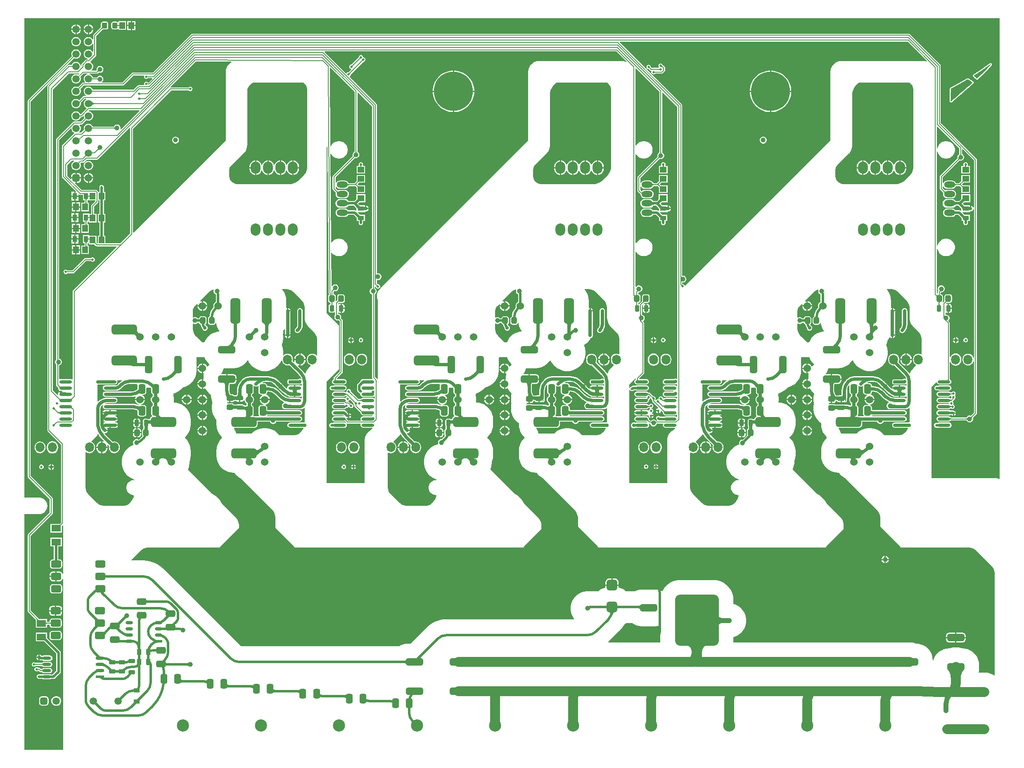
<source format=gtl>
G04*
G04 #@! TF.GenerationSoftware,Altium Limited,Altium Designer,24.1.2 (44)*
G04*
G04 Layer_Physical_Order=1*
G04 Layer_Color=255*
%FSLAX44Y44*%
%MOMM*%
G71*
G04*
G04 #@! TF.SameCoordinates,58F03494-212B-4419-9BDC-3B7DEDD8265C*
G04*
G04*
G04 #@! TF.FilePolarity,Positive*
G04*
G01*
G75*
%ADD10C,0.2000*%
%ADD12C,0.5000*%
%ADD17R,1.9500X1.4000*%
%ADD18C,1.0000*%
%ADD19R,0.9000X1.3000*%
%ADD20R,1.1500X1.3500*%
G04:AMPARAMS|DCode=21|XSize=2.6028mm|YSize=0.6221mm|CornerRadius=0.1555mm|HoleSize=0mm|Usage=FLASHONLY|Rotation=180.000|XOffset=0mm|YOffset=0mm|HoleType=Round|Shape=RoundedRectangle|*
%AMROUNDEDRECTD21*
21,1,2.6028,0.3111,0,0,180.0*
21,1,2.2917,0.6221,0,0,180.0*
1,1,0.3111,-1.1459,0.1555*
1,1,0.3111,1.1459,0.1555*
1,1,0.3111,1.1459,-0.1555*
1,1,0.3111,-1.1459,-0.1555*
%
%ADD21ROUNDEDRECTD21*%
G04:AMPARAMS|DCode=22|XSize=2.6028mm|YSize=0.6221mm|CornerRadius=0.3111mm|HoleSize=0mm|Usage=FLASHONLY|Rotation=180.000|XOffset=0mm|YOffset=0mm|HoleType=Round|Shape=RoundedRectangle|*
%AMROUNDEDRECTD22*
21,1,2.6028,0.0000,0,0,180.0*
21,1,1.9807,0.6221,0,0,180.0*
1,1,0.6221,-0.9903,0.0000*
1,1,0.6221,0.9903,0.0000*
1,1,0.6221,0.9903,0.0000*
1,1,0.6221,-0.9903,0.0000*
%
%ADD22ROUNDEDRECTD22*%
G04:AMPARAMS|DCode=23|XSize=1.35mm|YSize=1.15mm|CornerRadius=0.2875mm|HoleSize=0mm|Usage=FLASHONLY|Rotation=270.000|XOffset=0mm|YOffset=0mm|HoleType=Round|Shape=RoundedRectangle|*
%AMROUNDEDRECTD23*
21,1,1.3500,0.5750,0,0,270.0*
21,1,0.7750,1.1500,0,0,270.0*
1,1,0.5750,-0.2875,-0.3875*
1,1,0.5750,-0.2875,0.3875*
1,1,0.5750,0.2875,0.3875*
1,1,0.5750,0.2875,-0.3875*
%
%ADD23ROUNDEDRECTD23*%
G04:AMPARAMS|DCode=24|XSize=3.5mm|YSize=1.5mm|CornerRadius=0.375mm|HoleSize=0mm|Usage=FLASHONLY|Rotation=0.000|XOffset=0mm|YOffset=0mm|HoleType=Round|Shape=RoundedRectangle|*
%AMROUNDEDRECTD24*
21,1,3.5000,0.7500,0,0,0.0*
21,1,2.7500,1.5000,0,0,0.0*
1,1,0.7500,1.3750,-0.3750*
1,1,0.7500,-1.3750,-0.3750*
1,1,0.7500,-1.3750,0.3750*
1,1,0.7500,1.3750,0.3750*
%
%ADD24ROUNDEDRECTD24*%
G04:AMPARAMS|DCode=25|XSize=1.95mm|YSize=1.4mm|CornerRadius=0.35mm|HoleSize=0mm|Usage=FLASHONLY|Rotation=0.000|XOffset=0mm|YOffset=0mm|HoleType=Round|Shape=RoundedRectangle|*
%AMROUNDEDRECTD25*
21,1,1.9500,0.7000,0,0,0.0*
21,1,1.2500,1.4000,0,0,0.0*
1,1,0.7000,0.6250,-0.3500*
1,1,0.7000,-0.6250,-0.3500*
1,1,0.7000,-0.6250,0.3500*
1,1,0.7000,0.6250,0.3500*
%
%ADD25ROUNDEDRECTD25*%
G04:AMPARAMS|DCode=26|XSize=1.5mm|YSize=2.1mm|CornerRadius=0.375mm|HoleSize=0mm|Usage=FLASHONLY|Rotation=90.000|XOffset=0mm|YOffset=0mm|HoleType=Round|Shape=RoundedRectangle|*
%AMROUNDEDRECTD26*
21,1,1.5000,1.3500,0,0,90.0*
21,1,0.7500,2.1000,0,0,90.0*
1,1,0.7500,0.6750,0.3750*
1,1,0.7500,0.6750,-0.3750*
1,1,0.7500,-0.6750,-0.3750*
1,1,0.7500,-0.6750,0.3750*
%
%ADD26ROUNDEDRECTD26*%
%ADD27R,1.5200X0.6000*%
%ADD28O,1.5200X0.6000*%
G04:AMPARAMS|DCode=29|XSize=1.95mm|YSize=1.4mm|CornerRadius=0.35mm|HoleSize=0mm|Usage=FLASHONLY|Rotation=90.000|XOffset=0mm|YOffset=0mm|HoleType=Round|Shape=RoundedRectangle|*
%AMROUNDEDRECTD29*
21,1,1.9500,0.7000,0,0,90.0*
21,1,1.2500,1.4000,0,0,90.0*
1,1,0.7000,0.3500,0.6250*
1,1,0.7000,0.3500,-0.6250*
1,1,0.7000,-0.3500,-0.6250*
1,1,0.7000,-0.3500,0.6250*
%
%ADD29ROUNDEDRECTD29*%
G04:AMPARAMS|DCode=30|XSize=0.9mm|YSize=1.3mm|CornerRadius=0.225mm|HoleSize=0mm|Usage=FLASHONLY|Rotation=180.000|XOffset=0mm|YOffset=0mm|HoleType=Round|Shape=RoundedRectangle|*
%AMROUNDEDRECTD30*
21,1,0.9000,0.8500,0,0,180.0*
21,1,0.4500,1.3000,0,0,180.0*
1,1,0.4500,-0.2250,0.4250*
1,1,0.4500,0.2250,0.4250*
1,1,0.4500,0.2250,-0.4250*
1,1,0.4500,-0.2250,-0.4250*
%
%ADD30ROUNDEDRECTD30*%
G04:AMPARAMS|DCode=31|XSize=0.9mm|YSize=1.3mm|CornerRadius=0.225mm|HoleSize=0mm|Usage=FLASHONLY|Rotation=270.000|XOffset=0mm|YOffset=0mm|HoleType=Round|Shape=RoundedRectangle|*
%AMROUNDEDRECTD31*
21,1,0.9000,0.8500,0,0,270.0*
21,1,0.4500,1.3000,0,0,270.0*
1,1,0.4500,-0.4250,-0.2250*
1,1,0.4500,-0.4250,0.2250*
1,1,0.4500,0.4250,0.2250*
1,1,0.4500,0.4250,-0.2250*
%
%ADD31ROUNDEDRECTD31*%
%ADD32O,1.8000X0.6000*%
%ADD33R,1.8000X0.6000*%
%ADD34R,1.3000X0.9000*%
G04:AMPARAMS|DCode=35|XSize=9mm|YSize=10.5mm|CornerRadius=1.125mm|HoleSize=0mm|Usage=FLASHONLY|Rotation=0.000|XOffset=0mm|YOffset=0mm|HoleType=Round|Shape=RoundedRectangle|*
%AMROUNDEDRECTD35*
21,1,9.0000,8.2500,0,0,0.0*
21,1,6.7500,10.5000,0,0,0.0*
1,1,2.2500,3.3750,-4.1250*
1,1,2.2500,-3.3750,-4.1250*
1,1,2.2500,-3.3750,4.1250*
1,1,2.2500,3.3750,4.1250*
%
%ADD35ROUNDEDRECTD35*%
G04:AMPARAMS|DCode=36|XSize=1.5mm|YSize=3.5mm|CornerRadius=0.375mm|HoleSize=0mm|Usage=FLASHONLY|Rotation=90.000|XOffset=0mm|YOffset=0mm|HoleType=Round|Shape=RoundedRectangle|*
%AMROUNDEDRECTD36*
21,1,1.5000,2.7500,0,0,90.0*
21,1,0.7500,3.5000,0,0,90.0*
1,1,0.7500,1.3750,0.3750*
1,1,0.7500,1.3750,-0.3750*
1,1,0.7500,-1.3750,-0.3750*
1,1,0.7500,-1.3750,0.3750*
%
%ADD36ROUNDEDRECTD36*%
G04:AMPARAMS|DCode=37|XSize=2.2mm|YSize=2.21mm|CornerRadius=0.55mm|HoleSize=0mm|Usage=FLASHONLY|Rotation=180.000|XOffset=0mm|YOffset=0mm|HoleType=Round|Shape=RoundedRectangle|*
%AMROUNDEDRECTD37*
21,1,2.2000,1.1100,0,0,180.0*
21,1,1.1000,2.2100,0,0,180.0*
1,1,1.1000,-0.5500,0.5550*
1,1,1.1000,0.5500,0.5550*
1,1,1.1000,0.5500,-0.5550*
1,1,1.1000,-0.5500,-0.5550*
%
%ADD37ROUNDEDRECTD37*%
G04:AMPARAMS|DCode=38|XSize=2mm|YSize=5.2mm|CornerRadius=0.5mm|HoleSize=0mm|Usage=FLASHONLY|Rotation=270.000|XOffset=0mm|YOffset=0mm|HoleType=Round|Shape=RoundedRectangle|*
%AMROUNDEDRECTD38*
21,1,2.0000,4.2000,0,0,270.0*
21,1,1.0000,5.2000,0,0,270.0*
1,1,1.0000,-2.1000,-0.5000*
1,1,1.0000,-2.1000,0.5000*
1,1,1.0000,2.1000,0.5000*
1,1,1.0000,2.1000,-0.5000*
%
%ADD38ROUNDEDRECTD38*%
%ADD39R,1.3500X1.1500*%
G04:AMPARAMS|DCode=40|XSize=3.5mm|YSize=1.5mm|CornerRadius=0.375mm|HoleSize=0mm|Usage=FLASHONLY|Rotation=270.000|XOffset=0mm|YOffset=0mm|HoleType=Round|Shape=RoundedRectangle|*
%AMROUNDEDRECTD40*
21,1,3.5000,0.7500,0,0,270.0*
21,1,2.7500,1.5000,0,0,270.0*
1,1,0.7500,-0.3750,-1.3750*
1,1,0.7500,-0.3750,1.3750*
1,1,0.7500,0.3750,1.3750*
1,1,0.7500,0.3750,-1.3750*
%
%ADD40ROUNDEDRECTD40*%
G04:AMPARAMS|DCode=41|XSize=1.35mm|YSize=1.15mm|CornerRadius=0.2875mm|HoleSize=0mm|Usage=FLASHONLY|Rotation=180.000|XOffset=0mm|YOffset=0mm|HoleType=Round|Shape=RoundedRectangle|*
%AMROUNDEDRECTD41*
21,1,1.3500,0.5750,0,0,180.0*
21,1,0.7750,1.1500,0,0,180.0*
1,1,0.5750,-0.3875,0.2875*
1,1,0.5750,0.3875,0.2875*
1,1,0.5750,0.3875,-0.2875*
1,1,0.5750,-0.3875,-0.2875*
%
%ADD41ROUNDEDRECTD41*%
G04:AMPARAMS|DCode=42|XSize=1.2mm|YSize=1.1mm|CornerRadius=0.275mm|HoleSize=0mm|Usage=FLASHONLY|Rotation=270.000|XOffset=0mm|YOffset=0mm|HoleType=Round|Shape=RoundedRectangle|*
%AMROUNDEDRECTD42*
21,1,1.2000,0.5500,0,0,270.0*
21,1,0.6500,1.1000,0,0,270.0*
1,1,0.5500,-0.2750,-0.3250*
1,1,0.5500,-0.2750,0.3250*
1,1,0.5500,0.2750,0.3250*
1,1,0.5500,0.2750,-0.3250*
%
%ADD42ROUNDEDRECTD42*%
G04:AMPARAMS|DCode=43|XSize=2mm|YSize=5.2mm|CornerRadius=0.5mm|HoleSize=0mm|Usage=FLASHONLY|Rotation=0.000|XOffset=0mm|YOffset=0mm|HoleType=Round|Shape=RoundedRectangle|*
%AMROUNDEDRECTD43*
21,1,2.0000,4.2000,0,0,0.0*
21,1,1.0000,5.2000,0,0,0.0*
1,1,1.0000,0.5000,-2.1000*
1,1,1.0000,-0.5000,-2.1000*
1,1,1.0000,-0.5000,2.1000*
1,1,1.0000,0.5000,2.1000*
%
%ADD43ROUNDEDRECTD43*%
%ADD81C,0.7000*%
%ADD82C,0.7000*%
%ADD83C,2.0000*%
%ADD84C,1.0000*%
%ADD85C,8.0000*%
%ADD86C,1.5240*%
%ADD87O,2.3000X1.3000*%
%ADD88O,2.0000X2.5000*%
%ADD89C,2.5000*%
%ADD90O,1.8000X2.0000*%
%ADD91C,1.5000*%
G04:AMPARAMS|DCode=92|XSize=1.5mm|YSize=1.5mm|CornerRadius=0.375mm|HoleSize=0mm|Usage=FLASHONLY|Rotation=90.000|XOffset=0mm|YOffset=0mm|HoleType=Round|Shape=RoundedRectangle|*
%AMROUNDEDRECTD92*
21,1,1.5000,0.7500,0,0,90.0*
21,1,0.7500,1.5000,0,0,90.0*
1,1,0.7500,0.3750,0.3750*
1,1,0.7500,0.3750,-0.3750*
1,1,0.7500,-0.3750,-0.3750*
1,1,0.7500,-0.3750,0.3750*
%
%ADD92ROUNDEDRECTD92*%
%ADD93C,1.8000*%
G04:AMPARAMS|DCode=94|XSize=1.5mm|YSize=1.5mm|CornerRadius=0.375mm|HoleSize=0mm|Usage=FLASHONLY|Rotation=0.000|XOffset=0mm|YOffset=0mm|HoleType=Round|Shape=RoundedRectangle|*
%AMROUNDEDRECTD94*
21,1,1.5000,0.7500,0,0,0.0*
21,1,0.7500,1.5000,0,0,0.0*
1,1,0.7500,0.3750,-0.3750*
1,1,0.7500,-0.3750,-0.3750*
1,1,0.7500,-0.3750,0.3750*
1,1,0.7500,0.3750,0.3750*
%
%ADD94ROUNDEDRECTD94*%
%ADD95C,0.5000*%
G36*
X161835Y1479037D02*
X161685Y1479150D01*
X161511Y1479211D01*
X161312Y1479220D01*
X161090Y1479178D01*
X160844Y1479084D01*
X160574Y1478938D01*
X160280Y1478741D01*
X159962Y1478492D01*
X159620Y1478192D01*
X159254Y1477840D01*
X157840Y1479254D01*
X158192Y1479620D01*
X158741Y1480280D01*
X158938Y1480574D01*
X159084Y1480844D01*
X159178Y1481090D01*
X159220Y1481312D01*
X159211Y1481511D01*
X159150Y1481685D01*
X159037Y1481835D01*
X161835Y1479037D01*
D02*
G37*
G36*
X2000000Y555836D02*
X1998911Y555183D01*
X1998460Y555424D01*
X1994313Y556682D01*
X1990000Y557106D01*
X1860000D01*
Y743737D01*
X1869617Y753354D01*
X1870832Y752985D01*
X1870938Y752456D01*
X1872067Y750766D01*
X1873757Y749636D01*
X1875752Y749239D01*
X1895558D01*
X1897552Y749636D01*
X1899243Y750766D01*
X1900372Y752456D01*
X1900769Y754450D01*
X1900372Y756444D01*
X1899243Y758135D01*
X1897559Y759260D01*
Y794595D01*
X1898829Y794848D01*
X1899520Y793180D01*
X1901369Y790770D01*
X1903780Y788920D01*
X1906587Y787757D01*
X1909600Y787360D01*
X1912612Y787757D01*
X1915420Y788920D01*
X1917830Y790770D01*
X1919680Y793180D01*
X1920843Y795987D01*
X1921239Y799000D01*
Y801000D01*
X1920843Y804013D01*
X1919680Y806820D01*
X1917830Y809230D01*
X1915420Y811080D01*
X1912612Y812243D01*
X1909600Y812639D01*
X1906587Y812243D01*
X1903780Y811080D01*
X1901369Y809230D01*
X1899520Y806820D01*
X1898829Y805152D01*
X1897559Y805405D01*
Y875148D01*
X1897326Y876319D01*
X1897326Y876319D01*
X1896663Y877311D01*
X1896663Y877311D01*
X1895072Y878902D01*
X1895072Y880173D01*
X1895601Y880702D01*
X1896523Y882298D01*
X1897000Y884078D01*
Y885922D01*
X1896523Y887702D01*
X1895601Y889298D01*
X1894298Y890601D01*
X1892702Y891523D01*
X1890921Y892000D01*
X1889078D01*
X1888559Y892399D01*
Y895928D01*
X1889829Y896607D01*
X1890381Y896238D01*
X1892250Y895866D01*
X1893230D01*
Y905000D01*
Y914134D01*
X1892250D01*
X1890381Y913762D01*
X1890247Y913672D01*
X1889438Y914659D01*
X1890800Y916021D01*
X1890934Y916139D01*
X1891039Y916221D01*
X1891375Y916154D01*
X1897125D01*
X1899027Y916533D01*
X1900640Y917610D01*
X1901717Y919223D01*
X1902096Y921125D01*
Y928875D01*
X1901717Y930777D01*
X1900640Y932390D01*
X1899027Y933467D01*
X1897125Y933845D01*
X1891375D01*
X1889473Y933467D01*
X1887861Y932390D01*
X1886783Y930777D01*
X1886405Y928875D01*
Y921125D01*
X1886538Y920453D01*
X1886336Y920208D01*
X1883525Y917399D01*
X1882539Y918208D01*
X1883217Y919223D01*
X1883595Y921125D01*
Y928875D01*
X1883217Y930777D01*
X1882139Y932390D01*
X1880527Y933467D01*
X1878809Y933809D01*
Y937318D01*
X1879491Y938000D01*
X1880921D01*
X1882702Y938477D01*
X1884298Y939398D01*
X1885601Y940702D01*
X1886523Y942298D01*
X1887000Y944078D01*
Y945921D01*
X1886523Y947702D01*
X1885601Y949298D01*
X1884298Y950601D01*
X1882702Y951523D01*
X1880921Y952000D01*
X1879078D01*
X1877298Y951523D01*
X1875702Y950601D01*
X1874398Y949298D01*
X1873477Y947702D01*
X1873000Y945921D01*
Y944078D01*
X1873477Y942298D01*
X1874085Y941245D01*
X1873587Y940748D01*
X1873175Y940130D01*
X1872924Y939755D01*
Y939755D01*
X1872924Y939755D01*
X1872691Y938585D01*
X1872691Y938585D01*
Y936316D01*
X1871421Y935638D01*
X1871059Y935879D01*
Y1026446D01*
X1872329Y1026572D01*
X1872691Y1024750D01*
X1874048Y1021474D01*
X1876018Y1018526D01*
X1878526Y1016019D01*
X1881474Y1014049D01*
X1884749Y1012692D01*
X1888227Y1012000D01*
X1891773D01*
X1895250Y1012692D01*
X1898526Y1014049D01*
X1901474Y1016019D01*
X1903981Y1018526D01*
X1905951Y1021474D01*
X1907308Y1024750D01*
X1908000Y1028227D01*
Y1031773D01*
X1907308Y1035250D01*
X1905951Y1038526D01*
X1903981Y1041474D01*
X1901474Y1043981D01*
X1898526Y1045951D01*
X1895250Y1047308D01*
X1891773Y1048000D01*
X1888227D01*
X1884749Y1047308D01*
X1881474Y1045951D01*
X1878526Y1043981D01*
X1876018Y1041474D01*
X1874048Y1038526D01*
X1872691Y1035250D01*
X1872329Y1033428D01*
X1871059Y1033553D01*
Y1226447D01*
X1872329Y1226572D01*
X1872691Y1224750D01*
X1874048Y1221474D01*
X1876018Y1218526D01*
X1878526Y1216019D01*
X1881474Y1214049D01*
X1884749Y1212692D01*
X1888227Y1212000D01*
X1891773D01*
X1895250Y1212692D01*
X1898526Y1214049D01*
X1901474Y1216019D01*
X1903981Y1218526D01*
X1905951Y1221474D01*
X1907308Y1224750D01*
X1908000Y1228227D01*
Y1231773D01*
X1907308Y1235250D01*
X1905951Y1238526D01*
X1903981Y1241474D01*
X1901474Y1243982D01*
X1898526Y1245952D01*
X1895250Y1247308D01*
X1891773Y1248000D01*
X1888227D01*
X1884749Y1247308D01*
X1881474Y1245952D01*
X1878526Y1243982D01*
X1876018Y1241474D01*
X1874048Y1238526D01*
X1872691Y1235250D01*
X1872329Y1233428D01*
X1871059Y1233554D01*
Y1277299D01*
X1872232Y1277785D01*
X1916941Y1233077D01*
Y1221523D01*
X1916935Y1221462D01*
X1916912Y1221319D01*
X1916906Y1221297D01*
X1915702Y1220601D01*
X1914398Y1219298D01*
X1913477Y1217702D01*
X1913000Y1215921D01*
Y1214078D01*
X1913360Y1212735D01*
X1913348Y1212715D01*
X1913264Y1212597D01*
X1913224Y1212550D01*
X1877837Y1177163D01*
X1877174Y1176171D01*
X1876942Y1175000D01*
X1876942Y1175000D01*
Y1150470D01*
X1876942Y1150470D01*
X1877174Y1149300D01*
X1877837Y1148307D01*
X1883832Y1142313D01*
X1883908Y1142224D01*
X1883916Y1142214D01*
X1883719Y1141739D01*
X1883427Y1139520D01*
X1883719Y1137301D01*
X1884575Y1135234D01*
X1885938Y1133458D01*
X1887713Y1132095D01*
X1889781Y1131239D01*
X1892000Y1130947D01*
X1902000D01*
X1904219Y1131239D01*
X1906287Y1132095D01*
X1908062Y1133458D01*
X1909425Y1135234D01*
X1910281Y1137301D01*
X1910573Y1139520D01*
X1910281Y1141739D01*
X1909425Y1143807D01*
X1908062Y1145583D01*
X1906287Y1146945D01*
X1904219Y1147801D01*
X1902000Y1148093D01*
X1892000D01*
X1889781Y1147801D01*
X1887811Y1146985D01*
X1883059Y1151737D01*
Y1154625D01*
X1884329Y1154878D01*
X1884575Y1154284D01*
X1885938Y1152508D01*
X1887713Y1151145D01*
X1889781Y1150289D01*
X1892000Y1149997D01*
X1902000D01*
X1904219Y1150289D01*
X1906287Y1151145D01*
X1908062Y1152508D01*
X1909425Y1154284D01*
X1909933Y1155511D01*
X1917820D01*
X1917820Y1155511D01*
X1917820Y1155511D01*
X1918413D01*
X1921250Y1152674D01*
Y1141500D01*
X1938750D01*
Y1157000D01*
X1925576D01*
X1923076Y1159500D01*
X1926413Y1162837D01*
X1926413Y1162837D01*
X1926522Y1163000D01*
X1938750D01*
Y1178500D01*
X1921250D01*
Y1166326D01*
X1916553Y1161629D01*
X1909933D01*
X1909425Y1162857D01*
X1908062Y1164632D01*
X1906287Y1165995D01*
X1904219Y1166851D01*
X1902000Y1167143D01*
X1892000D01*
X1889781Y1166851D01*
X1887713Y1165995D01*
X1885938Y1164632D01*
X1884575Y1162857D01*
X1884329Y1162262D01*
X1883059Y1162515D01*
Y1173733D01*
X1917550Y1208225D01*
X1917597Y1208264D01*
X1917715Y1208348D01*
X1917735Y1208360D01*
X1919078Y1208000D01*
X1920921D01*
X1922702Y1208477D01*
X1924298Y1209398D01*
X1925601Y1210702D01*
X1926523Y1212298D01*
X1927000Y1214078D01*
Y1215921D01*
X1926523Y1217702D01*
X1925601Y1219298D01*
X1924298Y1220601D01*
X1923093Y1221297D01*
X1923088Y1221319D01*
X1923064Y1221462D01*
X1923058Y1221523D01*
Y1230956D01*
X1924232Y1231442D01*
X1946941Y1208733D01*
Y1112344D01*
X1945671Y1112092D01*
X1945121Y1113421D01*
X1943421Y1115120D01*
X1941270Y1116012D01*
Y1110000D01*
X1940000D01*
Y1106500D01*
X1936439Y1106470D01*
Y1113530D01*
X1936475Y1113525D01*
X1936582Y1113519D01*
X1938730Y1113507D01*
Y1116540D01*
X1927693D01*
X1927638Y1116578D01*
X1926157Y1117831D01*
X1924364Y1119625D01*
X1925677Y1120938D01*
X1926599Y1121795D01*
X1927374Y1122417D01*
X1927436Y1122460D01*
X1939290D01*
Y1139040D01*
X1920710D01*
Y1129186D01*
X1920683Y1129147D01*
X1919427Y1127666D01*
X1916825Y1125063D01*
X1911367D01*
X1910696Y1125105D01*
X1909788Y1125214D01*
X1909753Y1125220D01*
X1908447Y1126922D01*
X1906559Y1128371D01*
X1904360Y1129282D01*
X1902000Y1129593D01*
X1892000D01*
X1889640Y1129282D01*
X1887441Y1128371D01*
X1885553Y1126922D01*
X1884104Y1125034D01*
X1883193Y1122835D01*
X1882882Y1120475D01*
X1883193Y1118115D01*
X1884104Y1115916D01*
X1885553Y1114027D01*
X1887441Y1112578D01*
X1889640Y1111667D01*
X1892000Y1111357D01*
X1902000D01*
X1904360Y1111667D01*
X1906559Y1112578D01*
X1908447Y1114027D01*
X1909753Y1115729D01*
X1909758Y1115730D01*
X1911507Y1115887D01*
X1915124D01*
X1919429Y1111582D01*
X1920288Y1110657D01*
X1920906Y1109885D01*
X1920960Y1109807D01*
Y1105770D01*
X1919690Y1105091D01*
X1918826Y1105669D01*
X1917070Y1106018D01*
X1909193D01*
X1908062Y1107492D01*
X1906287Y1108855D01*
X1904219Y1109711D01*
X1902000Y1110003D01*
X1892000D01*
X1889781Y1109711D01*
X1887713Y1108855D01*
X1885938Y1107492D01*
X1884575Y1105716D01*
X1883719Y1103649D01*
X1883427Y1101430D01*
X1883719Y1099211D01*
X1884575Y1097143D01*
X1885938Y1095368D01*
X1887713Y1094005D01*
X1889781Y1093149D01*
X1892000Y1092857D01*
X1902000D01*
X1904219Y1093149D01*
X1906287Y1094005D01*
X1908062Y1095368D01*
X1909193Y1096842D01*
X1915170D01*
X1921500Y1090511D01*
Y1084000D01*
X1925412D01*
Y1080000D01*
X1925500Y1079557D01*
Y1079105D01*
X1925673Y1078687D01*
X1925761Y1078244D01*
X1926012Y1077868D01*
X1926185Y1077451D01*
X1926505Y1077131D01*
X1926756Y1076756D01*
X1927132Y1076505D01*
X1927451Y1076185D01*
X1927868Y1076012D01*
X1928244Y1075761D01*
X1928687Y1075673D01*
X1929105Y1075500D01*
X1929557D01*
X1930000Y1075412D01*
X1930443Y1075500D01*
X1930895D01*
X1931313Y1075673D01*
X1931756Y1075761D01*
X1932132Y1076012D01*
X1932549Y1076185D01*
X1932868Y1076505D01*
X1933244Y1076756D01*
X1933495Y1077131D01*
X1933815Y1077451D01*
X1933988Y1077868D01*
X1934239Y1078244D01*
X1934327Y1078687D01*
X1934500Y1079105D01*
Y1079557D01*
X1934588Y1080000D01*
Y1084000D01*
X1938500D01*
Y1097000D01*
X1927989D01*
X1923702Y1101287D01*
X1924188Y1102460D01*
X1939040D01*
Y1103960D01*
X1941201D01*
X1943421Y1104880D01*
X1945121Y1106579D01*
X1945671Y1107908D01*
X1946941Y1107655D01*
Y804097D01*
X1945717Y803872D01*
X1944608Y806547D01*
X1942845Y808845D01*
X1940547Y810608D01*
X1937872Y811717D01*
X1935000Y812095D01*
X1932128Y811717D01*
X1929453Y810608D01*
X1927155Y808845D01*
X1925392Y806547D01*
X1924283Y803872D01*
X1923905Y801000D01*
Y799000D01*
X1924283Y796128D01*
X1925392Y793453D01*
X1927155Y791155D01*
X1929453Y789391D01*
X1932128Y788283D01*
X1935000Y787905D01*
X1937872Y788283D01*
X1940547Y789391D01*
X1942845Y791155D01*
X1944608Y793453D01*
X1945717Y796128D01*
X1946941Y795902D01*
Y691267D01*
X1940700Y685025D01*
X1940653Y684986D01*
X1940535Y684902D01*
X1940515Y684890D01*
X1939172Y685250D01*
X1937329D01*
X1935548Y684773D01*
X1933952Y683851D01*
X1932649Y682548D01*
X1931953Y681344D01*
X1931931Y681338D01*
X1931788Y681314D01*
X1931727Y681309D01*
X1899906D01*
X1899739Y681320D01*
X1899646Y681332D01*
X1899243Y681935D01*
X1897552Y683064D01*
X1895558Y683461D01*
X1875752D01*
X1873757Y683064D01*
X1872067Y681935D01*
X1870938Y680244D01*
X1870541Y678250D01*
X1870938Y676256D01*
X1872067Y674566D01*
X1873757Y673436D01*
X1875752Y673039D01*
X1895558D01*
X1897552Y673436D01*
X1899243Y674566D01*
X1899639Y675159D01*
X1899977Y675191D01*
X1931727D01*
X1931788Y675186D01*
X1931931Y675162D01*
X1931953Y675157D01*
X1932649Y673952D01*
X1933952Y672649D01*
X1935548Y671727D01*
X1937329Y671250D01*
X1939172D01*
X1940952Y671727D01*
X1942548Y672649D01*
X1943851Y673952D01*
X1944773Y675548D01*
X1945250Y677328D01*
Y679172D01*
X1944890Y680515D01*
X1944902Y680535D01*
X1944986Y680653D01*
X1945025Y680700D01*
X1952163Y687837D01*
X1952163Y687837D01*
X1952826Y688829D01*
X1953059Y690000D01*
X1953059Y690000D01*
Y1210000D01*
X1952826Y1211171D01*
X1952163Y1212163D01*
X1952163Y1212163D01*
X1879059Y1285267D01*
Y1402840D01*
X1879059Y1402840D01*
X1878826Y1404011D01*
X1878163Y1405003D01*
X1878163Y1405003D01*
X1816004Y1467163D01*
X1815011Y1467826D01*
X1813841Y1468059D01*
X1813840Y1468059D01*
X344343D01*
X343173Y1467826D01*
X342180Y1467163D01*
X342180Y1467163D01*
X263576Y1388559D01*
X222500D01*
X221329Y1388326D01*
X220337Y1387663D01*
X220337Y1387663D01*
X200733Y1368059D01*
X159517D01*
X159177Y1369329D01*
X159298Y1369399D01*
X160601Y1370702D01*
X161523Y1372298D01*
X162000Y1374079D01*
Y1375922D01*
X161523Y1377702D01*
X160601Y1379298D01*
X159298Y1380601D01*
X157702Y1381523D01*
X155921Y1382000D01*
X154078D01*
X152298Y1381523D01*
X150702Y1380601D01*
X149399Y1379298D01*
X148914Y1378459D01*
X140623D01*
X140352Y1379467D01*
X139102Y1381633D01*
X137333Y1383402D01*
X135167Y1384653D01*
X133233Y1385171D01*
X133400Y1386441D01*
X149187D01*
X149187Y1386441D01*
X150357Y1386674D01*
X151350Y1387337D01*
X152362Y1388349D01*
X152408Y1388387D01*
X152470Y1388431D01*
X154079Y1388000D01*
X155922D01*
X157702Y1388477D01*
X159298Y1389399D01*
X160602Y1390702D01*
X161523Y1392298D01*
X162000Y1394078D01*
Y1395921D01*
X161523Y1397702D01*
X160602Y1399298D01*
X159298Y1400601D01*
X157702Y1401523D01*
X155922Y1402000D01*
X154079D01*
X152298Y1401523D01*
X150702Y1400601D01*
X149399Y1399298D01*
X148477Y1397702D01*
X148000Y1395921D01*
Y1394078D01*
X148086Y1393760D01*
X147153Y1392558D01*
X137888D01*
X137563Y1393828D01*
X139102Y1395367D01*
X140352Y1397533D01*
X141000Y1399949D01*
Y1402451D01*
X140352Y1404867D01*
X139102Y1407033D01*
X137333Y1408802D01*
X135646Y1409776D01*
X135338Y1411041D01*
X135384Y1411309D01*
X146237Y1422163D01*
X146237Y1422163D01*
X146901Y1423155D01*
X147133Y1424326D01*
Y1462808D01*
X161129Y1476804D01*
X161264Y1476922D01*
X161347Y1476987D01*
X161750Y1476907D01*
X167250D01*
X169103Y1477275D01*
X170674Y1478325D01*
X171724Y1479897D01*
X172093Y1481750D01*
Y1488250D01*
X171724Y1490103D01*
X170674Y1491674D01*
X169103Y1492724D01*
X167250Y1493093D01*
X161750D01*
X159896Y1492724D01*
X158325Y1491674D01*
X157275Y1490103D01*
X156907Y1488250D01*
Y1481750D01*
X156985Y1481357D01*
X156753Y1481079D01*
X141912Y1466237D01*
X141249Y1465245D01*
X141016Y1464075D01*
X141016Y1464075D01*
Y1457058D01*
X139746Y1456718D01*
X139102Y1457833D01*
X137333Y1459602D01*
X135167Y1460853D01*
X132751Y1461500D01*
X130249D01*
X127833Y1460853D01*
X125667Y1459602D01*
X123898Y1457833D01*
X122647Y1455667D01*
X122000Y1453251D01*
Y1450749D01*
X122647Y1448333D01*
X123898Y1446167D01*
X125667Y1444398D01*
X127833Y1443148D01*
X130249Y1442500D01*
X132751D01*
X135167Y1443148D01*
X137333Y1444398D01*
X139102Y1446167D01*
X139746Y1447283D01*
X141016Y1446942D01*
Y1431658D01*
X139746Y1431318D01*
X139102Y1432433D01*
X137333Y1434202D01*
X135167Y1435453D01*
X132751Y1436100D01*
X130249D01*
X127833Y1435453D01*
X125667Y1434202D01*
X123898Y1432433D01*
X122647Y1430267D01*
X122000Y1427851D01*
Y1425349D01*
X122647Y1422933D01*
X123898Y1420767D01*
X125667Y1418998D01*
X127833Y1417748D01*
X129552Y1417287D01*
X130142Y1415935D01*
X130137Y1415877D01*
X130050Y1415747D01*
X128138D01*
X126968Y1415514D01*
X125976Y1414851D01*
X125975Y1414851D01*
X117837Y1406712D01*
X117174Y1405720D01*
X116941Y1404550D01*
X116941Y1404549D01*
Y1402541D01*
X116856Y1402484D01*
X116683Y1402479D01*
X115436Y1403062D01*
X114952Y1404867D01*
X113702Y1407033D01*
X111933Y1408802D01*
X109767Y1410053D01*
X107351Y1410700D01*
X104849D01*
X102433Y1410053D01*
X100267Y1408802D01*
X98498Y1407033D01*
X97247Y1404867D01*
X97084Y1404259D01*
X91200D01*
X90030Y1404026D01*
X89037Y1403363D01*
X89037Y1403363D01*
X47837Y1362163D01*
X47174Y1361170D01*
X46941Y1360000D01*
X46941Y1360000D01*
Y655000D01*
X46941Y655000D01*
X47174Y653829D01*
X47837Y652837D01*
X75191Y625483D01*
Y465767D01*
X72424Y463000D01*
X53250D01*
Y445000D01*
X76750D01*
Y458674D01*
X77970Y459894D01*
X79144Y459408D01*
Y360732D01*
X77874Y360607D01*
X77675Y361604D01*
X76285Y363685D01*
X74204Y365075D01*
X71750Y365563D01*
X66270D01*
Y355400D01*
Y345237D01*
X71750D01*
X74204Y345725D01*
X76285Y347115D01*
X77675Y349196D01*
X77874Y350193D01*
X79144Y350068D01*
Y0D01*
X0D01*
Y482918D01*
X30000D01*
X33333Y483246D01*
X36537Y484218D01*
X39490Y485797D01*
X42079Y487921D01*
X44203Y490510D01*
X45782Y493463D01*
X46754Y496667D01*
X47082Y500000D01*
X46754Y503333D01*
X45782Y506537D01*
X44203Y509490D01*
X42079Y512079D01*
X39490Y514203D01*
X36537Y515782D01*
X33333Y516754D01*
X30000Y517082D01*
X0D01*
Y1500000D01*
X2000000D01*
Y555836D01*
D02*
G37*
G36*
X1850632Y1412569D02*
X1849980Y1411479D01*
X1849313Y1411681D01*
X1845000Y1412106D01*
X1675000D01*
X1670687Y1411681D01*
X1666540Y1410423D01*
X1665748Y1410000D01*
X1665000D01*
X1664141Y1409141D01*
X1662718Y1408381D01*
X1659368Y1405631D01*
X1656619Y1402281D01*
X1655859Y1400859D01*
X1655000Y1400000D01*
Y1399252D01*
X1654576Y1398459D01*
X1653318Y1394312D01*
X1652894Y1390000D01*
Y1249157D01*
X1355142Y951406D01*
X1353793Y951852D01*
X1353284Y953081D01*
X1352018Y954346D01*
X1350364Y955032D01*
X1349294D01*
X1349059Y955267D01*
Y957985D01*
X1349078Y958000D01*
X1350921D01*
X1352702Y958477D01*
X1354298Y959398D01*
X1355601Y960702D01*
X1356523Y962298D01*
X1357000Y964078D01*
Y965921D01*
X1356523Y967702D01*
X1355601Y969298D01*
X1354298Y970601D01*
X1352702Y971523D01*
X1350921Y972000D01*
X1349078D01*
X1349059Y972015D01*
Y1320971D01*
X1348826Y1322142D01*
X1348163Y1323134D01*
X1348163Y1323134D01*
X1220529Y1450768D01*
X1221015Y1451941D01*
X1811260D01*
X1850632Y1412569D01*
D02*
G37*
G36*
X1234214Y1411460D02*
X1233460Y1410423D01*
X1229313Y1411681D01*
X1225000Y1412106D01*
X1055000D01*
X1050687Y1411681D01*
X1046540Y1410423D01*
X1045748Y1410000D01*
X1045000D01*
X1044141Y1409141D01*
X1042719Y1408381D01*
X1039369Y1405631D01*
X1036619Y1402281D01*
X1035859Y1400859D01*
X1035000Y1400000D01*
Y1399252D01*
X1034576Y1398459D01*
X1033318Y1394312D01*
X1032894Y1390000D01*
Y1249157D01*
X729368Y945632D01*
X726619Y942282D01*
X725858Y940858D01*
X725000Y940000D01*
Y939253D01*
X724576Y938460D01*
X723318Y934313D01*
X722893Y930000D01*
X723318Y925687D01*
X724576Y921540D01*
X725000Y920747D01*
Y760140D01*
X723730Y759755D01*
X723663Y759855D01*
X723663Y759855D01*
X719059Y764459D01*
Y934261D01*
X719298Y934399D01*
X720601Y935702D01*
X721523Y937298D01*
X722000Y939079D01*
Y940922D01*
X721523Y942702D01*
X720601Y944298D01*
X719298Y945602D01*
X719059Y945740D01*
Y948614D01*
X720329Y949292D01*
X720500Y949178D01*
Y949105D01*
X721185Y947451D01*
X722451Y946185D01*
X724105Y945500D01*
X725895D01*
X727549Y946185D01*
X728815Y947451D01*
X729500Y949105D01*
Y950895D01*
X728815Y952549D01*
X727549Y953815D01*
X725895Y954500D01*
X724826D01*
X723059Y956267D01*
Y962230D01*
X724066Y963003D01*
X724078Y963000D01*
X725921D01*
X727702Y963477D01*
X729298Y964399D01*
X730601Y965702D01*
X731523Y967298D01*
X732000Y969079D01*
Y970922D01*
X731523Y972702D01*
X730601Y974298D01*
X729298Y975602D01*
X727702Y976523D01*
X725921Y977000D01*
X724078D01*
X724066Y976997D01*
X723059Y977770D01*
Y1321970D01*
X722826Y1323141D01*
X722163Y1324133D01*
X722163Y1324133D01*
X666797Y1379499D01*
X667095Y1380997D01*
X667549Y1381185D01*
X668815Y1382451D01*
X669500Y1384105D01*
Y1385174D01*
X694826Y1410500D01*
X695895D01*
X697549Y1411185D01*
X698815Y1412451D01*
X699500Y1414105D01*
Y1415895D01*
X698815Y1417549D01*
X697549Y1418815D01*
X695895Y1419500D01*
X694500D01*
Y1420895D01*
X693815Y1422549D01*
X692549Y1423815D01*
X690895Y1424500D01*
X689105D01*
X687451Y1423815D01*
X686185Y1422549D01*
X685500Y1420895D01*
Y1419826D01*
X670674Y1405000D01*
X669605D01*
X667951Y1404315D01*
X666685Y1403049D01*
X666000Y1401395D01*
Y1399605D01*
X666685Y1397951D01*
X667951Y1396685D01*
X669605Y1396000D01*
X669878D01*
X670404Y1394730D01*
X665174Y1389500D01*
X664105D01*
X662451Y1388815D01*
X661185Y1387549D01*
X660997Y1387095D01*
X659499Y1386797D01*
X615528Y1430768D01*
X616015Y1431941D01*
X1213733D01*
X1234214Y1411460D01*
D02*
G37*
G36*
X152970Y1390431D02*
X152767Y1390502D01*
X152558Y1390537D01*
X152343Y1390537D01*
X152120Y1390501D01*
X151891Y1390430D01*
X151655Y1390323D01*
X151412Y1390181D01*
X151163Y1390004D01*
X150907Y1389791D01*
X150644Y1389543D01*
X149294Y1391021D01*
X149543Y1391284D01*
X149758Y1391540D01*
X149940Y1391791D01*
X150088Y1392036D01*
X150202Y1392275D01*
X150283Y1392508D01*
X150330Y1392736D01*
X150343Y1392957D01*
X150323Y1393172D01*
X150269Y1393382D01*
X152970Y1390431D01*
D02*
G37*
G36*
X112527Y1386553D02*
X110312Y1384338D01*
X109767Y1384653D01*
X107351Y1385300D01*
X104849D01*
X102433Y1384653D01*
X100267Y1383402D01*
X98498Y1381633D01*
X97247Y1379467D01*
X96600Y1377051D01*
Y1374549D01*
X97247Y1372133D01*
X98498Y1369967D01*
X100267Y1368198D01*
X102433Y1366948D01*
X104849Y1366300D01*
X107351D01*
X109767Y1366948D01*
X111933Y1368198D01*
X113702Y1369967D01*
X114952Y1372133D01*
X115600Y1374549D01*
Y1377051D01*
X114952Y1379467D01*
X114638Y1380012D01*
X121066Y1386441D01*
X129599D01*
X129767Y1385171D01*
X127833Y1384653D01*
X125667Y1383402D01*
X123898Y1381633D01*
X122647Y1379467D01*
X122000Y1377051D01*
Y1374549D01*
X122647Y1372133D01*
X123898Y1369967D01*
X124536Y1369329D01*
X124010Y1368059D01*
X120700D01*
X120700Y1368059D01*
X119529Y1367826D01*
X118537Y1367163D01*
X110312Y1358938D01*
X109767Y1359253D01*
X107351Y1359900D01*
X104849D01*
X102433Y1359253D01*
X100267Y1358002D01*
X98498Y1356233D01*
X97247Y1354067D01*
X96600Y1351651D01*
Y1349149D01*
X97247Y1346733D01*
X98498Y1344567D01*
X100267Y1342798D01*
X102433Y1341548D01*
X104849Y1340900D01*
X107351D01*
X109767Y1341548D01*
X111933Y1342798D01*
X113702Y1344567D01*
X114952Y1346733D01*
X115600Y1349149D01*
Y1351651D01*
X114952Y1354067D01*
X114638Y1354612D01*
X121967Y1361941D01*
X202000D01*
X202000Y1361941D01*
X203171Y1362174D01*
X204163Y1362837D01*
X223767Y1382441D01*
X244998D01*
X245703Y1381385D01*
X245500Y1380895D01*
Y1379105D01*
X246185Y1377451D01*
X247451Y1376185D01*
X249105Y1375500D01*
X250895D01*
X252549Y1376185D01*
X253305Y1376941D01*
X261612D01*
X262099Y1375768D01*
X254390Y1368059D01*
X253305D01*
X252549Y1368815D01*
X250895Y1369500D01*
X249105D01*
X247451Y1368815D01*
X246185Y1367549D01*
X245500Y1365895D01*
Y1364105D01*
X245703Y1363615D01*
X244998Y1362559D01*
X234500D01*
X233329Y1362326D01*
X232337Y1361663D01*
X224133Y1353459D01*
X140515D01*
X140352Y1354067D01*
X139102Y1356233D01*
X137333Y1358002D01*
X135167Y1359253D01*
X132751Y1359900D01*
X130249D01*
X127833Y1359253D01*
X125667Y1358002D01*
X123898Y1356233D01*
X122647Y1354067D01*
X122000Y1351651D01*
Y1349149D01*
X122647Y1346733D01*
X123898Y1344567D01*
X125667Y1342798D01*
X127211Y1341907D01*
X126870Y1340637D01*
X122578D01*
X121408Y1340404D01*
X120415Y1339741D01*
X120415Y1339741D01*
X112605Y1331931D01*
X111933Y1332602D01*
X109767Y1333853D01*
X107351Y1334500D01*
X104849D01*
X102433Y1333853D01*
X100267Y1332602D01*
X98498Y1330833D01*
X97247Y1328667D01*
X96600Y1326251D01*
Y1323749D01*
X97247Y1321333D01*
X98498Y1319167D01*
X100267Y1317398D01*
X102433Y1316148D01*
X104849Y1315500D01*
X107351D01*
X109767Y1316148D01*
X111933Y1317398D01*
X113702Y1319167D01*
X114952Y1321333D01*
X115600Y1323749D01*
Y1326251D01*
X115592Y1326281D01*
X115637Y1326312D01*
X115637Y1326312D01*
X123845Y1334520D01*
X126448D01*
X126788Y1333250D01*
X125667Y1332602D01*
X123898Y1330833D01*
X122647Y1328667D01*
X122000Y1326251D01*
Y1323749D01*
X122647Y1321333D01*
X123898Y1319167D01*
X125667Y1317398D01*
X127353Y1316425D01*
X127705Y1314981D01*
X116209Y1303484D01*
X115941Y1303438D01*
X114675Y1303747D01*
X113702Y1305433D01*
X111933Y1307202D01*
X109767Y1308453D01*
X107351Y1309100D01*
X104849D01*
X102433Y1308453D01*
X100267Y1307202D01*
X98498Y1305433D01*
X97247Y1303267D01*
X96600Y1300851D01*
Y1298349D01*
X97247Y1295933D01*
X98498Y1293767D01*
X100267Y1291998D01*
X102433Y1290748D01*
X104849Y1290100D01*
X107351D01*
X109767Y1290748D01*
X111933Y1291998D01*
X113702Y1293767D01*
X114952Y1295933D01*
X115115Y1296541D01*
X116650D01*
X116650Y1296541D01*
X117821Y1296774D01*
X118813Y1297437D01*
X120827Y1299450D01*
X122000Y1298964D01*
Y1298349D01*
X122647Y1295933D01*
X122962Y1295388D01*
X115633Y1288059D01*
X102051D01*
X100880Y1287826D01*
X99888Y1287163D01*
X99888Y1287163D01*
X66168Y1253443D01*
X66168Y1253443D01*
X65505Y1252451D01*
X65272Y1251280D01*
X65272Y1251280D01*
Y800172D01*
X64398Y799298D01*
X63477Y797702D01*
X63000Y795922D01*
Y794079D01*
X63477Y792298D01*
X64398Y790702D01*
X65272Y789828D01*
Y747861D01*
X65272Y747861D01*
X65505Y746690D01*
X65505Y746690D01*
X66168Y745698D01*
X66168Y745698D01*
X69204Y742662D01*
X69314Y742536D01*
X69372Y742461D01*
X69231Y741750D01*
X69627Y739756D01*
X70757Y738066D01*
X70850Y737117D01*
X70728Y736994D01*
X70071Y735409D01*
X75000D01*
Y732869D01*
X70071D01*
X70119Y732753D01*
X69119Y731255D01*
X68680Y729050D01*
X68883Y728030D01*
X67712Y727405D01*
X58059Y737059D01*
Y1353733D01*
X91267Y1386941D01*
X110000D01*
X110000Y1386941D01*
X111171Y1387174D01*
X111717Y1387539D01*
X112527Y1386553D01*
D02*
G37*
G36*
X1816740Y1366189D02*
X1819118Y1363811D01*
X1820986Y1361015D01*
X1822273Y1357908D01*
X1822929Y1354610D01*
Y1352929D01*
Y1195521D01*
Y1193019D01*
X1821953Y1188112D01*
X1820038Y1183490D01*
X1817258Y1179330D01*
X1805368Y1167439D01*
X1805368D01*
X1803599Y1165670D01*
X1799439Y1162891D01*
X1794817Y1160976D01*
X1789910Y1160000D01*
X1678319D01*
X1675020Y1160656D01*
X1671914Y1161943D01*
X1669118Y1163811D01*
X1667929Y1165000D01*
X1666740Y1166189D01*
X1664872Y1168985D01*
X1663585Y1172092D01*
X1662929Y1175390D01*
Y1189610D01*
X1663585Y1192908D01*
X1664872Y1196015D01*
X1666740Y1198811D01*
X1667929Y1200000D01*
X1690489Y1222561D01*
X1690489D01*
X1690489Y1222561D01*
X1692163Y1224407D01*
X1694930Y1228548D01*
X1696835Y1233148D01*
X1697807Y1238031D01*
X1697929Y1240521D01*
Y1344479D01*
Y1346981D01*
X1698905Y1351888D01*
X1700820Y1356510D01*
X1703599Y1360670D01*
X1707929Y1365000D01*
X1707929D01*
X1707929Y1365000D01*
X1709118Y1366189D01*
X1711669Y1367893D01*
X1814189D01*
X1816740Y1366189D01*
D02*
G37*
G36*
X1196740D02*
X1199118Y1363811D01*
X1200986Y1361015D01*
X1202273Y1357908D01*
X1202929Y1354610D01*
Y1352929D01*
Y1195521D01*
Y1193019D01*
X1201953Y1188112D01*
X1200038Y1183490D01*
X1197258Y1179330D01*
X1185368Y1167439D01*
X1185368D01*
X1183599Y1165670D01*
X1179439Y1162891D01*
X1174817Y1160976D01*
X1169910Y1160000D01*
X1058319D01*
X1055021Y1160656D01*
X1051914Y1161943D01*
X1049118Y1163811D01*
X1047929Y1165000D01*
X1046740Y1166189D01*
X1044872Y1168985D01*
X1043585Y1172092D01*
X1042929Y1175390D01*
Y1189610D01*
X1043585Y1192908D01*
X1044872Y1196015D01*
X1046740Y1198811D01*
X1047929Y1200000D01*
X1070489Y1222561D01*
X1070490D01*
X1070489Y1222561D01*
X1072163Y1224407D01*
X1074930Y1228548D01*
X1076835Y1233148D01*
X1077807Y1238031D01*
X1077929Y1240521D01*
Y1344479D01*
Y1346981D01*
X1078905Y1351888D01*
X1080820Y1356510D01*
X1083599Y1360670D01*
X1087929Y1365000D01*
X1087929D01*
X1087929Y1365000D01*
X1089118Y1366189D01*
X1091669Y1367893D01*
X1194189D01*
X1196740Y1366189D01*
D02*
G37*
G36*
X573811D02*
X576189Y1363811D01*
X578057Y1361015D01*
X579344Y1357908D01*
X580000Y1354610D01*
Y1352929D01*
Y1195521D01*
Y1193019D01*
X579024Y1188112D01*
X577109Y1183490D01*
X574329Y1179330D01*
X562439Y1167439D01*
X562439D01*
X560671Y1165670D01*
X556510Y1162891D01*
X551888Y1160976D01*
X546981Y1160000D01*
X435390D01*
X432092Y1160656D01*
X428985Y1161943D01*
X426189Y1163811D01*
X425000Y1165000D01*
X423811Y1166189D01*
X421943Y1168985D01*
X420656Y1172092D01*
X420000Y1175390D01*
Y1189610D01*
X420656Y1192908D01*
X421706Y1195443D01*
X450631Y1224368D01*
X450631Y1224368D01*
X453381Y1227718D01*
X455424Y1231540D01*
X456682Y1235687D01*
X457106Y1240000D01*
X457106Y1240000D01*
Y1354616D01*
X457891Y1356510D01*
X460671Y1360670D01*
X465000Y1365000D01*
X465000D01*
X465000Y1365000D01*
X466189Y1366189D01*
X468740Y1367893D01*
X571260D01*
X573811Y1366189D01*
D02*
G37*
G36*
X424248Y1410959D02*
X424686Y1409686D01*
X424142Y1409142D01*
X422718Y1408381D01*
X419368Y1405632D01*
X416619Y1402282D01*
X415858Y1400858D01*
X415000Y1400000D01*
Y1399253D01*
X414576Y1398460D01*
X413318Y1394313D01*
X412893Y1390000D01*
Y1249157D01*
X223973Y1060236D01*
X222800Y1060722D01*
Y1273474D01*
X301267Y1351941D01*
X336695D01*
X337451Y1351185D01*
X339105Y1350500D01*
X340895D01*
X342549Y1351185D01*
X343815Y1352451D01*
X344500Y1354105D01*
Y1355895D01*
X343815Y1357549D01*
X342549Y1358815D01*
X340895Y1359500D01*
X339105D01*
X337451Y1358815D01*
X336695Y1358059D01*
X300092D01*
X299910Y1358270D01*
X299489Y1359252D01*
X351593Y1411355D01*
X351976D01*
X424248Y1410959D01*
D02*
G37*
G36*
X236938Y1346608D02*
X237101Y1346480D01*
X237274Y1346368D01*
X237459Y1346270D01*
X237654Y1346188D01*
X237860Y1346120D01*
X238077Y1346068D01*
X238304Y1346030D01*
X238542Y1346008D01*
X238791Y1346000D01*
Y1344000D01*
X238542Y1343993D01*
X238304Y1343970D01*
X238077Y1343933D01*
X237860Y1343880D01*
X237654Y1343813D01*
X237459Y1343730D01*
X237274Y1343633D01*
X237101Y1343520D01*
X236938Y1343393D01*
X236785Y1343250D01*
Y1346750D01*
X236938Y1346608D01*
D02*
G37*
G36*
Y1336608D02*
X237101Y1336480D01*
X237274Y1336368D01*
X237459Y1336270D01*
X237654Y1336188D01*
X237860Y1336120D01*
X238077Y1336068D01*
X238304Y1336030D01*
X238542Y1336008D01*
X238791Y1336000D01*
Y1334000D01*
X238542Y1333993D01*
X238304Y1333970D01*
X238077Y1333933D01*
X237860Y1333880D01*
X237654Y1333813D01*
X237459Y1333730D01*
X237274Y1333633D01*
X237101Y1333520D01*
X236938Y1333393D01*
X236785Y1333250D01*
Y1336750D01*
X236938Y1336608D01*
D02*
G37*
G36*
X137672Y1329443D02*
X139198Y1328083D01*
X139908Y1327530D01*
X140583Y1327063D01*
X141223Y1326680D01*
X141828Y1326383D01*
X142398Y1326170D01*
X142933Y1326043D01*
X143433Y1326000D01*
Y1324000D01*
X142933Y1323958D01*
X142398Y1323830D01*
X141828Y1323618D01*
X141223Y1323320D01*
X140583Y1322938D01*
X139908Y1322470D01*
X139198Y1321918D01*
X137672Y1320558D01*
X136856Y1319750D01*
Y1330250D01*
X137672Y1329443D01*
D02*
G37*
G36*
X236197Y1310268D02*
X197928Y1271999D01*
X197745Y1272045D01*
X196858Y1273550D01*
X197000Y1274079D01*
Y1275922D01*
X196523Y1277702D01*
X195602Y1279298D01*
X194298Y1280602D01*
X192702Y1281523D01*
X190922Y1282000D01*
X189079D01*
X187298Y1281523D01*
X185702Y1280602D01*
X184399Y1279298D01*
X183477Y1277702D01*
X183467Y1277665D01*
X183461Y1277664D01*
X183403Y1277659D01*
X140408D01*
X140352Y1277867D01*
X139102Y1280033D01*
X137333Y1281802D01*
X135167Y1283053D01*
X132751Y1283700D01*
X130249D01*
X127833Y1283053D01*
X125667Y1281802D01*
X123898Y1280033D01*
X122647Y1277867D01*
X122000Y1275451D01*
Y1272949D01*
X122343Y1271669D01*
X116164Y1265490D01*
X112323D01*
X112094Y1266760D01*
X113702Y1268367D01*
X114952Y1270533D01*
X115600Y1272949D01*
Y1275451D01*
X114952Y1277867D01*
X113702Y1280033D01*
X113063Y1280672D01*
X113590Y1281942D01*
X116900D01*
X116900Y1281941D01*
X118070Y1282174D01*
X119063Y1282837D01*
X127288Y1291062D01*
X127833Y1290748D01*
X130249Y1290100D01*
X132751D01*
X135167Y1290748D01*
X137333Y1291998D01*
X139102Y1293767D01*
X140352Y1295933D01*
X141000Y1298349D01*
Y1300851D01*
X140352Y1303267D01*
X139102Y1305433D01*
X137333Y1307202D01*
X135167Y1308453D01*
X132751Y1309100D01*
X132136D01*
X131650Y1310273D01*
X132818Y1311441D01*
X235711D01*
X236197Y1310268D01*
D02*
G37*
G36*
X185592Y1272640D02*
X185476Y1272822D01*
X185332Y1272985D01*
X185161Y1273130D01*
X184963Y1273254D01*
X184737Y1273360D01*
X184484Y1273446D01*
X184204Y1273513D01*
X183897Y1273561D01*
X183562Y1273590D01*
X183200Y1273600D01*
X183036Y1275600D01*
X183397Y1275610D01*
X183728Y1275641D01*
X184028Y1275692D01*
X184298Y1275764D01*
X184536Y1275857D01*
X184745Y1275970D01*
X184923Y1276103D01*
X185070Y1276257D01*
X185186Y1276432D01*
X185272Y1276627D01*
X185592Y1272640D01*
D02*
G37*
G36*
X153174Y1230345D02*
X152968Y1230408D01*
X152755Y1230435D01*
X152536Y1230429D01*
X152311Y1230388D01*
X152080Y1230312D01*
X151842Y1230201D01*
X151598Y1230057D01*
X151348Y1229877D01*
X151091Y1229663D01*
X150829Y1229414D01*
X149415Y1230829D01*
X149663Y1231091D01*
X149877Y1231348D01*
X150057Y1231598D01*
X150202Y1231842D01*
X150312Y1232079D01*
X150388Y1232311D01*
X150429Y1232536D01*
X150436Y1232755D01*
X150408Y1232967D01*
X150345Y1233174D01*
X153174Y1230345D01*
D02*
G37*
G36*
X681010Y1226537D02*
X681040Y1226205D01*
X681090Y1225901D01*
X681160Y1225626D01*
X681250Y1225380D01*
X681360Y1225163D01*
X681490Y1224975D01*
X681640Y1224815D01*
X681810Y1224684D01*
X682000Y1224583D01*
X678000D01*
X678190Y1224684D01*
X678360Y1224815D01*
X678510Y1224975D01*
X678640Y1225163D01*
X678750Y1225380D01*
X678840Y1225626D01*
X678910Y1225901D01*
X678960Y1226205D01*
X678990Y1226537D01*
X679000Y1226899D01*
X681000D01*
X681010Y1226537D01*
D02*
G37*
G36*
X1306010Y1224798D02*
X1306040Y1224465D01*
X1306090Y1224161D01*
X1306160Y1223886D01*
X1306250Y1223640D01*
X1306360Y1223423D01*
X1306490Y1223235D01*
X1306640Y1223075D01*
X1306810Y1222944D01*
X1307000Y1222843D01*
X1303000D01*
X1303190Y1222944D01*
X1303360Y1223075D01*
X1303510Y1223235D01*
X1303640Y1223423D01*
X1303750Y1223640D01*
X1303840Y1223886D01*
X1303910Y1224161D01*
X1303960Y1224465D01*
X1303990Y1224798D01*
X1304000Y1225159D01*
X1306000D01*
X1306010Y1224798D01*
D02*
G37*
G36*
X1921010Y1221537D02*
X1921040Y1221205D01*
X1921090Y1220901D01*
X1921160Y1220626D01*
X1921250Y1220380D01*
X1921360Y1220163D01*
X1921490Y1219974D01*
X1921640Y1219815D01*
X1921810Y1219684D01*
X1922000Y1219582D01*
X1918000D01*
X1918190Y1219684D01*
X1918360Y1219815D01*
X1918510Y1219974D01*
X1918640Y1220163D01*
X1918750Y1220380D01*
X1918840Y1220626D01*
X1918910Y1220901D01*
X1918960Y1221205D01*
X1918990Y1221537D01*
X1919000Y1221899D01*
X1921000D01*
X1921010Y1221537D01*
D02*
G37*
G36*
X678174Y1215346D02*
X677968Y1215408D01*
X677755Y1215436D01*
X677536Y1215429D01*
X677311Y1215388D01*
X677080Y1215312D01*
X676842Y1215202D01*
X676598Y1215057D01*
X676348Y1214877D01*
X676092Y1214663D01*
X675829Y1214415D01*
X674415Y1215829D01*
X674663Y1216092D01*
X674877Y1216348D01*
X675057Y1216598D01*
X675202Y1216842D01*
X675312Y1217080D01*
X675388Y1217311D01*
X675429Y1217536D01*
X675436Y1217755D01*
X675408Y1217968D01*
X675346Y1218174D01*
X678174Y1215346D01*
D02*
G37*
G36*
X1303174Y1213606D02*
X1302968Y1213668D01*
X1302755Y1213696D01*
X1302536Y1213689D01*
X1302311Y1213648D01*
X1302080Y1213572D01*
X1301842Y1213462D01*
X1301598Y1213317D01*
X1301348Y1213137D01*
X1301092Y1212923D01*
X1300829Y1212675D01*
X1299415Y1214089D01*
X1299663Y1214352D01*
X1299877Y1214608D01*
X1300057Y1214858D01*
X1300202Y1215102D01*
X1300312Y1215340D01*
X1300388Y1215571D01*
X1300429Y1215796D01*
X1300436Y1216015D01*
X1300408Y1216228D01*
X1300346Y1216434D01*
X1303174Y1213606D01*
D02*
G37*
G36*
X1255336Y1395995D02*
X1255337Y1395994D01*
X1301941Y1349390D01*
Y1250000D01*
Y1224783D01*
X1301936Y1224722D01*
X1301912Y1224579D01*
X1301907Y1224557D01*
X1300702Y1223862D01*
X1299399Y1222558D01*
X1298477Y1220962D01*
X1298000Y1219182D01*
Y1217339D01*
X1298360Y1215995D01*
X1298349Y1215975D01*
X1298264Y1215858D01*
X1298225Y1215810D01*
X1257837Y1175423D01*
X1257174Y1174431D01*
X1256941Y1173260D01*
X1256941Y1173260D01*
Y1146521D01*
X1256941Y1146520D01*
X1257174Y1145350D01*
X1257837Y1144358D01*
X1263541Y1138654D01*
X1263719Y1137301D01*
X1264576Y1135234D01*
X1265938Y1133458D01*
X1267713Y1132095D01*
X1269781Y1131239D01*
X1272000Y1130947D01*
X1282000D01*
X1284219Y1131239D01*
X1286287Y1132095D01*
X1288062Y1133458D01*
X1289425Y1135234D01*
X1290282Y1137301D01*
X1290574Y1139520D01*
X1290282Y1141739D01*
X1289425Y1143807D01*
X1288062Y1145583D01*
X1286287Y1146945D01*
X1284219Y1147801D01*
X1282000Y1148093D01*
X1272000D01*
X1269781Y1147801D01*
X1267713Y1146945D01*
X1265938Y1145583D01*
X1265305Y1145541D01*
X1263059Y1147787D01*
Y1154626D01*
X1264329Y1154879D01*
X1264576Y1154284D01*
X1265938Y1152508D01*
X1267713Y1151145D01*
X1269781Y1150289D01*
X1272000Y1149997D01*
X1282000D01*
X1284219Y1150289D01*
X1286287Y1151145D01*
X1288062Y1152508D01*
X1289425Y1154284D01*
X1289934Y1155511D01*
X1297820D01*
X1297820Y1155511D01*
X1297820Y1155511D01*
X1298413D01*
X1301250Y1152674D01*
Y1141500D01*
X1318750D01*
Y1157000D01*
X1305576D01*
X1303076Y1159500D01*
X1306413Y1162838D01*
X1306413Y1162838D01*
X1306521Y1163000D01*
X1318750D01*
Y1178500D01*
X1301250D01*
Y1166326D01*
X1296553Y1161629D01*
X1289934D01*
X1289425Y1162857D01*
X1288062Y1164632D01*
X1286287Y1165995D01*
X1284219Y1166851D01*
X1282000Y1167143D01*
X1272000D01*
X1269781Y1166851D01*
X1267713Y1165995D01*
X1265938Y1164632D01*
X1264576Y1162857D01*
X1264329Y1162261D01*
X1263059Y1162514D01*
Y1171993D01*
X1302551Y1211485D01*
X1302598Y1211524D01*
X1302715Y1211609D01*
X1302735Y1211620D01*
X1304079Y1211260D01*
X1305922D01*
X1307702Y1211737D01*
X1309298Y1212659D01*
X1310602Y1213962D01*
X1311523Y1215558D01*
X1312000Y1217339D01*
Y1219182D01*
X1311523Y1220962D01*
X1310602Y1222558D01*
X1309298Y1223862D01*
X1308094Y1224557D01*
X1308088Y1224579D01*
X1308065Y1224722D01*
X1308059Y1224783D01*
Y1250000D01*
Y1347270D01*
X1309232Y1347756D01*
X1338941Y1318047D01*
Y761260D01*
X1337671Y760431D01*
X1336201Y761040D01*
X1333799D01*
X1331799Y760211D01*
X1314442D01*
X1312237Y759773D01*
X1310368Y758524D01*
X1309119Y756655D01*
X1308680Y754450D01*
X1309119Y752245D01*
X1310368Y750376D01*
X1312237Y749127D01*
X1314442Y748689D01*
X1334248D01*
X1335611Y748960D01*
X1336201D01*
X1337671Y749568D01*
X1338941Y748739D01*
Y746037D01*
X1337671Y745610D01*
X1336242Y746564D01*
X1334248Y746961D01*
X1314442D01*
X1312448Y746564D01*
X1310757Y745435D01*
X1309627Y743744D01*
X1309231Y741750D01*
X1309627Y739756D01*
X1310757Y738065D01*
X1312448Y736936D01*
X1314442Y736539D01*
X1330722D01*
X1331268Y735269D01*
X1330833Y734811D01*
X1314442D01*
X1312237Y734373D01*
X1310368Y733124D01*
X1309119Y731255D01*
X1308680Y729050D01*
X1309119Y726845D01*
X1310368Y724976D01*
X1312237Y723727D01*
X1314442Y723289D01*
X1334248D01*
X1336453Y723727D01*
X1337671Y724541D01*
X1337969Y724471D01*
X1338941Y723740D01*
Y720637D01*
X1337671Y720210D01*
X1336242Y721164D01*
X1334248Y721561D01*
X1314442D01*
X1312448Y721164D01*
X1310767Y720042D01*
X1310743Y720035D01*
X1310376Y720037D01*
X1310116Y720087D01*
X1309534Y720420D01*
X1309500Y720460D01*
Y720895D01*
X1308815Y722549D01*
X1307549Y723815D01*
X1305895Y724500D01*
X1304105D01*
X1302451Y723815D01*
X1301185Y722549D01*
X1300500Y720895D01*
Y719744D01*
X1300141Y718944D01*
X1299341Y718585D01*
X1298190D01*
X1296536Y717900D01*
X1295270Y716634D01*
X1294271Y716666D01*
X1293815Y717451D01*
X1294500Y719105D01*
Y720895D01*
X1293815Y722549D01*
X1292549Y723815D01*
X1290895Y724500D01*
X1289826D01*
X1283113Y731213D01*
X1282121Y731876D01*
X1280950Y732109D01*
X1280950Y732109D01*
X1279906D01*
X1279739Y732120D01*
X1279646Y732132D01*
X1279243Y732735D01*
X1277552Y733864D01*
X1275558Y734261D01*
X1255752D01*
X1253758Y733864D01*
X1252067Y732735D01*
X1250938Y731044D01*
X1250541Y729050D01*
X1250938Y727056D01*
X1252067Y725366D01*
X1253758Y724236D01*
X1255752Y723839D01*
X1274931D01*
X1275241Y723376D01*
Y721586D01*
X1274068Y721561D01*
X1255752D01*
X1253758Y721164D01*
X1252067Y720035D01*
X1250938Y718344D01*
X1250541Y716350D01*
X1250938Y714356D01*
X1252067Y712665D01*
X1253758Y711536D01*
X1255752Y711139D01*
X1275558D01*
X1277552Y711536D01*
X1279243Y712665D01*
X1280372Y714356D01*
X1280769Y716350D01*
X1280693Y716735D01*
X1280636Y717981D01*
X1282290Y718666D01*
X1283556Y719932D01*
X1284932Y720077D01*
X1285500Y719590D01*
Y719105D01*
X1286185Y717451D01*
X1287451Y716185D01*
X1287515Y716159D01*
Y714818D01*
X1287515Y714818D01*
X1287748Y713647D01*
X1288411Y712655D01*
X1299756Y701310D01*
X1299230Y700040D01*
X1298997D01*
X1297145Y699273D01*
X1295727Y697855D01*
X1295071Y696270D01*
X1300000D01*
Y695000D01*
X1301270D01*
Y690071D01*
X1302855Y690727D01*
X1304273Y692145D01*
X1305040Y693997D01*
Y694230D01*
X1306310Y694756D01*
X1309206Y691860D01*
X1309315Y691736D01*
X1309372Y691661D01*
X1309231Y690950D01*
X1309627Y688956D01*
X1310757Y687265D01*
X1312448Y686136D01*
X1314442Y685739D01*
X1334248D01*
X1336242Y686136D01*
X1337671Y687091D01*
X1338941Y686663D01*
Y682537D01*
X1337671Y682110D01*
X1336242Y683064D01*
X1334248Y683461D01*
X1314442D01*
X1312448Y683064D01*
X1312109Y682838D01*
X1303651D01*
X1303244Y683244D01*
X1302868Y683496D01*
X1302549Y683815D01*
X1302132Y683988D01*
X1301756Y684239D01*
X1301313Y684327D01*
X1300895Y684500D01*
X1300443D01*
X1300000Y684588D01*
X1299557Y684500D01*
X1299105D01*
X1298687Y684327D01*
X1298244Y684239D01*
X1297868Y683988D01*
X1297451Y683815D01*
X1297131Y683496D01*
X1296756Y683244D01*
X1296505Y682869D01*
X1296185Y682549D01*
X1296012Y682132D01*
X1295761Y681756D01*
X1295673Y681313D01*
X1295500Y680895D01*
Y680443D01*
X1295412Y680000D01*
X1295500Y679557D01*
Y679105D01*
X1295673Y678688D01*
X1295761Y678244D01*
X1296012Y677868D01*
X1296185Y677451D01*
X1296505Y677132D01*
X1296756Y676756D01*
X1297522Y675990D01*
X1296996Y674720D01*
X1295180D01*
X1294298Y675602D01*
X1292702Y676523D01*
X1290921Y677000D01*
X1289078D01*
X1287298Y676523D01*
X1285702Y675602D01*
X1284820Y674720D01*
X1283415D01*
X1280794Y677340D01*
X1280685Y677465D01*
X1280628Y677539D01*
X1280769Y678250D01*
X1280372Y680244D01*
X1279243Y681935D01*
X1277552Y683064D01*
X1275558Y683461D01*
X1255752D01*
X1253758Y683064D01*
X1252067Y681935D01*
X1250938Y680244D01*
X1250541Y678250D01*
X1250938Y676256D01*
X1252067Y674566D01*
X1253758Y673436D01*
X1255752Y673039D01*
X1275558D01*
X1276259Y673179D01*
X1276522Y672961D01*
X1277204Y672279D01*
X1276578Y671109D01*
X1275558Y671311D01*
X1255752D01*
X1253547Y670873D01*
X1252804Y670376D01*
X1251201Y671040D01*
X1248799D01*
X1246579Y670120D01*
X1244880Y668421D01*
X1243960Y666201D01*
Y663799D01*
X1244880Y661579D01*
X1246579Y659880D01*
X1248799Y658960D01*
X1251201D01*
X1253421Y659880D01*
X1253732Y660190D01*
X1255752Y659789D01*
X1275558D01*
X1277763Y660227D01*
X1279632Y661476D01*
X1280881Y663345D01*
X1281320Y665550D01*
X1280922Y667551D01*
X1281368Y668243D01*
X1281796Y668672D01*
X1282148Y668602D01*
X1283128D01*
X1283477Y667298D01*
X1284399Y665702D01*
X1285702Y664399D01*
X1287298Y663477D01*
X1289078Y663000D01*
X1290921D01*
X1292702Y663477D01*
X1294298Y664399D01*
X1295601Y665702D01*
X1296523Y667298D01*
X1296872Y668602D01*
X1308931D01*
X1309585Y667332D01*
X1309231Y665550D01*
X1309627Y663556D01*
X1310757Y661865D01*
X1312448Y660736D01*
X1314442Y660339D01*
X1333543D01*
X1334069Y659069D01*
X1329142Y654142D01*
X1327718Y653381D01*
X1324368Y650632D01*
X1321619Y647282D01*
X1320858Y645858D01*
X1320000Y645000D01*
Y644253D01*
X1319576Y643460D01*
X1318318Y639313D01*
X1317893Y635000D01*
Y547107D01*
X1240000D01*
Y738075D01*
X1241261Y738244D01*
X1241512Y737868D01*
X1241685Y737451D01*
X1242005Y737132D01*
X1242256Y736756D01*
X1242632Y736505D01*
X1242951Y736185D01*
X1243369Y736012D01*
X1243744Y735761D01*
X1244188Y735673D01*
X1244605Y735500D01*
X1245057D01*
X1245500Y735412D01*
X1246041D01*
X1247797Y735761D01*
X1249286Y736756D01*
X1249458Y736928D01*
X1253796D01*
X1255752Y736539D01*
X1275558D01*
X1277552Y736936D01*
X1279243Y738065D01*
X1280372Y739756D01*
X1280769Y741750D01*
X1280372Y743744D01*
X1279243Y745435D01*
X1277552Y746564D01*
X1275558Y746961D01*
X1255752D01*
X1253758Y746564D01*
X1253070Y746105D01*
X1247558D01*
X1245802Y745755D01*
X1244313Y744761D01*
X1243803Y744251D01*
X1243744Y744239D01*
X1243369Y743988D01*
X1242951Y743815D01*
X1242632Y743495D01*
X1242256Y743244D01*
X1242005Y742869D01*
X1241685Y742549D01*
X1241512Y742132D01*
X1241261Y741756D01*
X1240000Y741925D01*
Y748737D01*
X1252803Y761540D01*
X1254073Y761014D01*
Y759327D01*
X1253758Y759264D01*
X1252067Y758135D01*
X1250938Y756444D01*
X1250541Y754450D01*
X1250938Y752456D01*
X1252067Y750766D01*
X1253758Y749636D01*
X1255752Y749239D01*
X1275558D01*
X1277552Y749636D01*
X1279243Y750766D01*
X1280372Y752456D01*
X1280769Y754450D01*
X1280372Y756444D01*
X1279243Y758135D01*
X1277552Y759264D01*
X1275558Y759661D01*
X1260351D01*
X1260257Y760931D01*
X1270163Y770837D01*
X1270163Y770837D01*
X1270826Y771829D01*
X1271059Y773000D01*
X1271059Y773000D01*
Y874527D01*
X1270826Y875698D01*
X1270163Y876690D01*
X1268867Y877986D01*
X1269033Y879245D01*
X1269298Y879399D01*
X1270602Y880702D01*
X1271523Y882298D01*
X1272000Y884078D01*
Y885922D01*
X1271523Y887702D01*
X1270602Y889298D01*
X1269298Y890601D01*
X1267702Y891523D01*
X1266559Y891829D01*
Y911326D01*
X1267434Y912201D01*
X1268420Y911391D01*
X1268238Y911119D01*
X1267866Y909250D01*
Y906270D01*
X1273730D01*
Y914134D01*
X1272750D01*
X1270881Y913762D01*
X1270609Y913580D01*
X1269799Y914566D01*
X1271138Y915905D01*
X1271280Y916030D01*
X1271437Y916154D01*
X1277125D01*
X1279027Y916533D01*
X1280640Y917610D01*
X1281717Y919223D01*
X1282095Y921125D01*
Y928875D01*
X1281717Y930777D01*
X1280640Y932390D01*
X1279027Y933467D01*
X1277125Y933845D01*
X1271375D01*
X1269473Y933467D01*
X1267860Y932390D01*
X1266783Y930777D01*
X1266404Y928875D01*
Y921125D01*
X1266616Y920060D01*
X1266501Y919920D01*
X1261337Y914756D01*
X1260908Y914113D01*
X1260895Y914095D01*
X1259908Y913253D01*
X1258684Y913497D01*
Y916166D01*
X1260527Y916533D01*
X1262140Y917610D01*
X1263217Y919223D01*
X1263596Y921125D01*
Y928875D01*
X1263217Y930777D01*
X1262140Y932390D01*
X1260527Y933467D01*
X1258809Y933809D01*
Y937318D01*
X1259490Y938000D01*
X1260922D01*
X1262702Y938477D01*
X1264298Y939398D01*
X1265601Y940702D01*
X1266523Y942298D01*
X1267000Y944078D01*
Y945921D01*
X1266523Y947702D01*
X1265601Y949298D01*
X1264298Y950601D01*
X1262702Y951523D01*
X1260922Y952000D01*
X1259079D01*
X1257298Y951523D01*
X1255702Y950601D01*
X1254399Y949298D01*
X1254329Y949177D01*
X1253059Y949517D01*
Y1020669D01*
X1254329Y1021054D01*
X1256019Y1018526D01*
X1258526Y1016019D01*
X1261474Y1014049D01*
X1264750Y1012692D01*
X1268227Y1012000D01*
X1271773D01*
X1275250Y1012692D01*
X1278526Y1014049D01*
X1281474Y1016019D01*
X1283981Y1018526D01*
X1285951Y1021474D01*
X1287308Y1024750D01*
X1288000Y1028227D01*
Y1031773D01*
X1287308Y1035250D01*
X1285951Y1038526D01*
X1283981Y1041474D01*
X1281474Y1043981D01*
X1278526Y1045951D01*
X1275250Y1047308D01*
X1271773Y1048000D01*
X1268227D01*
X1264750Y1047308D01*
X1261474Y1045951D01*
X1258526Y1043981D01*
X1256019Y1041474D01*
X1254329Y1038945D01*
X1253059Y1039331D01*
Y1220669D01*
X1254329Y1221055D01*
X1256019Y1218526D01*
X1258526Y1216019D01*
X1261474Y1214049D01*
X1264750Y1212692D01*
X1268227Y1212000D01*
X1271773D01*
X1275250Y1212692D01*
X1278526Y1214049D01*
X1281474Y1216019D01*
X1283981Y1218526D01*
X1285951Y1221474D01*
X1287308Y1224750D01*
X1288000Y1228227D01*
Y1231773D01*
X1287308Y1235250D01*
X1285951Y1238526D01*
X1283981Y1241474D01*
X1281474Y1243982D01*
X1278526Y1245952D01*
X1275250Y1247308D01*
X1271773Y1248000D01*
X1268227D01*
X1264750Y1247308D01*
X1261474Y1245952D01*
X1258526Y1243982D01*
X1256019Y1241474D01*
X1254329Y1238946D01*
X1253059Y1239331D01*
Y1396613D01*
X1254232Y1397099D01*
X1255336Y1395995D01*
D02*
G37*
G36*
X676941Y1349390D02*
Y1226523D01*
X676936Y1226462D01*
X676912Y1226319D01*
X676907Y1226297D01*
X675702Y1225602D01*
X674399Y1224298D01*
X673477Y1222702D01*
X673000Y1220922D01*
Y1219079D01*
X673360Y1217735D01*
X673349Y1217715D01*
X673264Y1217598D01*
X673225Y1217550D01*
X632837Y1177163D01*
X632174Y1176171D01*
X631941Y1175000D01*
X631941Y1175000D01*
Y1150000D01*
X631941Y1150000D01*
X632174Y1148829D01*
X632837Y1147837D01*
X638674Y1142000D01*
X638755Y1141906D01*
X638776Y1141878D01*
X638719Y1141739D01*
X638427Y1139520D01*
X638719Y1137301D01*
X639576Y1135234D01*
X640938Y1133458D01*
X642713Y1132095D01*
X644781Y1131239D01*
X647000Y1130947D01*
X657000D01*
X659219Y1131239D01*
X661287Y1132095D01*
X663063Y1133458D01*
X664425Y1135234D01*
X665281Y1137301D01*
X665574Y1139520D01*
X665281Y1141739D01*
X664425Y1143807D01*
X663063Y1145583D01*
X661287Y1146945D01*
X659219Y1147801D01*
X657000Y1148093D01*
X647000D01*
X644781Y1147801D01*
X642713Y1146945D01*
X642525Y1146801D01*
X638059Y1151267D01*
Y1154626D01*
X639329Y1154879D01*
X639576Y1154284D01*
X640938Y1152508D01*
X642713Y1151145D01*
X644781Y1150289D01*
X647000Y1149997D01*
X657000D01*
X659219Y1150289D01*
X661287Y1151145D01*
X663063Y1152508D01*
X664425Y1154284D01*
X664934Y1155511D01*
X677820D01*
X677820Y1155511D01*
X677820Y1155511D01*
X678413D01*
X681250Y1152674D01*
Y1141500D01*
X698750D01*
Y1157000D01*
X685576D01*
X683076Y1159500D01*
X686413Y1162837D01*
X686413Y1162837D01*
X686522Y1163000D01*
X698750D01*
Y1178500D01*
X681250D01*
Y1166326D01*
X676553Y1161629D01*
X664934D01*
X664425Y1162857D01*
X663063Y1164632D01*
X661287Y1165995D01*
X659219Y1166851D01*
X657000Y1167143D01*
X647000D01*
X644781Y1166851D01*
X642713Y1165995D01*
X640938Y1164632D01*
X639576Y1162857D01*
X639329Y1162261D01*
X638059Y1162514D01*
Y1173733D01*
X677551Y1213225D01*
X677598Y1213264D01*
X677716Y1213348D01*
X677735Y1213360D01*
X679079Y1213000D01*
X680922D01*
X682702Y1213477D01*
X684298Y1214399D01*
X685602Y1215702D01*
X686523Y1217298D01*
X687000Y1219079D01*
Y1220922D01*
X686523Y1222702D01*
X685602Y1224298D01*
X684298Y1225602D01*
X683094Y1226297D01*
X683088Y1226319D01*
X683064Y1226462D01*
X683059Y1226523D01*
Y1347270D01*
X684232Y1347756D01*
X712941Y1319047D01*
Y946695D01*
X712298Y946523D01*
X710702Y945602D01*
X709398Y944298D01*
X708477Y942702D01*
X708000Y940922D01*
Y939079D01*
X708477Y937298D01*
X709398Y935702D01*
X710702Y934399D01*
X712298Y933477D01*
X712941Y933305D01*
Y763192D01*
X712941Y763192D01*
X713174Y762022D01*
X713535Y761481D01*
X712979Y760275D01*
X712906Y760211D01*
X694442D01*
X692237Y759773D01*
X690368Y758524D01*
X689119Y756655D01*
X688905Y755578D01*
X687518Y754015D01*
X683587Y750084D01*
X682592Y748595D01*
X682243Y746840D01*
Y738169D01*
X682592Y736413D01*
X683587Y734924D01*
X685275Y733236D01*
X685727Y732145D01*
X687145Y730727D01*
X688872Y730012D01*
X688680Y729050D01*
X689119Y726845D01*
X690368Y724976D01*
X692237Y723727D01*
X694442Y723289D01*
X714248D01*
X716453Y723727D01*
X717171Y724207D01*
X718441Y723529D01*
Y721222D01*
X717171Y720544D01*
X716242Y721164D01*
X714248Y721561D01*
X694442D01*
X692448Y721164D01*
X690757Y720035D01*
X690360Y719441D01*
X690023Y719409D01*
X684917D01*
X669500Y734826D01*
Y735895D01*
X668815Y737549D01*
X667549Y738815D01*
X665895Y739500D01*
X664105D01*
X662451Y738815D01*
X661185Y737549D01*
X660500Y735895D01*
Y734105D01*
X660249Y733550D01*
X659623Y732903D01*
X658966Y732920D01*
X657553Y733864D01*
X655559Y734261D01*
X635752D01*
X633758Y733864D01*
X632067Y732735D01*
X630938Y731044D01*
X630541Y729050D01*
X630938Y727056D01*
X632067Y725366D01*
X633758Y724236D01*
X635752Y723839D01*
X655559D01*
X657553Y724236D01*
X659243Y725366D01*
X660586Y725089D01*
X660962Y724712D01*
X660714Y723467D01*
X660224Y723264D01*
X658958Y721998D01*
X658765Y721532D01*
X657553Y721164D01*
X655559Y721561D01*
X635752D01*
X633758Y721164D01*
X632067Y720035D01*
X630938Y718344D01*
X630541Y716350D01*
X630938Y714356D01*
X632067Y712665D01*
X633758Y711536D01*
X635752Y711139D01*
X655209D01*
X656350Y709998D01*
X655724Y708828D01*
X655559Y708861D01*
X635752D01*
X633758Y708464D01*
X632067Y707335D01*
X630938Y705644D01*
X630541Y703650D01*
X630938Y701656D01*
X632067Y699966D01*
X633758Y698836D01*
X635752Y698439D01*
X655559D01*
X657553Y698836D01*
X659243Y699966D01*
X659600Y700500D01*
X660895D01*
X662549Y701185D01*
X663815Y702451D01*
X664327Y703687D01*
X665673D01*
X666185Y702451D01*
X667451Y701185D01*
X669105Y700500D01*
X670895D01*
X672549Y701185D01*
X673815Y702451D01*
X674500Y704105D01*
Y705895D01*
X673815Y707549D01*
X672549Y708815D01*
X670895Y709500D01*
X669826D01*
X666393Y712933D01*
X665400Y713596D01*
X664230Y713829D01*
X664230Y713829D01*
X664030Y715099D01*
X665322Y715634D01*
X666588Y716900D01*
X666791Y717390D01*
X668037Y717638D01*
X675000Y710675D01*
Y709034D01*
X675685Y707380D01*
X676518Y706547D01*
Y705424D01*
X676518Y705423D01*
X676751Y704253D01*
X677414Y703260D01*
X689097Y691577D01*
X689212Y691446D01*
X689306Y691326D01*
X689231Y690950D01*
X689628Y688956D01*
X690757Y687265D01*
X692448Y686136D01*
X694442Y685739D01*
X714031D01*
X714105Y684500D01*
X712451Y683815D01*
X712097Y683461D01*
X694442D01*
X692448Y683064D01*
X690757Y681935D01*
X689628Y680244D01*
X689231Y678250D01*
X689628Y676256D01*
X689846Y675929D01*
X689247Y674809D01*
X664517D01*
X660693Y678633D01*
X660546Y679374D01*
X661626Y680454D01*
X661839Y680412D01*
X662907D01*
X663730Y680071D01*
Y685000D01*
Y689929D01*
X663496Y689832D01*
X661155Y692172D01*
X661054Y692286D01*
X660881Y693155D01*
X659632Y695024D01*
X657763Y696273D01*
X655559Y696712D01*
X635752D01*
X633547Y696273D01*
X631678Y695024D01*
X630429Y693155D01*
X629991Y690950D01*
X630429Y688745D01*
X631678Y686876D01*
X633547Y685627D01*
X635752Y685189D01*
X654297D01*
X654667Y684731D01*
X654061Y683461D01*
X635752D01*
X633758Y683064D01*
X632067Y681935D01*
X630938Y680244D01*
X630541Y678250D01*
X630938Y676256D01*
X632067Y674566D01*
X633758Y673436D01*
X635752Y673039D01*
X655559D01*
X657290Y673384D01*
X659302Y671372D01*
X658493Y670386D01*
X657763Y670873D01*
X655559Y671311D01*
X635752D01*
X633547Y670873D01*
X632014Y669848D01*
X631163Y670201D01*
X629158D01*
X627306Y669433D01*
X625888Y668016D01*
X625121Y666163D01*
Y664158D01*
X625888Y662306D01*
X627306Y660888D01*
X629158Y660121D01*
X631163D01*
X632254Y660573D01*
X633031D01*
X633547Y660227D01*
X635752Y659789D01*
X655559D01*
X657763Y660227D01*
X659632Y661476D01*
X660881Y663345D01*
X661320Y665550D01*
X660881Y667755D01*
X660283Y668650D01*
X661087Y669587D01*
X662079Y668924D01*
X663250Y668691D01*
X663250Y668691D01*
X689047D01*
X689544Y667763D01*
X689603Y667421D01*
X689231Y665550D01*
X689628Y663556D01*
X690757Y661865D01*
X692448Y660736D01*
X694442Y660339D01*
X713543D01*
X714069Y659069D01*
X709141Y654141D01*
X707718Y653381D01*
X704369Y650632D01*
X701619Y647282D01*
X700859Y645859D01*
X700000Y645000D01*
Y644252D01*
X699576Y643460D01*
X698318Y639313D01*
X697894Y635000D01*
Y547107D01*
X620000D01*
Y755000D01*
X645000Y780000D01*
Y870000D01*
X620000Y895000D01*
Y1235806D01*
X621270Y1235811D01*
X622932Y1031091D01*
X622911Y1029821D01*
X622911Y1029818D01*
X622942Y1029818D01*
X622953Y1028551D01*
X623691Y938930D01*
X623724Y938774D01*
X623710Y938616D01*
X624379Y932628D01*
X624385Y932468D01*
X624385Y932406D01*
X624360Y932390D01*
X623283Y930777D01*
X622905Y928875D01*
Y921125D01*
X623283Y919223D01*
X624360Y917610D01*
X625973Y916533D01*
X627566Y916216D01*
Y913447D01*
X626592Y913253D01*
X625186Y912314D01*
X624247Y910908D01*
X623917Y909250D01*
Y900750D01*
X624247Y899092D01*
X625186Y897686D01*
X626592Y896747D01*
X628250Y896417D01*
X632750D01*
X634408Y896747D01*
X635672Y897590D01*
X636301Y897427D01*
X636941Y897087D01*
Y891498D01*
X636899Y891455D01*
X635977Y889859D01*
X635500Y888079D01*
Y886235D01*
X635977Y884455D01*
X636899Y882859D01*
X638202Y881556D01*
X639798Y880634D01*
X641579Y880157D01*
X643422D01*
X644765Y880517D01*
X644785Y880505D01*
X644903Y880421D01*
X644950Y880382D01*
X646441Y878890D01*
Y775767D01*
X634969Y764295D01*
X634306Y763302D01*
X634073Y762132D01*
X634073Y762131D01*
Y759327D01*
X633758Y759264D01*
X632067Y758135D01*
X630938Y756444D01*
X630541Y754450D01*
X630938Y752456D01*
X632067Y750766D01*
X633758Y749636D01*
X635752Y749239D01*
X655559D01*
X657553Y749636D01*
X659243Y750766D01*
X660373Y752456D01*
X660769Y754450D01*
X660373Y756444D01*
X659243Y758135D01*
X657553Y759264D01*
X655559Y759661D01*
X640350D01*
X640257Y760931D01*
X651663Y772337D01*
X652326Y773329D01*
X652559Y774500D01*
Y880157D01*
X652559Y880157D01*
X652326Y881328D01*
X651663Y882320D01*
X649275Y884707D01*
X649236Y884754D01*
X649152Y884872D01*
X649140Y884892D01*
X649500Y886235D01*
Y888079D01*
X649023Y889859D01*
X648102Y891455D01*
X646798Y892758D01*
X645202Y893680D01*
X643422Y894157D01*
X643059D01*
Y896288D01*
X644329Y896941D01*
X645381Y896238D01*
X647250Y895866D01*
X648230D01*
Y905000D01*
Y914134D01*
X647250D01*
X645381Y913762D01*
X644799Y913373D01*
X643534Y913981D01*
X643434Y914858D01*
X645003Y916427D01*
X646375Y916154D01*
X652125D01*
X654027Y916533D01*
X655640Y917610D01*
X656717Y919223D01*
X657095Y921125D01*
Y928875D01*
X656717Y930777D01*
X655640Y932390D01*
X654027Y933467D01*
X652125Y933845D01*
X646375D01*
X644473Y933467D01*
X642860Y932390D01*
X641783Y930777D01*
X641404Y928875D01*
Y921480D01*
X639603Y919679D01*
X638432Y920304D01*
X638596Y921125D01*
Y928875D01*
X638217Y930777D01*
X637140Y932390D01*
X635527Y933467D01*
X633809Y933809D01*
Y939345D01*
X634812Y940348D01*
X634858Y940387D01*
X634976Y940471D01*
X634996Y940483D01*
X636339Y940123D01*
X638183D01*
X639963Y940600D01*
X641559Y941521D01*
X642862Y942825D01*
X643784Y944421D01*
X644261Y946201D01*
Y948044D01*
X643784Y949825D01*
X642862Y951421D01*
X641559Y952724D01*
X639963Y953646D01*
X638183Y954123D01*
X636339D01*
X634559Y953646D01*
X632963Y952724D01*
X631660Y951421D01*
X630986Y950254D01*
X629713Y950589D01*
X629148Y1019135D01*
X630362Y1019509D01*
X631018Y1018526D01*
X633526Y1016019D01*
X636474Y1014049D01*
X639750Y1012692D01*
X643227Y1012000D01*
X646773D01*
X650250Y1012692D01*
X653526Y1014049D01*
X656474Y1016019D01*
X658981Y1018526D01*
X660951Y1021474D01*
X662308Y1024750D01*
X663000Y1028227D01*
Y1031773D01*
X662308Y1035250D01*
X660951Y1038526D01*
X658981Y1041474D01*
X656474Y1043981D01*
X653526Y1045951D01*
X650250Y1047308D01*
X646773Y1048000D01*
X643227D01*
X639750Y1047308D01*
X636474Y1045951D01*
X633526Y1043981D01*
X631018Y1041474D01*
X630245Y1040316D01*
X628971Y1040697D01*
X627501Y1221892D01*
X628769Y1222150D01*
X629049Y1221474D01*
X631018Y1218526D01*
X633526Y1216019D01*
X636474Y1214049D01*
X639750Y1212692D01*
X643227Y1212000D01*
X646773D01*
X650250Y1212692D01*
X653526Y1214049D01*
X656474Y1216019D01*
X658981Y1218526D01*
X660951Y1221474D01*
X662308Y1224750D01*
X663000Y1228227D01*
Y1231773D01*
X662308Y1235250D01*
X660951Y1238526D01*
X658981Y1241474D01*
X656474Y1243982D01*
X653526Y1245952D01*
X650250Y1247308D01*
X646773Y1248000D01*
X643227D01*
X639750Y1247308D01*
X636474Y1245952D01*
X633526Y1243982D01*
X631018Y1241474D01*
X629049Y1238526D01*
X628644Y1237549D01*
X627372Y1237796D01*
X626066Y1398603D01*
X627238Y1399093D01*
X676941Y1349390D01*
D02*
G37*
G36*
X1918174Y1210345D02*
X1917967Y1210408D01*
X1917755Y1210436D01*
X1917536Y1210429D01*
X1917311Y1210388D01*
X1917079Y1210312D01*
X1916842Y1210201D01*
X1916598Y1210057D01*
X1916348Y1209877D01*
X1916091Y1209663D01*
X1915829Y1209414D01*
X1914414Y1210829D01*
X1914663Y1211091D01*
X1914877Y1211348D01*
X1915056Y1211598D01*
X1915201Y1211842D01*
X1915312Y1212080D01*
X1915388Y1212311D01*
X1915429Y1212536D01*
X1915435Y1212755D01*
X1915408Y1212967D01*
X1915345Y1213174D01*
X1918174Y1210345D01*
D02*
G37*
G36*
X216472Y1274831D02*
X216682Y1274649D01*
Y1058535D01*
X196456Y1038309D01*
X166250D01*
Y1053750D01*
X163088D01*
Y1081250D01*
X166250D01*
Y1098750D01*
X163088D01*
Y1126250D01*
X166250D01*
Y1143750D01*
X163088D01*
Y1153500D01*
X163000Y1153943D01*
Y1154395D01*
X162827Y1154813D01*
X162739Y1155256D01*
X162488Y1155632D01*
X162315Y1156049D01*
X161995Y1156369D01*
X161744Y1156744D01*
X161369Y1156995D01*
X161049Y1157315D01*
X160632Y1157488D01*
X160256Y1157739D01*
X159813Y1157827D01*
X159395Y1158000D01*
X158943D01*
X158500Y1158088D01*
X158057Y1158000D01*
X157605D01*
X157187Y1157827D01*
X156744Y1157739D01*
X156368Y1157488D01*
X155951Y1157315D01*
X155632Y1156995D01*
X155256Y1156744D01*
X155005Y1156369D01*
X154685Y1156049D01*
X154512Y1155632D01*
X154261Y1155256D01*
X154173Y1154813D01*
X154000Y1154395D01*
Y1153943D01*
X153912Y1153500D01*
Y1143750D01*
X151658D01*
X151576Y1144163D01*
X150913Y1145155D01*
X148906Y1147163D01*
X147913Y1147826D01*
X146743Y1148059D01*
X146743Y1148059D01*
X116924D01*
X103719Y1161264D01*
X104205Y1162437D01*
X104830D01*
Y1171330D01*
X95937D01*
Y1170705D01*
X94763Y1170219D01*
X88059Y1176924D01*
Y1198733D01*
X97267Y1207941D01*
X101778D01*
X102119Y1206671D01*
X100267Y1205602D01*
X98498Y1203833D01*
X97247Y1201667D01*
X96600Y1199251D01*
Y1196749D01*
X97247Y1194333D01*
X98498Y1192167D01*
X100267Y1190398D01*
X102433Y1189148D01*
X104849Y1188500D01*
X107351D01*
X109767Y1189148D01*
X111933Y1190398D01*
X113702Y1192167D01*
X114952Y1194333D01*
X115600Y1196749D01*
Y1199251D01*
X114952Y1201667D01*
X114638Y1202212D01*
X116061Y1203635D01*
X120450D01*
X120450Y1203635D01*
X121621Y1203868D01*
X122613Y1204531D01*
X127924Y1209842D01*
X148811D01*
X148812Y1209842D01*
X149982Y1210074D01*
X150974Y1210737D01*
X215489Y1275252D01*
X216472Y1274831D01*
D02*
G37*
G36*
X1908147Y1160373D02*
X1908216Y1160204D01*
X1908330Y1160056D01*
X1908489Y1159927D01*
X1908694Y1159818D01*
X1908945Y1159729D01*
X1909241Y1159659D01*
X1909582Y1159610D01*
X1909970Y1159580D01*
X1910402Y1159570D01*
Y1157570D01*
X1909970Y1157560D01*
X1909582Y1157531D01*
X1909241Y1157481D01*
X1908945Y1157412D01*
X1908694Y1157322D01*
X1908489Y1157213D01*
X1908330Y1157085D01*
X1908216Y1156936D01*
X1908147Y1156767D01*
X1908125Y1156579D01*
Y1160561D01*
X1908147Y1160373D01*
D02*
G37*
G36*
X1288148D02*
X1288216Y1160204D01*
X1288330Y1160056D01*
X1288489Y1159927D01*
X1288694Y1159818D01*
X1288945Y1159729D01*
X1289241Y1159659D01*
X1289583Y1159610D01*
X1289970Y1159580D01*
X1290403Y1159570D01*
Y1157570D01*
X1289970Y1157560D01*
X1289583Y1157531D01*
X1289241Y1157481D01*
X1288945Y1157412D01*
X1288694Y1157322D01*
X1288489Y1157213D01*
X1288330Y1157085D01*
X1288216Y1156936D01*
X1288148Y1156767D01*
X1288125Y1156579D01*
Y1160561D01*
X1288148Y1160373D01*
D02*
G37*
G36*
X663148D02*
X663216Y1160204D01*
X663330Y1160056D01*
X663489Y1159927D01*
X663694Y1159818D01*
X663945Y1159729D01*
X664241Y1159659D01*
X664583Y1159610D01*
X664970Y1159580D01*
X665403Y1159570D01*
Y1157570D01*
X664970Y1157560D01*
X664583Y1157531D01*
X664241Y1157481D01*
X663945Y1157412D01*
X663694Y1157322D01*
X663489Y1157213D01*
X663330Y1157085D01*
X663216Y1156936D01*
X663148Y1156767D01*
X663125Y1156579D01*
Y1160561D01*
X663148Y1160373D01*
D02*
G37*
G36*
X1886498Y1145400D02*
X1886788Y1145153D01*
X1887058Y1144954D01*
X1887308Y1144802D01*
X1887539Y1144698D01*
X1887750Y1144642D01*
X1887942Y1144634D01*
X1888114Y1144673D01*
X1888266Y1144760D01*
X1888400Y1144895D01*
X1885939Y1141723D01*
X1886039Y1141888D01*
X1886095Y1142070D01*
X1886106Y1142267D01*
X1886073Y1142482D01*
X1885996Y1142712D01*
X1885874Y1142959D01*
X1885709Y1143222D01*
X1885499Y1143501D01*
X1885245Y1143797D01*
X1884947Y1144109D01*
X1886189Y1145695D01*
X1886498Y1145400D01*
D02*
G37*
G36*
X641255Y1145173D02*
X641548Y1144922D01*
X641820Y1144721D01*
X642072Y1144568D01*
X642302Y1144465D01*
X642512Y1144410D01*
X642700Y1144405D01*
X642868Y1144448D01*
X643015Y1144541D01*
X643141Y1144683D01*
X640830Y1141362D01*
X640923Y1141534D01*
X640971Y1141722D01*
X640976Y1141927D01*
X640937Y1142147D01*
X640854Y1142383D01*
X640728Y1142635D01*
X640557Y1142903D01*
X640343Y1143187D01*
X640085Y1143487D01*
X639783Y1143802D01*
X640941Y1145473D01*
X641255Y1145173D01*
D02*
G37*
G36*
X122030Y1141474D02*
X122061Y1138504D01*
X122039Y1138694D01*
X121976Y1138864D01*
X121874Y1139014D01*
X121731Y1139144D01*
X121548Y1139254D01*
X121325Y1139344D01*
X121062Y1139414D01*
X120758Y1139464D01*
X120414Y1139494D01*
X120030Y1139504D01*
Y1141504D01*
X122030Y1141474D01*
D02*
G37*
G36*
X134311Y1133000D02*
X134291Y1133190D01*
X134230Y1133360D01*
X134128Y1133510D01*
X133986Y1133640D01*
X133803Y1133750D01*
X133580Y1133840D01*
X133316Y1133910D01*
X133012Y1133960D01*
X132666Y1133990D01*
X132625Y1133991D01*
X132584Y1133990D01*
X132239Y1133960D01*
X131934Y1133910D01*
X131670Y1133840D01*
X131447Y1133750D01*
X131264Y1133640D01*
X131122Y1133510D01*
X131020Y1133360D01*
X130959Y1133190D01*
X130939Y1133000D01*
Y1137000D01*
X130959Y1136810D01*
X131020Y1136640D01*
X131122Y1136490D01*
X131264Y1136360D01*
X131447Y1136250D01*
X131670Y1136160D01*
X131934Y1136090D01*
X132239Y1136040D01*
X132584Y1136010D01*
X132625Y1136009D01*
X132666Y1136010D01*
X133012Y1136040D01*
X133316Y1136090D01*
X133580Y1136160D01*
X133803Y1136250D01*
X133986Y1136360D01*
X134128Y1136490D01*
X134230Y1136640D01*
X134291Y1136810D01*
X134311Y1137000D01*
Y1133000D01*
D02*
G37*
G36*
X128310Y1128515D02*
X128140Y1128455D01*
X127990Y1128355D01*
X127860Y1128215D01*
X127750Y1128035D01*
X127660Y1127815D01*
X127590Y1127555D01*
X127540Y1127255D01*
X127510Y1126915D01*
X127500Y1126535D01*
X125500D01*
X125490Y1126915D01*
X125460Y1127255D01*
X125410Y1127555D01*
X125340Y1127815D01*
X125250Y1128035D01*
X125140Y1128215D01*
X125010Y1128355D01*
X124860Y1128455D01*
X124690Y1128515D01*
X124500Y1128535D01*
X128500D01*
X128310Y1128515D01*
D02*
G37*
G36*
X1930352Y1125061D02*
X1929965Y1125341D01*
X1929508Y1125479D01*
X1928979Y1125476D01*
X1928379Y1125332D01*
X1927708Y1125046D01*
X1926965Y1124619D01*
X1926151Y1124050D01*
X1925265Y1123340D01*
X1923281Y1121495D01*
X1919745Y1125031D01*
X1920738Y1126059D01*
X1922300Y1127901D01*
X1922869Y1128715D01*
X1923296Y1129458D01*
X1923582Y1130129D01*
X1923726Y1130729D01*
X1923729Y1131258D01*
X1923591Y1131716D01*
X1923311Y1132102D01*
X1930352Y1125061D01*
D02*
G37*
G36*
X127510Y1121137D02*
X127540Y1120792D01*
X127590Y1120487D01*
X127660Y1120223D01*
X127750Y1120000D01*
X127860Y1119817D01*
X127990Y1119675D01*
X128140Y1119574D01*
X128310Y1119513D01*
X128500Y1119492D01*
X124500D01*
X124690Y1119513D01*
X124860Y1119574D01*
X125010Y1119675D01*
X125140Y1119817D01*
X125250Y1120000D01*
X125340Y1120223D01*
X125410Y1120487D01*
X125460Y1120792D01*
X125490Y1121137D01*
X125500Y1121523D01*
X127500D01*
X127510Y1121137D01*
D02*
G37*
G36*
X1906155Y1124981D02*
X1906363Y1124560D01*
X1906708Y1124188D01*
X1907192Y1123866D01*
X1907814Y1123594D01*
X1908575Y1123371D01*
X1909474Y1123198D01*
X1910511Y1123074D01*
X1911686Y1122999D01*
X1912999Y1122975D01*
Y1117975D01*
X1911686Y1117950D01*
X1909474Y1117752D01*
X1908575Y1117579D01*
X1907814Y1117356D01*
X1907192Y1117083D01*
X1906708Y1116761D01*
X1906363Y1116390D01*
X1906155Y1115969D01*
X1906086Y1115498D01*
Y1125451D01*
X1906155Y1124981D01*
D02*
G37*
G36*
X1924556Y1116515D02*
X1926395Y1114959D01*
X1927208Y1114394D01*
X1927950Y1113969D01*
X1928622Y1113687D01*
X1929223Y1113545D01*
X1929753D01*
X1930213Y1113687D01*
X1930602Y1113969D01*
X1923531Y1106899D01*
X1923814Y1107287D01*
X1923955Y1107747D01*
Y1108277D01*
X1923814Y1108878D01*
X1923531Y1109550D01*
X1923106Y1110293D01*
X1922541Y1111106D01*
X1921834Y1111990D01*
X1919995Y1113969D01*
X1923531Y1117505D01*
X1924556Y1116515D01*
D02*
G37*
G36*
X141010Y1098334D02*
X141040Y1097989D01*
X141090Y1097684D01*
X141160Y1097420D01*
X141250Y1097197D01*
X141360Y1097014D01*
X141490Y1096872D01*
X141640Y1096770D01*
X141810Y1096709D01*
X142000Y1096689D01*
X138000D01*
X138190Y1096709D01*
X138360Y1096770D01*
X138510Y1096872D01*
X138640Y1097014D01*
X138750Y1097197D01*
X138840Y1097420D01*
X138910Y1097684D01*
X138960Y1097989D01*
X138990Y1098334D01*
X139000Y1098719D01*
X141000D01*
X141010Y1098334D01*
D02*
G37*
G36*
X134311Y1089102D02*
X134291Y1089292D01*
X134230Y1089462D01*
X134128Y1089612D01*
X133986Y1089742D01*
X133803Y1089852D01*
X133580Y1089942D01*
X133316Y1090012D01*
X133012Y1090062D01*
X132666Y1090092D01*
X132625Y1090094D01*
X132584Y1090092D01*
X132239Y1090062D01*
X131934Y1090012D01*
X131670Y1089942D01*
X131447Y1089852D01*
X131264Y1089742D01*
X131122Y1089612D01*
X131020Y1089462D01*
X130959Y1089292D01*
X130939Y1089102D01*
Y1093102D01*
X130959Y1092912D01*
X131020Y1092742D01*
X131122Y1092592D01*
X131264Y1092462D01*
X131447Y1092352D01*
X131670Y1092262D01*
X131934Y1092192D01*
X132239Y1092142D01*
X132584Y1092112D01*
X132625Y1092111D01*
X132666Y1092112D01*
X133012Y1092142D01*
X133316Y1092192D01*
X133580Y1092262D01*
X133803Y1092352D01*
X133986Y1092462D01*
X134128Y1092592D01*
X134230Y1092742D01*
X134291Y1092912D01*
X134311Y1093102D01*
Y1089102D01*
D02*
G37*
G36*
X128310Y1084613D02*
X128140Y1084553D01*
X127990Y1084453D01*
X127860Y1084313D01*
X127750Y1084133D01*
X127660Y1083913D01*
X127590Y1083653D01*
X127540Y1083353D01*
X127510Y1083013D01*
X127500Y1082633D01*
X125500D01*
X125490Y1083013D01*
X125460Y1083353D01*
X125410Y1083653D01*
X125340Y1083913D01*
X125250Y1084133D01*
X125140Y1084313D01*
X125010Y1084453D01*
X124860Y1084553D01*
X124690Y1084613D01*
X124500Y1084633D01*
X128500D01*
X128310Y1084613D01*
D02*
G37*
G36*
X127510Y1077235D02*
X127540Y1076890D01*
X127590Y1076586D01*
X127660Y1076322D01*
X127750Y1076098D01*
X127860Y1075916D01*
X127990Y1075773D01*
X128140Y1075672D01*
X128310Y1075611D01*
X128500Y1075591D01*
X124500D01*
X124690Y1075611D01*
X124860Y1075672D01*
X125010Y1075773D01*
X125140Y1075916D01*
X125250Y1076098D01*
X125340Y1076322D01*
X125410Y1076586D01*
X125460Y1076890D01*
X125490Y1077235D01*
X125500Y1077621D01*
X127500D01*
X127510Y1077235D01*
D02*
G37*
G36*
X134311Y1045201D02*
X134291Y1045391D01*
X134230Y1045561D01*
X134128Y1045711D01*
X133986Y1045841D01*
X133803Y1045951D01*
X133580Y1046041D01*
X133316Y1046111D01*
X133012Y1046161D01*
X132666Y1046191D01*
X132625Y1046192D01*
X132584Y1046191D01*
X132239Y1046161D01*
X131934Y1046111D01*
X131670Y1046041D01*
X131447Y1045951D01*
X131264Y1045841D01*
X131122Y1045711D01*
X131020Y1045561D01*
X130959Y1045391D01*
X130939Y1045201D01*
Y1049201D01*
X130959Y1049011D01*
X131020Y1048841D01*
X131122Y1048691D01*
X131264Y1048561D01*
X131447Y1048451D01*
X131670Y1048361D01*
X131934Y1048291D01*
X132239Y1048241D01*
X132584Y1048211D01*
X132625Y1048210D01*
X132666Y1048211D01*
X133012Y1048241D01*
X133316Y1048291D01*
X133580Y1048361D01*
X133803Y1048451D01*
X133986Y1048561D01*
X134128Y1048691D01*
X134230Y1048841D01*
X134291Y1049011D01*
X134311Y1049201D01*
Y1045201D01*
D02*
G37*
G36*
X96600Y1273564D02*
Y1272949D01*
X97247Y1270533D01*
X98498Y1268367D01*
X100267Y1266598D01*
X101984Y1265607D01*
X102042Y1265527D01*
X102266Y1264382D01*
X102216Y1264091D01*
X77837Y1239712D01*
X77174Y1238720D01*
X76941Y1237550D01*
X76941Y1237549D01*
Y1175000D01*
X76941Y1175000D01*
X77174Y1173829D01*
X77837Y1172837D01*
X105457Y1145217D01*
X104971Y1144044D01*
X104770D01*
Y1136274D01*
X110540D01*
Y1138475D01*
X111713Y1138961D01*
X112333Y1138341D01*
X112333Y1138341D01*
X113325Y1137678D01*
X114496Y1137445D01*
X114496Y1137445D01*
X120000D01*
Y1126504D01*
X123441D01*
Y1121553D01*
X116500D01*
Y1104053D01*
X132000D01*
Y1121553D01*
X129559D01*
Y1126504D01*
X132250D01*
Y1126250D01*
X145602D01*
X145654Y1124980D01*
X137837Y1117163D01*
X137174Y1116171D01*
X136941Y1115000D01*
X136941Y1115000D01*
Y1098750D01*
X133000D01*
Y1099602D01*
X120000D01*
Y1082602D01*
X123441D01*
Y1077652D01*
X116500D01*
Y1060152D01*
X132000D01*
Y1077652D01*
X129559D01*
Y1082602D01*
X132250D01*
Y1081250D01*
X147750D01*
Y1098750D01*
X143059D01*
Y1113733D01*
X150913Y1121587D01*
X150913Y1121587D01*
X151576Y1122579D01*
X151809Y1123750D01*
X151809Y1123750D01*
Y1126250D01*
X153912D01*
Y1098750D01*
X150750D01*
Y1081250D01*
X153912D01*
Y1053750D01*
X150750D01*
Y1039372D01*
X149480Y1038846D01*
X147750Y1040576D01*
Y1053750D01*
X133000D01*
Y1055701D01*
X120000D01*
Y1038701D01*
X123441D01*
Y1033750D01*
X116500D01*
Y1016250D01*
X132000D01*
Y1033750D01*
X129559D01*
Y1038701D01*
X132250D01*
Y1036250D01*
X143424D01*
X146587Y1033087D01*
X146587Y1033087D01*
X147579Y1032424D01*
X148750Y1032191D01*
X148750Y1032191D01*
X188679D01*
X189165Y1031018D01*
X99837Y941690D01*
X99174Y940698D01*
X98941Y939527D01*
X98941Y939527D01*
Y759846D01*
X97671Y759349D01*
X96003Y760040D01*
X95110D01*
X94248Y760211D01*
X74441D01*
X72660Y759857D01*
X71390Y760618D01*
Y788126D01*
X72702Y788477D01*
X74298Y789399D01*
X75601Y790702D01*
X76523Y792298D01*
X77000Y794079D01*
Y795922D01*
X76523Y797702D01*
X75601Y799298D01*
X74298Y800602D01*
X72702Y801523D01*
X71390Y801875D01*
Y1250013D01*
X95427Y1274050D01*
X96600Y1273564D01*
D02*
G37*
G36*
X128310Y1040711D02*
X128140Y1040651D01*
X127990Y1040551D01*
X127860Y1040411D01*
X127750Y1040231D01*
X127660Y1040011D01*
X127590Y1039751D01*
X127540Y1039451D01*
X127510Y1039111D01*
X127500Y1038731D01*
X125500D01*
X125490Y1039111D01*
X125460Y1039451D01*
X125410Y1039751D01*
X125340Y1040011D01*
X125250Y1040231D01*
X125140Y1040411D01*
X125010Y1040551D01*
X124860Y1040651D01*
X124690Y1040711D01*
X124500Y1040731D01*
X128500D01*
X128310Y1040711D01*
D02*
G37*
G36*
X127510Y1033334D02*
X127540Y1032989D01*
X127590Y1032684D01*
X127660Y1032420D01*
X127750Y1032197D01*
X127860Y1032014D01*
X127990Y1031872D01*
X128140Y1031770D01*
X128310Y1031709D01*
X128500Y1031689D01*
X124500D01*
X124690Y1031709D01*
X124860Y1031770D01*
X125010Y1031872D01*
X125140Y1032014D01*
X125250Y1032197D01*
X125340Y1032420D01*
X125410Y1032684D01*
X125460Y1032989D01*
X125490Y1033334D01*
X125500Y1033719D01*
X127500D01*
X127510Y1033334D01*
D02*
G37*
G36*
X1347534Y969349D02*
X1345134Y966149D01*
X1345000Y967011D01*
X1347000Y971000D01*
X1347534Y969349D01*
D02*
G37*
G36*
X720994Y974665D02*
X720949Y974020D01*
X720910Y973711D01*
X720798Y973121D01*
X720725Y972839D01*
X720545Y972302D01*
X720438Y972047D01*
X720417Y970000D01*
X720438Y967953D01*
X720545Y967698D01*
X720725Y967161D01*
X720798Y966879D01*
X720910Y966289D01*
X720949Y965980D01*
X720994Y965335D01*
X721000Y965000D01*
X719000Y967949D01*
X719014Y968117D01*
X719671Y970000D01*
X719014Y971884D01*
X719000Y972052D01*
X721000Y975000D01*
X720994Y974665D01*
D02*
G37*
G36*
X1347534Y960650D02*
X1347000Y959000D01*
X1345000Y962989D01*
X1345134Y963850D01*
X1347534Y960650D01*
D02*
G37*
G36*
X635435Y942468D02*
X635229Y942531D01*
X635016Y942559D01*
X634797Y942552D01*
X634572Y942511D01*
X634341Y942435D01*
X634103Y942324D01*
X633859Y942179D01*
X633609Y942000D01*
X633353Y941786D01*
X633090Y941537D01*
X631676Y942952D01*
X631924Y943214D01*
X632138Y943471D01*
X632318Y943721D01*
X632463Y943965D01*
X632573Y944202D01*
X632649Y944434D01*
X632690Y944659D01*
X632697Y944878D01*
X632669Y945090D01*
X632607Y945297D01*
X635435Y942468D01*
D02*
G37*
G36*
X631760Y933358D02*
X631790Y933013D01*
X631840Y932708D01*
X631910Y932445D01*
X632000Y932221D01*
X632110Y932038D01*
X632240Y931896D01*
X632390Y931795D01*
X632560Y931734D01*
X632750Y931713D01*
X629567D01*
X625687Y930646D01*
X625866Y930721D01*
X626020Y930841D01*
X626149Y931005D01*
X626254Y931214D01*
X626334Y931468D01*
X626389Y931766D01*
X626419Y932109D01*
X626425Y932497D01*
X626407Y932930D01*
X626363Y933407D01*
X628339Y933732D01*
X628398Y933300D01*
X628470Y932919D01*
X628557Y932590D01*
X628658Y932312D01*
X628774Y932084D01*
X628904Y931908D01*
X629048Y931783D01*
X629061Y931777D01*
X629110Y931795D01*
X629260Y931896D01*
X629390Y932038D01*
X629500Y932221D01*
X629590Y932445D01*
X629660Y932708D01*
X629710Y933013D01*
X629740Y933358D01*
X629750Y933744D01*
X631750D01*
X631760Y933358D01*
D02*
G37*
G36*
X1876760D02*
X1876790Y933013D01*
X1876840Y932708D01*
X1876910Y932445D01*
X1877000Y932221D01*
X1877110Y932038D01*
X1877240Y931896D01*
X1877390Y931795D01*
X1877560Y931734D01*
X1877750Y931713D01*
X1873750D01*
X1873940Y931734D01*
X1874110Y931795D01*
X1874260Y931896D01*
X1874390Y932038D01*
X1874500Y932221D01*
X1874590Y932445D01*
X1874660Y932708D01*
X1874710Y933013D01*
X1874740Y933358D01*
X1874750Y933744D01*
X1876750D01*
X1876760Y933358D01*
D02*
G37*
G36*
X1256760D02*
X1256790Y933013D01*
X1256840Y932708D01*
X1256910Y932445D01*
X1257000Y932221D01*
X1257110Y932038D01*
X1257240Y931896D01*
X1257390Y931795D01*
X1257560Y931734D01*
X1257750Y931713D01*
X1253750D01*
X1253940Y931734D01*
X1254110Y931795D01*
X1254260Y931896D01*
X1254390Y932038D01*
X1254500Y932221D01*
X1254590Y932445D01*
X1254660Y932708D01*
X1254710Y933013D01*
X1254740Y933358D01*
X1254750Y933744D01*
X1256750D01*
X1256760Y933358D01*
D02*
G37*
G36*
X1250942Y932398D02*
X1251683Y931765D01*
X1251818Y931678D01*
X1251934Y931620D01*
X1252030Y931591D01*
X1252106Y931591D01*
X1252162Y931619D01*
X1250224Y929827D01*
X1250257Y929881D01*
X1250262Y929953D01*
X1250239Y930044D01*
X1250189Y930154D01*
X1250109Y930284D01*
X1250002Y930432D01*
X1249867Y930599D01*
X1249512Y930990D01*
X1249293Y931214D01*
X1250707Y932628D01*
X1250942Y932398D01*
D02*
G37*
G36*
X1870645Y932533D02*
X1871297Y931992D01*
X1871588Y931798D01*
X1871856Y931655D01*
X1872100Y931563D01*
X1872321Y931523D01*
X1872518Y931534D01*
X1872692Y931596D01*
X1872843Y931709D01*
X1870041Y928907D01*
X1870154Y929057D01*
X1870216Y929231D01*
X1870227Y929429D01*
X1870186Y929650D01*
X1870095Y929894D01*
X1869952Y930161D01*
X1869758Y930452D01*
X1869513Y930767D01*
X1869217Y931105D01*
X1868869Y931466D01*
X1870284Y932880D01*
X1870645Y932533D01*
D02*
G37*
G36*
X1891537Y918286D02*
X1891379Y918391D01*
X1891198Y918445D01*
X1890994Y918449D01*
X1890767Y918402D01*
X1890517Y918304D01*
X1890245Y918157D01*
X1889950Y917958D01*
X1889632Y917709D01*
X1889291Y917410D01*
X1888927Y917060D01*
X1887429Y918390D01*
X1887777Y918753D01*
X1888318Y919404D01*
X1888510Y919693D01*
X1888649Y919957D01*
X1888737Y920198D01*
X1888772Y920413D01*
X1888755Y920605D01*
X1888686Y920771D01*
X1888565Y920914D01*
X1891537Y918286D01*
D02*
G37*
G36*
X1271991D02*
X1271814Y918372D01*
X1271615Y918408D01*
X1271395Y918396D01*
X1271153Y918334D01*
X1270890Y918223D01*
X1270606Y918064D01*
X1270301Y917855D01*
X1269974Y917597D01*
X1269625Y917290D01*
X1269256Y916935D01*
X1267603Y918111D01*
X1267946Y918468D01*
X1268472Y919104D01*
X1268653Y919383D01*
X1268782Y919636D01*
X1268856Y919863D01*
X1268877Y920065D01*
X1268844Y920240D01*
X1268758Y920389D01*
X1268617Y920513D01*
X1271991Y918286D01*
D02*
G37*
G36*
X1877435Y918266D02*
X1877265Y918205D01*
X1877115Y918104D01*
X1876985Y917962D01*
X1876875Y917779D01*
X1876785Y917555D01*
X1876715Y917291D01*
X1876665Y916987D01*
X1876635Y916642D01*
X1876625Y916256D01*
X1874625D01*
X1874615Y916642D01*
X1874585Y916987D01*
X1874535Y917291D01*
X1874465Y917555D01*
X1874375Y917779D01*
X1874265Y917962D01*
X1874135Y918104D01*
X1873985Y918205D01*
X1873815Y918266D01*
X1873625Y918286D01*
X1877625D01*
X1877435Y918266D01*
D02*
G37*
G36*
X1257435D02*
X1257265Y918205D01*
X1257115Y918104D01*
X1256985Y917962D01*
X1256875Y917779D01*
X1256785Y917555D01*
X1256715Y917291D01*
X1256665Y916987D01*
X1256635Y916642D01*
X1256625Y916256D01*
X1254625D01*
X1254615Y916642D01*
X1254585Y916987D01*
X1254535Y917291D01*
X1254465Y917555D01*
X1254375Y917779D01*
X1254265Y917962D01*
X1254135Y918104D01*
X1253985Y918205D01*
X1253815Y918266D01*
X1253625Y918286D01*
X1257625D01*
X1257435Y918266D01*
D02*
G37*
G36*
X632435D02*
X632265Y918205D01*
X632115Y918104D01*
X631985Y917962D01*
X631875Y917779D01*
X631785Y917555D01*
X631715Y917291D01*
X631665Y916987D01*
X631635Y916642D01*
X631625Y916256D01*
X629625D01*
X629615Y916642D01*
X629585Y916987D01*
X629535Y917291D01*
X629465Y917555D01*
X629375Y917779D01*
X629265Y917962D01*
X629135Y918104D01*
X628985Y918205D01*
X628815Y918266D01*
X628625Y918286D01*
X632625D01*
X632435Y918266D01*
D02*
G37*
G36*
X1876635Y913127D02*
X1876665Y912782D01*
X1876715Y912477D01*
X1876785Y912213D01*
X1876875Y911990D01*
X1876985Y911807D01*
X1877115Y911665D01*
X1877265Y911564D01*
X1877435Y911503D01*
X1877625Y911482D01*
X1873625D01*
X1873815Y911503D01*
X1873985Y911564D01*
X1874135Y911665D01*
X1874265Y911807D01*
X1874375Y911990D01*
X1874465Y912213D01*
X1874535Y912477D01*
X1874585Y912782D01*
X1874615Y913127D01*
X1874625Y913513D01*
X1876625D01*
X1876635Y913127D01*
D02*
G37*
G36*
X631635D02*
X631665Y912782D01*
X631715Y912477D01*
X631785Y912213D01*
X631875Y911990D01*
X631985Y911807D01*
X632115Y911665D01*
X632265Y911564D01*
X632435Y911503D01*
X632625Y911482D01*
X628625D01*
X628815Y911503D01*
X628985Y911564D01*
X629135Y911665D01*
X629265Y911807D01*
X629375Y911990D01*
X629465Y912213D01*
X629535Y912477D01*
X629585Y912782D01*
X629615Y913127D01*
X629625Y913513D01*
X631625D01*
X631635Y913127D01*
D02*
G37*
G36*
X1256635Y913126D02*
X1256665Y912780D01*
X1256715Y912475D01*
X1256785Y912210D01*
X1256875Y911987D01*
X1256985Y911805D01*
X1257115Y911663D01*
X1257265Y911562D01*
X1257435Y911502D01*
X1257625Y911482D01*
X1253631Y911458D01*
X1253820Y911480D01*
X1253989Y911542D01*
X1254138Y911646D01*
X1254267Y911790D01*
X1254377Y911975D01*
X1254466Y912201D01*
X1254536Y912468D01*
X1254585Y912775D01*
X1254615Y913124D01*
X1254625Y913513D01*
X1256625D01*
X1256635Y913126D01*
D02*
G37*
G36*
X1008552Y942831D02*
X1008477Y942702D01*
X1008000Y940922D01*
Y939079D01*
X1008477Y937298D01*
X1009399Y935702D01*
X1010702Y934399D01*
X1012298Y933477D01*
X1012412Y933447D01*
Y918459D01*
X1011093Y917698D01*
X1009302Y915907D01*
X1008036Y913713D01*
X1007380Y911266D01*
Y908734D01*
X1007796Y907180D01*
X1005386Y904358D01*
X1002926Y900345D01*
X1001125Y895997D01*
X1000027Y891421D01*
X999799Y888532D01*
X999473Y888467D01*
X997860Y887389D01*
X996783Y885777D01*
X996404Y883875D01*
Y876125D01*
X996783Y874223D01*
X997860Y872610D01*
X999473Y871533D01*
X1001375Y871154D01*
X1007125D01*
X1009027Y871533D01*
X1010640Y872610D01*
X1011717Y874223D01*
X1011916Y875220D01*
X1013195Y875145D01*
X1013324Y873508D01*
X1014610Y868151D01*
X1016719Y863061D01*
X1019397Y858691D01*
Y857458D01*
X1015954Y857187D01*
X1010789Y855947D01*
X1005881Y853914D01*
X1001351Y851139D01*
X997312Y847689D01*
X993861Y843649D01*
X991086Y839119D01*
X989417Y835090D01*
X989379Y835093D01*
X984907D01*
X972439Y847561D01*
X970670Y849330D01*
X967891Y853490D01*
X965976Y858112D01*
X965000Y863019D01*
Y873386D01*
X966270Y874070D01*
X967298Y873477D01*
X969079Y873000D01*
X970922D01*
X972702Y873477D01*
X974298Y874398D01*
X975311Y875412D01*
X978046D01*
X978283Y874223D01*
X979360Y872610D01*
X980973Y871533D01*
X981561Y871416D01*
X982612Y867950D01*
X984377Y864648D01*
X984500Y864498D01*
Y863906D01*
X985337Y861885D01*
X986885Y860337D01*
X988906Y859500D01*
X991094D01*
X993115Y860337D01*
X994663Y861885D01*
X995500Y863906D01*
Y866094D01*
X994663Y868115D01*
X993115Y869663D01*
X991626Y870280D01*
X990981Y871836D01*
X992140Y872610D01*
X993217Y874223D01*
X993596Y876125D01*
Y883875D01*
X993217Y885777D01*
X992140Y887389D01*
X990527Y888467D01*
X988625Y888845D01*
X982875D01*
X980973Y888467D01*
X979360Y887389D01*
X978283Y885777D01*
X978046Y884588D01*
X975311D01*
X974298Y885601D01*
X972702Y886523D01*
X970922Y887000D01*
X969079D01*
X967298Y886523D01*
X966270Y885929D01*
X965000Y886614D01*
Y899610D01*
X965656Y902908D01*
X966943Y906015D01*
X968811Y908811D01*
X970000Y910000D01*
X970000D01*
X974414Y914414D01*
X974756Y914263D01*
X975464Y913669D01*
X974840Y911338D01*
Y911270D01*
X983730D01*
Y920160D01*
X983662D01*
X981331Y919536D01*
X980737Y920244D01*
X980586Y920586D01*
X997561Y937561D01*
X999330Y939329D01*
X1003490Y942109D01*
X1007668Y943840D01*
X1008552Y942831D01*
D02*
G37*
G36*
X1628552Y942831D02*
X1628477Y942702D01*
X1628000Y940922D01*
Y939079D01*
X1628477Y937298D01*
X1629399Y935702D01*
X1630702Y934399D01*
X1632298Y933477D01*
X1632412Y933447D01*
Y918459D01*
X1631093Y917698D01*
X1629302Y915907D01*
X1628036Y913713D01*
X1627380Y911266D01*
Y908734D01*
X1627796Y907180D01*
X1625386Y904358D01*
X1622926Y900345D01*
X1621125Y895997D01*
X1620027Y891421D01*
X1619799Y888532D01*
X1619473Y888467D01*
X1617861Y887389D01*
X1616783Y885777D01*
X1616405Y883875D01*
Y876125D01*
X1616783Y874223D01*
X1617861Y872610D01*
X1619473Y871533D01*
X1621375Y871154D01*
X1627125D01*
X1629027Y871533D01*
X1630640Y872610D01*
X1631717Y874223D01*
X1631915Y875218D01*
X1633195Y875143D01*
X1633324Y873508D01*
X1634610Y868151D01*
X1636718Y863061D01*
X1639396Y858691D01*
Y857458D01*
X1635954Y857187D01*
X1630788Y855947D01*
X1625880Y853914D01*
X1621351Y851139D01*
X1617311Y847689D01*
X1613861Y843649D01*
X1611086Y839119D01*
X1609416Y835090D01*
X1609379Y835093D01*
X1604907D01*
X1592440Y847561D01*
X1590670Y849330D01*
X1587891Y853490D01*
X1585976Y858112D01*
X1585000Y863019D01*
Y873386D01*
X1586270Y874071D01*
X1587298Y873477D01*
X1589078Y873000D01*
X1590921D01*
X1592702Y873477D01*
X1594298Y874399D01*
X1595311Y875412D01*
X1598046D01*
X1598283Y874223D01*
X1599360Y872610D01*
X1600973Y871533D01*
X1601561Y871416D01*
X1602612Y867950D01*
X1604377Y864648D01*
X1604500Y864498D01*
Y863906D01*
X1605337Y861885D01*
X1606884Y860337D01*
X1608906Y859500D01*
X1611094D01*
X1613115Y860337D01*
X1614662Y861885D01*
X1615500Y863906D01*
Y866094D01*
X1614662Y868115D01*
X1613115Y869663D01*
X1611626Y870280D01*
X1610981Y871836D01*
X1612140Y872610D01*
X1613217Y874223D01*
X1613595Y876125D01*
Y883875D01*
X1613217Y885777D01*
X1612140Y887389D01*
X1610527Y888467D01*
X1608625Y888845D01*
X1602875D01*
X1600973Y888467D01*
X1599360Y887389D01*
X1598283Y885777D01*
X1598046Y884588D01*
X1595312D01*
X1594298Y885602D01*
X1592702Y886523D01*
X1590921Y887000D01*
X1589078D01*
X1587298Y886523D01*
X1586270Y885930D01*
X1585000Y886615D01*
Y899610D01*
X1585656Y902908D01*
X1586943Y906015D01*
X1588811Y908811D01*
X1590000Y910000D01*
X1590000D01*
X1594414Y914414D01*
X1594756Y914263D01*
X1595464Y913669D01*
X1594840Y911338D01*
Y911270D01*
X1603730D01*
Y920160D01*
X1603662D01*
X1601331Y919536D01*
X1600737Y920244D01*
X1600586Y920586D01*
X1617560Y937561D01*
X1619330Y939329D01*
X1623490Y942109D01*
X1627667Y943840D01*
X1628552Y942831D01*
D02*
G37*
G36*
X388552Y942831D02*
X388477Y942702D01*
X388000Y940922D01*
Y939079D01*
X388477Y937298D01*
X389399Y935702D01*
X390702Y934399D01*
X392298Y933477D01*
X392412Y933447D01*
Y918459D01*
X391093Y917698D01*
X389302Y915907D01*
X388036Y913713D01*
X387380Y911266D01*
Y908734D01*
X387796Y907180D01*
X385386Y904358D01*
X382926Y900345D01*
X381125Y895997D01*
X380027Y891421D01*
X379799Y888532D01*
X379473Y888467D01*
X377860Y887389D01*
X376783Y885777D01*
X376405Y883875D01*
Y876125D01*
X376783Y874223D01*
X377860Y872610D01*
X379473Y871533D01*
X381375Y871154D01*
X387125D01*
X389027Y871533D01*
X390640Y872610D01*
X391717Y874223D01*
X391915Y875218D01*
X393195Y875143D01*
X393324Y873508D01*
X394610Y868151D01*
X396718Y863061D01*
X399396Y858691D01*
Y857458D01*
X395954Y857187D01*
X390788Y855947D01*
X385880Y853914D01*
X381351Y851139D01*
X377311Y847689D01*
X373861Y843649D01*
X371086Y839119D01*
X369416Y835090D01*
X369379Y835093D01*
X364907D01*
X352439Y847561D01*
X350671Y849330D01*
X347891Y853490D01*
X345976Y858112D01*
X345000Y863019D01*
Y873385D01*
X346270Y874070D01*
X347298Y873477D01*
X349078Y873000D01*
X350921D01*
X352702Y873477D01*
X354298Y874398D01*
X355311Y875412D01*
X358046D01*
X358283Y874223D01*
X359360Y872610D01*
X360973Y871533D01*
X361561Y871416D01*
X362612Y867950D01*
X364377Y864648D01*
X364500Y864499D01*
Y863906D01*
X365337Y861885D01*
X366884Y860337D01*
X368906Y859500D01*
X371094D01*
X373115Y860337D01*
X374662Y861885D01*
X375500Y863906D01*
Y866094D01*
X374662Y868115D01*
X373115Y869663D01*
X371626Y870280D01*
X370981Y871836D01*
X372140Y872610D01*
X373217Y874223D01*
X373595Y876125D01*
Y883875D01*
X373217Y885777D01*
X372140Y887389D01*
X370527Y888467D01*
X368625Y888845D01*
X362875D01*
X360973Y888467D01*
X359360Y887389D01*
X358283Y885777D01*
X358046Y884588D01*
X355311D01*
X354298Y885601D01*
X352702Y886523D01*
X350921Y887000D01*
X349078D01*
X347298Y886523D01*
X346270Y885929D01*
X345000Y886614D01*
Y899610D01*
X345656Y902908D01*
X346943Y906015D01*
X348811Y908811D01*
X350000Y910000D01*
X350000D01*
X354414Y914414D01*
X354756Y914263D01*
X355465Y913669D01*
X354840Y911338D01*
Y911270D01*
X363730D01*
Y920160D01*
X363662D01*
X361331Y919536D01*
X360737Y920244D01*
X360586Y920586D01*
X377561Y937561D01*
X379329Y939329D01*
X383490Y942109D01*
X387667Y943840D01*
X388552Y942831D01*
D02*
G37*
G36*
X1264510Y891614D02*
X1264541Y891289D01*
X1264593Y891000D01*
X1264665Y890746D01*
X1264758Y890528D01*
X1264872Y890345D01*
X1265006Y890198D01*
X1265161Y890087D01*
X1265337Y890012D01*
X1265533Y889971D01*
X1261718Y888771D01*
X1261866Y888920D01*
X1261999Y889092D01*
X1262117Y889288D01*
X1262218Y889508D01*
X1262305Y889752D01*
X1262375Y890020D01*
X1262430Y890311D01*
X1262469Y890627D01*
X1262492Y890966D01*
X1262500Y891330D01*
X1264500Y891975D01*
X1264510Y891614D01*
D02*
G37*
G36*
X1886747Y888798D02*
X1885004Y885198D01*
X1884500Y889180D01*
X1886500Y890571D01*
X1886747Y888798D01*
D02*
G37*
G36*
X647092Y885125D02*
X647064Y884912D01*
X647071Y884693D01*
X647112Y884468D01*
X647188Y884237D01*
X647299Y883999D01*
X647443Y883755D01*
X647623Y883505D01*
X647837Y883249D01*
X648085Y882986D01*
X646671Y881572D01*
X646409Y881820D01*
X646152Y882034D01*
X645902Y882214D01*
X645658Y882359D01*
X645420Y882469D01*
X645189Y882545D01*
X644964Y882586D01*
X644745Y882593D01*
X644532Y882565D01*
X644326Y882502D01*
X647155Y885331D01*
X647092Y885125D01*
D02*
G37*
G36*
X1264692Y880010D02*
X1264656Y880002D01*
X1264623Y879974D01*
X1264594Y879926D01*
X1264569Y879858D01*
X1264548Y879770D01*
X1264531Y879661D01*
X1264517Y879533D01*
X1264502Y879216D01*
X1264500Y879027D01*
X1262500D01*
X1262499Y879339D01*
X1262416Y880703D01*
X1262396Y880732D01*
X1264692Y880010D01*
D02*
G37*
G36*
X1891660Y880284D02*
X1892382Y878680D01*
X1889059Y879175D01*
X1887671Y880576D01*
X1891660Y880284D01*
D02*
G37*
G36*
X1743325Y874403D02*
X1742732Y874178D01*
X1742209Y873804D01*
X1741756Y873279D01*
X1741372Y872605D01*
X1741058Y871781D01*
X1740814Y870808D01*
X1740639Y869684D01*
X1740535Y868411D01*
X1740500Y866988D01*
X1733500D01*
X1733465Y868411D01*
X1733360Y869684D01*
X1733186Y870808D01*
X1732942Y871781D01*
X1732628Y872605D01*
X1732244Y873279D01*
X1731790Y873804D01*
X1731267Y874178D01*
X1730674Y874403D01*
X1730011Y874478D01*
X1743988D01*
X1743325Y874403D01*
D02*
G37*
G36*
X1123326D02*
X1122733Y874178D01*
X1122209Y873804D01*
X1121756Y873279D01*
X1121372Y872605D01*
X1121058Y871781D01*
X1120814Y870808D01*
X1120640Y869684D01*
X1120535Y868411D01*
X1120500Y866988D01*
X1113500D01*
X1113465Y868411D01*
X1113361Y869684D01*
X1113186Y870808D01*
X1112942Y871781D01*
X1112628Y872605D01*
X1112244Y873279D01*
X1111791Y873804D01*
X1111267Y874178D01*
X1110675Y874403D01*
X1110012Y874478D01*
X1123988D01*
X1123326Y874403D01*
D02*
G37*
G36*
X503325D02*
X502732Y874178D01*
X502209Y873804D01*
X501756Y873279D01*
X501372Y872605D01*
X501058Y871781D01*
X500814Y870808D01*
X500639Y869684D01*
X500535Y868411D01*
X500500Y866988D01*
X493500D01*
X493465Y868411D01*
X493360Y869684D01*
X493186Y870808D01*
X492942Y871781D01*
X492628Y872605D01*
X492244Y873279D01*
X491791Y873804D01*
X491267Y874178D01*
X490674Y874403D01*
X490011Y874478D01*
X503988D01*
X503325Y874403D01*
D02*
G37*
G36*
X1745689Y860048D02*
X1745497Y859987D01*
X1745244Y859851D01*
X1744927Y859639D01*
X1744549Y859350D01*
X1743606Y858546D01*
X1740975Y856025D01*
X1736025Y860975D01*
X1736769Y861726D01*
X1739851Y865243D01*
X1739987Y865497D01*
X1740047Y865689D01*
X1745689Y860048D01*
D02*
G37*
G36*
X1123091Y852555D02*
X1122614Y852038D01*
X1122188Y851492D01*
X1121814Y850917D01*
X1121490Y850313D01*
X1121218Y849680D01*
X1120996Y849017D01*
X1120825Y848326D01*
X1120706Y847605D01*
X1120637Y846855D01*
X1120620Y846076D01*
X1116300Y850395D01*
X1115848Y850644D01*
X1110947Y853338D01*
X1111412Y853474D01*
X1112520Y853880D01*
X1112794Y854014D01*
X1113021Y854147D01*
X1113200Y854279D01*
X1113332Y854411D01*
X1113416Y854543D01*
X1113452Y854674D01*
X1114915Y853825D01*
X1115006Y853772D01*
X1115326Y853825D01*
X1116018Y853996D01*
X1116680Y854217D01*
X1117313Y854490D01*
X1117918Y854814D01*
X1118493Y855188D01*
X1119038Y855614D01*
X1119555Y856090D01*
X1123091Y852555D01*
D02*
G37*
G36*
X541888Y944024D02*
X546510Y942109D01*
X550671Y939329D01*
X552439Y937561D01*
X552439Y937561D01*
X567561Y922439D01*
X569329Y920670D01*
X572109Y916510D01*
X574024Y911888D01*
X575000Y906981D01*
Y904479D01*
Y885521D01*
X575122Y883031D01*
X576094Y878148D01*
X577999Y873548D01*
X580765Y869407D01*
X582439Y867561D01*
X592561Y857439D01*
X594329Y855670D01*
X597109Y851510D01*
X599024Y846888D01*
X600000Y841981D01*
Y839479D01*
Y810521D01*
Y808645D01*
X598730Y808214D01*
X598245Y808845D01*
X595948Y810608D01*
X593272Y811717D01*
X590400Y812095D01*
X587529Y811717D01*
X584853Y810608D01*
X582555Y808845D01*
X580792Y806547D01*
X579683Y803872D01*
X579305Y801000D01*
Y799000D01*
X579683Y796128D01*
X580792Y793453D01*
X582555Y791155D01*
X584853Y789391D01*
X586792Y788588D01*
X587110Y787110D01*
X582439Y782439D01*
X580765Y780592D01*
X577999Y776452D01*
X576155Y771999D01*
X575297Y771710D01*
X574887Y771637D01*
X574176Y772798D01*
X571084Y776418D01*
X571026Y776505D01*
X560555Y786976D01*
X561274Y788052D01*
X561988Y787757D01*
X563730Y787527D01*
Y798730D01*
X553396D01*
X553757Y795987D01*
X554053Y795274D01*
X552976Y794555D01*
X550443Y797087D01*
X550695Y799000D01*
Y801000D01*
X550317Y803872D01*
X549209Y806547D01*
X547445Y808845D01*
X545148Y810608D01*
X542472Y811717D01*
X539600Y812095D01*
X536729Y811717D01*
X534053Y810608D01*
X531755Y808845D01*
X531507Y808522D01*
X530303Y809040D01*
X530620Y811039D01*
Y816961D01*
X529694Y822809D01*
X527864Y828441D01*
X527070Y830000D01*
X527864Y831559D01*
X529694Y837191D01*
X530620Y843039D01*
Y848961D01*
X530296Y851005D01*
X530590Y855493D01*
X530603Y855657D01*
X530604D01*
X530603Y855660D01*
Y858691D01*
X533122Y862802D01*
X534392Y862574D01*
Y852245D01*
X533988Y851270D01*
X546012D01*
X545608Y852245D01*
Y897755D01*
X546012Y898730D01*
X540000D01*
Y900000D01*
X538730D01*
Y906012D01*
X538164Y905777D01*
X537108Y906483D01*
Y921000D01*
X536676Y926492D01*
X535390Y931849D01*
X533281Y936939D01*
X530403Y941636D01*
X528515Y943847D01*
X529047Y945000D01*
X536981D01*
X541888Y944024D01*
D02*
G37*
G36*
X1739846Y850964D02*
X1739817Y850818D01*
X1739804Y850644D01*
X1739808Y850440D01*
X1739828Y850207D01*
X1739865Y849945D01*
X1739988Y849334D01*
X1740177Y848606D01*
X1740296Y848199D01*
X1730947Y853338D01*
X1731412Y853475D01*
X1732520Y853880D01*
X1732794Y854014D01*
X1733021Y854147D01*
X1733200Y854279D01*
X1733332Y854411D01*
X1733416Y854543D01*
X1733452Y854674D01*
X1739846Y850964D01*
D02*
G37*
G36*
X499846Y850964D02*
X499817Y850818D01*
X499804Y850644D01*
X499808Y850440D01*
X499828Y850207D01*
X499865Y849945D01*
X499988Y849334D01*
X500177Y848606D01*
X500296Y848199D01*
X490947Y853338D01*
X491412Y853475D01*
X492520Y853880D01*
X492794Y854014D01*
X493021Y854147D01*
X493200Y854279D01*
X493332Y854411D01*
X493416Y854543D01*
X493452Y854674D01*
X499846Y850964D01*
D02*
G37*
G36*
X850589Y861345D02*
X850394Y860704D01*
X850397Y859964D01*
X850597Y859124D01*
X850995Y858184D01*
X851592Y857145D01*
X852386Y856007D01*
X853220Y854965D01*
X853722Y854620D01*
X854260Y854303D01*
X854788Y854045D01*
X855304Y853848D01*
X855809Y853710D01*
X856303Y853633D01*
X856786Y853617D01*
X855574Y852405D01*
X855955Y851995D01*
X851005Y847045D01*
X850603Y847434D01*
X849383Y846214D01*
X849366Y846697D01*
X849289Y847191D01*
X849152Y847696D01*
X848955Y848212D01*
X848697Y848739D01*
X848380Y849278D01*
X848113Y849665D01*
X846993Y850614D01*
X845855Y851408D01*
X844816Y852004D01*
X843876Y852403D01*
X843036Y852603D01*
X842296Y852606D01*
X841655Y852411D01*
X841113Y852018D01*
X850982Y861887D01*
X850589Y861345D01*
D02*
G37*
G36*
X1470589Y861345D02*
X1470394Y860704D01*
X1470396Y859964D01*
X1470597Y859124D01*
X1470995Y858184D01*
X1471591Y857145D01*
X1472386Y856007D01*
X1473219Y854966D01*
X1473722Y854620D01*
X1474260Y854303D01*
X1474788Y854045D01*
X1475304Y853848D01*
X1475809Y853710D01*
X1476303Y853633D01*
X1476785Y853617D01*
X1475573Y852405D01*
X1475955Y851995D01*
X1471005Y847045D01*
X1470602Y847434D01*
X1469383Y846215D01*
X1469366Y846697D01*
X1469289Y847191D01*
X1469152Y847696D01*
X1468955Y848212D01*
X1468697Y848740D01*
X1468380Y849278D01*
X1468114Y849664D01*
X1466993Y850614D01*
X1465855Y851408D01*
X1464816Y852004D01*
X1463876Y852403D01*
X1463036Y852603D01*
X1462296Y852606D01*
X1461655Y852411D01*
X1461113Y852018D01*
X1470982Y861887D01*
X1470589Y861345D01*
D02*
G37*
G36*
X230589D02*
X230394Y860704D01*
X230396Y859964D01*
X230597Y859124D01*
X230995Y858184D01*
X231591Y857145D01*
X232385Y856007D01*
X233219Y854966D01*
X233722Y854620D01*
X234260Y854303D01*
X234788Y854045D01*
X235304Y853848D01*
X235809Y853710D01*
X236303Y853633D01*
X236785Y853617D01*
X235573Y852405D01*
X235955Y851995D01*
X231005Y847045D01*
X230602Y847434D01*
X229383Y846215D01*
X229366Y846697D01*
X229289Y847191D01*
X229152Y847696D01*
X228955Y848212D01*
X228697Y848740D01*
X228379Y849278D01*
X228114Y849664D01*
X226993Y850614D01*
X225855Y851408D01*
X224816Y852004D01*
X223876Y852403D01*
X223036Y852603D01*
X222296Y852606D01*
X221655Y852411D01*
X221113Y852018D01*
X230982Y861887D01*
X230589Y861345D01*
D02*
G37*
G36*
X1781888Y944024D02*
X1786510Y942109D01*
X1790670Y939329D01*
X1792440Y937561D01*
X1792440Y937561D01*
X1807560Y922439D01*
X1809330Y920670D01*
X1812109Y916510D01*
X1814024Y911888D01*
X1815000Y906981D01*
Y904479D01*
Y885521D01*
X1815122Y883031D01*
X1816094Y878148D01*
X1817999Y873548D01*
X1820766Y869407D01*
X1822440Y867561D01*
X1832560Y857439D01*
X1834330Y855670D01*
X1837109Y851510D01*
X1839024Y846888D01*
X1840000Y841981D01*
Y839479D01*
Y811402D01*
X1839462Y810996D01*
X1838730Y810698D01*
X1836272Y811717D01*
X1833400Y812095D01*
X1830528Y811717D01*
X1827852Y810608D01*
X1825555Y808845D01*
X1823792Y806547D01*
X1822683Y803872D01*
X1822305Y801000D01*
Y799000D01*
X1822683Y796128D01*
X1823792Y793453D01*
X1825555Y791155D01*
X1827707Y789503D01*
X1827969Y788956D01*
X1828132Y788132D01*
X1822440Y782439D01*
X1820766Y780592D01*
X1817999Y776452D01*
X1816155Y771999D01*
X1815297Y771710D01*
X1814887Y771637D01*
X1814176Y772798D01*
X1811084Y776418D01*
X1811026Y776505D01*
X1792756Y794775D01*
X1793317Y796128D01*
X1793695Y799000D01*
Y801000D01*
X1793317Y803872D01*
X1792208Y806547D01*
X1790445Y808845D01*
X1788147Y810608D01*
X1785471Y811717D01*
X1782600Y812095D01*
X1779728Y811717D01*
X1777052Y810608D01*
X1774755Y808845D01*
X1772991Y806547D01*
X1771883Y803872D01*
X1771505Y801000D01*
Y799000D01*
X1771883Y796128D01*
X1772991Y793453D01*
X1774755Y791155D01*
X1777052Y789391D01*
X1779728Y788283D01*
X1782600Y787905D01*
X1783629Y788040D01*
X1802197Y769472D01*
X1803095Y768574D01*
X1803095Y768574D01*
X1803947Y767657D01*
X1805620Y765617D01*
X1807456Y762182D01*
X1807759Y761185D01*
X1806718Y760241D01*
X1806094Y760500D01*
X1803906D01*
X1801885Y759662D01*
X1801853Y759630D01*
X1782886D01*
X1781499Y759354D01*
X1780323Y758569D01*
X1779537Y757393D01*
X1779261Y756005D01*
Y752895D01*
X1779537Y751508D01*
X1780323Y750331D01*
X1781499Y749546D01*
X1782886Y749270D01*
X1805804D01*
X1807191Y749546D01*
X1807622Y749834D01*
X1808892Y749155D01*
Y746971D01*
X1807622Y746292D01*
X1806453Y747073D01*
X1804248Y747512D01*
X1795615D01*
Y741750D01*
X1794345D01*
Y740480D01*
X1778211D01*
X1777748Y740202D01*
X1777476Y740455D01*
X1777476Y740455D01*
X1777474Y740456D01*
X1773423Y744507D01*
X1772748Y745204D01*
X1772021Y746036D01*
X1771854Y746251D01*
X1771744Y746419D01*
X1771727Y746436D01*
X1771655Y746544D01*
X1771452Y746862D01*
X1771434Y746875D01*
X1771422Y746893D01*
X1771110Y747102D01*
X1770800Y747318D01*
X1770779Y747323D01*
X1770760Y747335D01*
X1770554Y747376D01*
X1767547Y750383D01*
X1767543Y750402D01*
X1767474Y750745D01*
X1767447Y750786D01*
X1767435Y750834D01*
X1767227Y751116D01*
X1767032Y751407D01*
X1766991Y751434D01*
X1766962Y751474D01*
X1766662Y751654D01*
X1766371Y751849D01*
X1766331Y751857D01*
X1766286Y751884D01*
X1766065Y752047D01*
X1765211Y752770D01*
X1764182Y753748D01*
X1762303Y755628D01*
X1761405Y756526D01*
X1761405Y756526D01*
X1761405Y756526D01*
X1761319Y756583D01*
X1757698Y759676D01*
X1753551Y762217D01*
X1749057Y764079D01*
X1744328Y765214D01*
X1739580Y765588D01*
X1739479Y765608D01*
Y765608D01*
X1702071D01*
X1702071Y765609D01*
X1697646Y765173D01*
X1693392Y763883D01*
X1689471Y761787D01*
X1686034Y758966D01*
X1686034Y758966D01*
X1685147Y758078D01*
X1684975Y757906D01*
X1684974Y757905D01*
X1684974Y757905D01*
X1684918Y757820D01*
X1681824Y754198D01*
X1679283Y750051D01*
X1677422Y745557D01*
X1676286Y740828D01*
X1675912Y736081D01*
X1675892Y735979D01*
Y729124D01*
X1675832Y728356D01*
X1675683Y727359D01*
X1675502Y726634D01*
X1670750D01*
X1670617Y726608D01*
X1663834D01*
X1663352Y727195D01*
X1662275Y729211D01*
X1661799Y730666D01*
X1661766Y730724D01*
X1661754Y730789D01*
X1661098Y732432D01*
X1660867Y733195D01*
X1660669Y735198D01*
X1660608Y736442D01*
X1660608Y736442D01*
X1660608Y736442D01*
Y747127D01*
X1660665Y747773D01*
X1660810Y748652D01*
X1660997Y749347D01*
X1661196Y749837D01*
X1668750D01*
X1671204Y750325D01*
X1673285Y751715D01*
X1674675Y753796D01*
X1675163Y756250D01*
Y758730D01*
X1655000D01*
Y760000D01*
X1653730D01*
Y770163D01*
X1643997D01*
X1643412Y771433D01*
X1643620Y771677D01*
X1644237Y772685D01*
X1644932Y773641D01*
X1645469Y774695D01*
X1646087Y775703D01*
X1646539Y776796D01*
X1647076Y777849D01*
X1647442Y778973D01*
X1647894Y780066D01*
X1648170Y781215D01*
X1648535Y782340D01*
X1648544Y782395D01*
X1668750D01*
X1674046Y782812D01*
X1679212Y784053D01*
X1684120Y786085D01*
X1688649Y788861D01*
X1692689Y792311D01*
X1696139Y796351D01*
X1697344Y798317D01*
X1698798Y798260D01*
X1700824Y794283D01*
X1704305Y789492D01*
X1708492Y785305D01*
X1713283Y781824D01*
X1718559Y779136D01*
X1724191Y777306D01*
X1730039Y776380D01*
X1735961D01*
X1741809Y777306D01*
X1747441Y779136D01*
X1752717Y781824D01*
X1757508Y785305D01*
X1761695Y789492D01*
X1765175Y794283D01*
X1767864Y799559D01*
X1769694Y805191D01*
X1770620Y811039D01*
Y816961D01*
X1769694Y822809D01*
X1767864Y828441D01*
X1767070Y830000D01*
X1767864Y831559D01*
X1769694Y837191D01*
X1770259Y840762D01*
X1771696Y842199D01*
X1774123Y845539D01*
X1775788Y845670D01*
X1776579Y844879D01*
X1778730Y843988D01*
Y850000D01*
X1780000D01*
Y851270D01*
X1786012D01*
X1785608Y852245D01*
Y897755D01*
X1786012Y898730D01*
X1780000D01*
Y900000D01*
X1778730D01*
Y906012D01*
X1778164Y905777D01*
X1777108Y906483D01*
Y921000D01*
X1776676Y926492D01*
X1775390Y931849D01*
X1773282Y936939D01*
X1770403Y941636D01*
X1768515Y943847D01*
X1769047Y945000D01*
X1776981D01*
X1781888Y944024D01*
D02*
G37*
G36*
X1161888D02*
X1166510Y942109D01*
X1170670Y939329D01*
X1172439Y937561D01*
X1172439Y937561D01*
X1187561Y922439D01*
X1189329Y920670D01*
X1192109Y916510D01*
X1194024Y911888D01*
X1195000Y906981D01*
Y904479D01*
Y885521D01*
X1195122Y883031D01*
X1196094Y878148D01*
X1197999Y873548D01*
X1200766Y869407D01*
X1202439Y867561D01*
X1212561Y857439D01*
X1214329Y855670D01*
X1217109Y851510D01*
X1219024Y846888D01*
X1220000Y841981D01*
Y839479D01*
Y811648D01*
X1219967Y811596D01*
X1218730Y810864D01*
X1216672Y811717D01*
X1213800Y812095D01*
X1210928Y811717D01*
X1208252Y810608D01*
X1205955Y808845D01*
X1204192Y806547D01*
X1203083Y803872D01*
X1202705Y801000D01*
Y799000D01*
X1203083Y796128D01*
X1204192Y793453D01*
X1205955Y791155D01*
X1207881Y789677D01*
X1208193Y788193D01*
X1202439Y782439D01*
X1200766Y780592D01*
X1197999Y776452D01*
X1196155Y771999D01*
X1195297Y771710D01*
X1194887Y771637D01*
X1194176Y772798D01*
X1191083Y776420D01*
X1191026Y776505D01*
X1191026Y776505D01*
X1191025Y776505D01*
X1173039Y794492D01*
X1173717Y796128D01*
X1174095Y799000D01*
Y801000D01*
X1173717Y803872D01*
X1172608Y806547D01*
X1170845Y808845D01*
X1168547Y810608D01*
X1165872Y811717D01*
X1163000Y812095D01*
X1160128Y811717D01*
X1157452Y810608D01*
X1155155Y808845D01*
X1153391Y806547D01*
X1152283Y803872D01*
X1151905Y801000D01*
Y799000D01*
X1152283Y796128D01*
X1153391Y793453D01*
X1155155Y791155D01*
X1157452Y789391D01*
X1160128Y788283D01*
X1163000Y787905D01*
X1163675Y787994D01*
X1183095Y768574D01*
X1183313Y768428D01*
X1185620Y765617D01*
X1187456Y762182D01*
X1187759Y761185D01*
X1186718Y760241D01*
X1186094Y760500D01*
X1183906D01*
X1181884Y759662D01*
X1181852Y759630D01*
X1162887D01*
X1161499Y759354D01*
X1160323Y758569D01*
X1159538Y757393D01*
X1159262Y756005D01*
Y752895D01*
X1159538Y751508D01*
X1160323Y750331D01*
X1161499Y749546D01*
X1162887Y749270D01*
X1185804D01*
X1187191Y749546D01*
X1187622Y749834D01*
X1188892Y749155D01*
Y746971D01*
X1187622Y746292D01*
X1186453Y747073D01*
X1184248Y747512D01*
X1175615D01*
Y741750D01*
X1174345D01*
Y740480D01*
X1158212D01*
X1157748Y740202D01*
X1157476Y740455D01*
X1157476Y740455D01*
X1156578Y741353D01*
X1154021Y743909D01*
X1153236Y744732D01*
X1152510Y745576D01*
X1152346Y745793D01*
X1152335Y745810D01*
X1152331Y745829D01*
X1152131Y746129D01*
X1151942Y746436D01*
X1151911Y746459D01*
X1151889Y746491D01*
X1151590Y746691D01*
X1151297Y746903D01*
X1151260Y746911D01*
X1151228Y746933D01*
X1150940Y746990D01*
X1147940Y749990D01*
X1147883Y750278D01*
X1147862Y750310D01*
X1147853Y750347D01*
X1147641Y750639D01*
X1147441Y750939D01*
X1147409Y750961D01*
X1147386Y750992D01*
X1147080Y751181D01*
X1146779Y751381D01*
X1146760Y751385D01*
X1146743Y751396D01*
X1146526Y751560D01*
X1145682Y752286D01*
X1144860Y753071D01*
X1141405Y756525D01*
X1141405Y756526D01*
X1141405Y756526D01*
X1141320Y756582D01*
X1137698Y759676D01*
X1133551Y762217D01*
X1129057Y764079D01*
X1124328Y765214D01*
X1119581Y765587D01*
X1119479Y765608D01*
X1082071D01*
Y765609D01*
X1077646Y765173D01*
X1073392Y763883D01*
X1069471Y761787D01*
X1066034Y758966D01*
X1066035Y758965D01*
X1066034Y758965D01*
X1064975Y757905D01*
X1064974Y757905D01*
X1064974Y757905D01*
X1064917Y757820D01*
X1061824Y754198D01*
X1059283Y750051D01*
X1057421Y745557D01*
X1056286Y740828D01*
X1055912Y736080D01*
X1055892Y735979D01*
X1055892D01*
X1055892Y735979D01*
Y729124D01*
X1055833Y728356D01*
X1055683Y727359D01*
X1055502Y726634D01*
X1050750D01*
X1050617Y726608D01*
X1043834D01*
X1043352Y727195D01*
X1042275Y729210D01*
X1041799Y730666D01*
X1041766Y730724D01*
X1041754Y730789D01*
X1041098Y732432D01*
X1040867Y733195D01*
X1040567Y736237D01*
X1040608Y736442D01*
Y747127D01*
X1040665Y747773D01*
X1040811Y748652D01*
X1040997Y749347D01*
X1041196Y749837D01*
X1048750D01*
X1051205Y750325D01*
X1053285Y751715D01*
X1054675Y753796D01*
X1055163Y756250D01*
Y758730D01*
X1035000D01*
Y760000D01*
X1033730D01*
Y770163D01*
X1023997D01*
X1023412Y771433D01*
X1023620Y771677D01*
X1024238Y772685D01*
X1024932Y773641D01*
X1025469Y774695D01*
X1026087Y775703D01*
X1026540Y776796D01*
X1027076Y777849D01*
X1027442Y778973D01*
X1027894Y780066D01*
X1028170Y781215D01*
X1028536Y782340D01*
X1028544Y782395D01*
X1048750D01*
X1054046Y782812D01*
X1059212Y784053D01*
X1064120Y786085D01*
X1068649Y788861D01*
X1072689Y792311D01*
X1076139Y796351D01*
X1077344Y798317D01*
X1078798Y798260D01*
X1080825Y794283D01*
X1084305Y789492D01*
X1088492Y785305D01*
X1093283Y781824D01*
X1098559Y779136D01*
X1104191Y777306D01*
X1110039Y776380D01*
X1115961D01*
X1121809Y777306D01*
X1127441Y779136D01*
X1132717Y781824D01*
X1137508Y785305D01*
X1141695Y789492D01*
X1145175Y794283D01*
X1147864Y799559D01*
X1149694Y805191D01*
X1150620Y811039D01*
Y816961D01*
X1149694Y822809D01*
X1147864Y828441D01*
X1147306Y829536D01*
X1148344Y830065D01*
X1152801Y833303D01*
X1156696Y837199D01*
X1159934Y841656D01*
X1161108Y843960D01*
X1161202D01*
X1163422Y844879D01*
X1165121Y846578D01*
X1166040Y848798D01*
Y851201D01*
X1165608Y852245D01*
Y897755D01*
X1166012Y898730D01*
X1160000D01*
Y900000D01*
X1158730D01*
Y906012D01*
X1158164Y905777D01*
X1157108Y906483D01*
Y921000D01*
X1156676Y926492D01*
X1155390Y931849D01*
X1153282Y936939D01*
X1150403Y941636D01*
X1148515Y943847D01*
X1149047Y945000D01*
X1156981D01*
X1161888Y944024D01*
D02*
G37*
G36*
X1611086Y800880D02*
X1613861Y796351D01*
X1617311Y792311D01*
X1619274Y790635D01*
Y789365D01*
X1617311Y787689D01*
X1615671Y785768D01*
X1614332Y786156D01*
X1613130Y788238D01*
X1611238Y790130D01*
X1608922Y791468D01*
X1606338Y792160D01*
X1606270D01*
Y782000D01*
Y771840D01*
X1606338D01*
X1607431Y772133D01*
X1608341Y771247D01*
X1607812Y769046D01*
X1607396Y763750D01*
Y760920D01*
X1606388Y760146D01*
X1606338Y760160D01*
X1606270D01*
Y750000D01*
Y739840D01*
X1606338D01*
X1608922Y740532D01*
X1610103Y741214D01*
X1611086Y740880D01*
X1613861Y736351D01*
X1617311Y732311D01*
X1619344Y730575D01*
X1618554Y727283D01*
X1618148Y722125D01*
Y716375D01*
X1618554Y711216D01*
X1618846Y710000D01*
X1618554Y708784D01*
X1618148Y703625D01*
Y697875D01*
X1618554Y692716D01*
X1619762Y687685D01*
X1621743Y682904D01*
X1624446Y678492D01*
X1627807Y674557D01*
X1631742Y671196D01*
X1633892Y669879D01*
Y667000D01*
X1634324Y661508D01*
X1635610Y656151D01*
X1637719Y651061D01*
X1640597Y646364D01*
X1644175Y642175D01*
X1645000Y641470D01*
Y638530D01*
X1644175Y637825D01*
X1640597Y633636D01*
X1637719Y628939D01*
X1635610Y623849D01*
X1634324Y618492D01*
X1633892Y613000D01*
Y603000D01*
X1634324Y597508D01*
X1635610Y592151D01*
X1637719Y587061D01*
X1640597Y582364D01*
X1644175Y578175D01*
X1648364Y574597D01*
X1653061Y571718D01*
X1658151Y569610D01*
X1663508Y568324D01*
X1669000Y567892D01*
X1670562D01*
X1672305Y565492D01*
X1676492Y561305D01*
X1681283Y557825D01*
X1683103Y556897D01*
X1747560Y492439D01*
X1749330Y490671D01*
X1752109Y486510D01*
X1754024Y481888D01*
X1755000Y476981D01*
Y474479D01*
Y457500D01*
X1796327Y416173D01*
X1795841Y415000D01*
X1755000D01*
Y415000D01*
X1934479D01*
X1934479Y415000D01*
X1934479Y415000D01*
X1936981Y415000D01*
X1941888Y414024D01*
X1946510Y412109D01*
X1950670Y409329D01*
X1952440Y407561D01*
X1982560Y377439D01*
X1982560Y377439D01*
X1984330Y375671D01*
X1987109Y371510D01*
X1989024Y366888D01*
X1990000Y361981D01*
X1990000Y359479D01*
X1990000Y152893D01*
X1988892Y152272D01*
X1986315Y153851D01*
X1980499Y156260D01*
X1974376Y157730D01*
X1968100Y158224D01*
X1957558D01*
X1956771Y159221D01*
X1957187Y160954D01*
X1957604Y166250D01*
Y173750D01*
X1957187Y179046D01*
X1955947Y184212D01*
X1953914Y189120D01*
X1951138Y193649D01*
X1947688Y197689D01*
X1943649Y201139D01*
X1939119Y203915D01*
X1934211Y205948D01*
X1929046Y207188D01*
X1923750Y207605D01*
X1923740D01*
X1922399Y208160D01*
X1916277Y209630D01*
X1910000Y210124D01*
X1903723Y209630D01*
X1897601Y208160D01*
X1896260Y207605D01*
X1896250D01*
X1890954Y207188D01*
X1885788Y205948D01*
X1880880Y203915D01*
X1876351Y201139D01*
X1872311Y197689D01*
X1868861Y193649D01*
X1866085Y189120D01*
X1864052Y184212D01*
X1863868Y183444D01*
X1862598Y183594D01*
Y183750D01*
X1862181Y189046D01*
X1860941Y194212D01*
X1858908Y199120D01*
X1856132Y203649D01*
X1852682Y207689D01*
X1848643Y211139D01*
X1844113Y213915D01*
X1839205Y215947D01*
X1834040Y217188D01*
X1828744Y217605D01*
X1828734D01*
X1827392Y218160D01*
X1821270Y219630D01*
X1814994Y220124D01*
X1454729D01*
X1453860Y221051D01*
X1454064Y224150D01*
Y231144D01*
X1454507Y231288D01*
X1455849Y231610D01*
X1457124Y232138D01*
X1458435Y232565D01*
X1459664Y233191D01*
X1460939Y233719D01*
X1462115Y234439D01*
X1463344Y235066D01*
X1464460Y235876D01*
X1465636Y236597D01*
X1466685Y237493D01*
X1467801Y238304D01*
X1468776Y239279D01*
X1469825Y240175D01*
X1470721Y241224D01*
X1471696Y242199D01*
X1472507Y243315D01*
X1473403Y244364D01*
X1474124Y245540D01*
X1474935Y246656D01*
X1475561Y247885D01*
X1476282Y249061D01*
X1476810Y250336D01*
X1477436Y251565D01*
X1477862Y252877D01*
X1478390Y254151D01*
X1478712Y255493D01*
X1479138Y256804D01*
X1479354Y258167D01*
X1479676Y259508D01*
X1479784Y260883D01*
X1480000Y262246D01*
Y263625D01*
X1480108Y265000D01*
X1480000Y266375D01*
Y267755D01*
X1479784Y269117D01*
X1479676Y270492D01*
X1479354Y271834D01*
X1479138Y273196D01*
X1478712Y274508D01*
X1478390Y275849D01*
X1477862Y277124D01*
X1477436Y278436D01*
X1476810Y279664D01*
X1476282Y280939D01*
X1475561Y282115D01*
X1474935Y283344D01*
X1474124Y284460D01*
X1473403Y285636D01*
X1472507Y286685D01*
X1471696Y287801D01*
X1470721Y288777D01*
X1469825Y289825D01*
X1468776Y290721D01*
X1467801Y291697D01*
X1466685Y292508D01*
X1465636Y293403D01*
X1464460Y294124D01*
X1463344Y294935D01*
X1462115Y295561D01*
X1460939Y296282D01*
X1459664Y296810D01*
X1458435Y297436D01*
X1457124Y297862D01*
X1455849Y298390D01*
X1454507Y298712D01*
X1454064Y298856D01*
Y306650D01*
X1453710Y312046D01*
X1452655Y317349D01*
X1450917Y322470D01*
X1448525Y327319D01*
X1445521Y331815D01*
X1441956Y335881D01*
X1437890Y339446D01*
X1433394Y342450D01*
X1428545Y344842D01*
X1423424Y346580D01*
X1418121Y347635D01*
X1412725Y347989D01*
X1345225D01*
X1339829Y347635D01*
X1334526Y346580D01*
X1329406Y344842D01*
X1324556Y342450D01*
X1320060Y339446D01*
X1315994Y335881D01*
X1312429Y331815D01*
X1309425Y327319D01*
X1308306Y325051D01*
X1304211Y326747D01*
X1299046Y327988D01*
X1293750Y328404D01*
X1266250D01*
X1260954Y327988D01*
X1255788Y326747D01*
X1251813Y325101D01*
X1233490D01*
X1231431Y326859D01*
X1226666Y329779D01*
X1221504Y331917D01*
X1218609Y332612D01*
Y336230D01*
X1205000D01*
X1191391D01*
Y332612D01*
X1188496Y331917D01*
X1183333Y329779D01*
X1178569Y326859D01*
X1176510Y325101D01*
X1161036D01*
X1161036Y325101D01*
Y325127D01*
X1158546Y324931D01*
X1158196Y324930D01*
X1157755Y325000D01*
X1152245D01*
X1146804Y324138D01*
X1141565Y322436D01*
X1136656Y319935D01*
X1132199Y316696D01*
X1128304Y312801D01*
X1125065Y308344D01*
X1122564Y303435D01*
X1120862Y298196D01*
X1120000Y292754D01*
Y287245D01*
X1120862Y281804D01*
X1122564Y276565D01*
X1125065Y271656D01*
X1127190Y268732D01*
X1126613Y267600D01*
X865524D01*
X865521Y267600D01*
Y267624D01*
X857948Y267128D01*
X850503Y265647D01*
X843316Y263207D01*
X836509Y259851D01*
X830198Y255634D01*
X824492Y250629D01*
X824492Y250629D01*
X823611Y249715D01*
X791500Y217605D01*
X786250D01*
X780954Y217188D01*
X775788Y215947D01*
X770880Y213915D01*
X768736Y212601D01*
X443503D01*
X440000Y216104D01*
X285983Y370121D01*
X285108Y371029D01*
X285108Y371029D01*
X284177Y371846D01*
X279402Y376034D01*
X273091Y380250D01*
X266284Y383607D01*
X259097Y386047D01*
X251653Y387528D01*
X244079Y388024D01*
Y388000D01*
X244077Y388000D01*
X219660D01*
X219174Y389174D01*
X237561Y407561D01*
X239329Y409329D01*
X243490Y412109D01*
X248112Y414024D01*
X253019Y415000D01*
X255521Y415000D01*
X440000D01*
Y415000D01*
X401659D01*
X401173Y416173D01*
X440000Y455000D01*
Y459479D01*
X439878Y461969D01*
X438906Y466852D01*
X437001Y471452D01*
X434235Y475592D01*
X432561Y477439D01*
X432561Y477439D01*
X404615Y505385D01*
X402080Y509776D01*
X398529Y514404D01*
X394404Y518529D01*
X389776Y522080D01*
X385385Y524615D01*
X335384Y574616D01*
X335864Y575559D01*
X337694Y581191D01*
X338620Y587039D01*
Y590291D01*
X339390Y592151D01*
X340676Y597508D01*
X341108Y603000D01*
Y613000D01*
X340676Y618492D01*
X339390Y623849D01*
X337282Y628939D01*
X334403Y633636D01*
X330825Y637825D01*
X329022Y639365D01*
Y640635D01*
X330825Y642175D01*
X334403Y646364D01*
X337282Y651061D01*
X339390Y656151D01*
X340676Y661508D01*
X341108Y667000D01*
Y677000D01*
X340676Y682492D01*
X339390Y687849D01*
X337282Y692939D01*
X334403Y697636D01*
X330825Y701825D01*
X326636Y705403D01*
X321939Y708282D01*
X316849Y710390D01*
X311492Y711676D01*
X307087Y712023D01*
X306300Y713020D01*
X306620Y715039D01*
Y720961D01*
X305694Y726809D01*
X305459Y727531D01*
X305690Y728493D01*
X305836Y730342D01*
X307106Y730773D01*
X313883Y734116D01*
X320166Y738314D01*
X325767Y743225D01*
X329212Y744053D01*
X334120Y746086D01*
X338649Y748861D01*
X342689Y752311D01*
X346139Y756351D01*
X348915Y760880D01*
X350947Y765788D01*
X352188Y770954D01*
X352604Y776250D01*
Y803750D01*
X352579Y804067D01*
X353442Y805000D01*
X369379D01*
X371086Y800880D01*
X373861Y796351D01*
X377311Y792311D01*
X379274Y790635D01*
Y789365D01*
X377311Y787689D01*
X375671Y785768D01*
X374332Y786156D01*
X373130Y788238D01*
X371238Y790130D01*
X368922Y791468D01*
X366338Y792160D01*
X366270D01*
Y782000D01*
Y771840D01*
X366338D01*
X367431Y772133D01*
X368341Y771247D01*
X367812Y769046D01*
X367396Y763750D01*
Y760920D01*
X366388Y760146D01*
X366338Y760160D01*
X366270D01*
Y750000D01*
Y739840D01*
X366338D01*
X368922Y740532D01*
X370103Y741214D01*
X371086Y740880D01*
X373861Y736351D01*
X377311Y732311D01*
X381351Y728861D01*
X381996Y728466D01*
X382486Y725999D01*
X382521Y725571D01*
X382735Y724690D01*
X382863Y723793D01*
X383039Y723221D01*
X383282Y721997D01*
X383902Y720172D01*
X384648Y717896D01*
Y717875D01*
X385054Y712716D01*
X385346Y711500D01*
X385054Y710284D01*
X384648Y705125D01*
Y699375D01*
X385054Y694216D01*
X386262Y689185D01*
X388242Y684404D01*
X390946Y679992D01*
X393892Y676543D01*
Y667000D01*
X394324Y661508D01*
X395610Y656151D01*
X397719Y651061D01*
X400597Y646364D01*
X404175Y642175D01*
X405000Y641470D01*
Y638530D01*
X404175Y637825D01*
X400597Y633636D01*
X397719Y628939D01*
X395610Y623849D01*
X394324Y618492D01*
X393892Y613000D01*
Y603000D01*
X394324Y597508D01*
X395610Y592151D01*
X397719Y587061D01*
X400597Y582364D01*
X404175Y578175D01*
X408364Y574597D01*
X413061Y571718D01*
X418151Y569610D01*
X423508Y568324D01*
X429000Y567892D01*
X430562D01*
X432305Y565492D01*
X436492Y561305D01*
X441283Y557825D01*
X443103Y556897D01*
X507561Y492439D01*
X509329Y490671D01*
X512109Y486510D01*
X514024Y481888D01*
X515000Y476981D01*
Y474479D01*
Y455000D01*
X553827Y416173D01*
X553341Y415000D01*
X515000D01*
Y415000D01*
X1060000Y415000D01*
Y415000D01*
X1024159D01*
X1023673Y416173D01*
X1060000Y452500D01*
Y459479D01*
X1059878Y461969D01*
X1058906Y466852D01*
X1057001Y471452D01*
X1054234Y475592D01*
X1052561Y477439D01*
X1052561Y477439D01*
X1024615Y505385D01*
X1022080Y509776D01*
X1018529Y514404D01*
X1014404Y518529D01*
X1009776Y522080D01*
X1005385Y524615D01*
X955384Y574616D01*
X955864Y575559D01*
X957694Y581191D01*
X958620Y587039D01*
Y590292D01*
X959390Y592151D01*
X960676Y597508D01*
X961108Y603000D01*
Y613000D01*
X960676Y618492D01*
X959390Y623849D01*
X957282Y628939D01*
X954403Y633636D01*
X950825Y637825D01*
X949022Y639365D01*
Y640635D01*
X950825Y642175D01*
X954403Y646364D01*
X957282Y651061D01*
X959390Y656151D01*
X960676Y661508D01*
X961108Y667000D01*
Y677000D01*
X960676Y682492D01*
X959390Y687849D01*
X957282Y692939D01*
X954403Y697636D01*
X950825Y701825D01*
X946636Y705403D01*
X941939Y708282D01*
X936849Y710390D01*
X931492Y711676D01*
X927086Y712023D01*
X926300Y713020D01*
X926620Y715039D01*
Y720961D01*
X925694Y726809D01*
X925459Y727532D01*
X925690Y728493D01*
X925835Y730342D01*
X927106Y730773D01*
X933883Y734116D01*
X940166Y738314D01*
X945767Y743225D01*
X949212Y744053D01*
X954119Y746086D01*
X958649Y748861D01*
X962689Y752311D01*
X966139Y756351D01*
X968914Y760880D01*
X970947Y765788D01*
X972187Y770954D01*
X972604Y776250D01*
Y803750D01*
X972579Y804067D01*
X973441Y805000D01*
X989379D01*
X991086Y800880D01*
X993861Y796351D01*
X997312Y792311D01*
X999274Y790635D01*
Y789365D01*
X997312Y787689D01*
X995671Y785768D01*
X994332Y786156D01*
X993130Y788238D01*
X991238Y790130D01*
X988922Y791468D01*
X986338Y792160D01*
X986270D01*
Y782000D01*
Y771840D01*
X986338D01*
X987431Y772133D01*
X988341Y771247D01*
X987813Y769046D01*
X987396Y763750D01*
Y760919D01*
X986388Y760146D01*
X986338Y760160D01*
X986270D01*
Y750000D01*
Y739840D01*
X986338D01*
X988922Y740532D01*
X990103Y741214D01*
X991086Y740880D01*
X993861Y736351D01*
X997312Y732311D01*
X999345Y730575D01*
X998555Y727283D01*
X998149Y722125D01*
Y716375D01*
X998555Y711216D01*
X998847Y710000D01*
X998555Y708784D01*
X998149Y703625D01*
Y697875D01*
X998555Y692716D01*
X999763Y687685D01*
X1001743Y682904D01*
X1004447Y678492D01*
X1007807Y674557D01*
X1011742Y671196D01*
X1013892Y669879D01*
Y667000D01*
X1014324Y661508D01*
X1015610Y656151D01*
X1017718Y651061D01*
X1020597Y646364D01*
X1024175Y642175D01*
X1025000Y641470D01*
Y638530D01*
X1024175Y637825D01*
X1020597Y633636D01*
X1017718Y628939D01*
X1015610Y623849D01*
X1014324Y618492D01*
X1013892Y613000D01*
Y603000D01*
X1014324Y597508D01*
X1015610Y592151D01*
X1017718Y587061D01*
X1020597Y582364D01*
X1024175Y578175D01*
X1028364Y574597D01*
X1033061Y571718D01*
X1038151Y569610D01*
X1043508Y568324D01*
X1049000Y567892D01*
X1050562D01*
X1052305Y565492D01*
X1056492Y561305D01*
X1061283Y557825D01*
X1063103Y556897D01*
X1127561Y492439D01*
X1129330Y490671D01*
X1132109Y486510D01*
X1134024Y481888D01*
X1135000Y476981D01*
Y474479D01*
Y457500D01*
X1176327Y416173D01*
X1175841Y415000D01*
X1135000D01*
Y415000D01*
X1680000Y415000D01*
Y415000D01*
X1644159D01*
X1643673Y416173D01*
X1680000Y452500D01*
Y459479D01*
X1679878Y461969D01*
X1678906Y466852D01*
X1677001Y471452D01*
X1674234Y475592D01*
X1672560Y477439D01*
X1672560Y477439D01*
X1644615Y505385D01*
X1642080Y509776D01*
X1638529Y514404D01*
X1634404Y518529D01*
X1629776Y522080D01*
X1625385Y524615D01*
X1575384Y574616D01*
X1575864Y575559D01*
X1577694Y581191D01*
X1578620Y587039D01*
Y590293D01*
X1579390Y592151D01*
X1580676Y597508D01*
X1581108Y603000D01*
Y613000D01*
X1580676Y618492D01*
X1579390Y623849D01*
X1577281Y628939D01*
X1574403Y633636D01*
X1570825Y637825D01*
X1569022Y639365D01*
Y640635D01*
X1570825Y642175D01*
X1574403Y646364D01*
X1577281Y651061D01*
X1579390Y656151D01*
X1580676Y661508D01*
X1581108Y667000D01*
Y677000D01*
X1580676Y682492D01*
X1579390Y687849D01*
X1577281Y692939D01*
X1574403Y697636D01*
X1570825Y701825D01*
X1566636Y705403D01*
X1561939Y708282D01*
X1556849Y710390D01*
X1551492Y711676D01*
X1547086Y712023D01*
X1546300Y713020D01*
X1546620Y715039D01*
Y720961D01*
X1545694Y726809D01*
X1545459Y727532D01*
X1545690Y728493D01*
X1545835Y730342D01*
X1547106Y730773D01*
X1553883Y734116D01*
X1560166Y738314D01*
X1565767Y743225D01*
X1569212Y744053D01*
X1574120Y746086D01*
X1578649Y748861D01*
X1582689Y752311D01*
X1586139Y756351D01*
X1588915Y760880D01*
X1590948Y765788D01*
X1592188Y770954D01*
X1592605Y776250D01*
Y803750D01*
X1592579Y804067D01*
X1593442Y805000D01*
X1609379D01*
X1611086Y800880D01*
D02*
G37*
G36*
X528608Y798222D02*
X528883Y796128D01*
X529992Y793453D01*
X531755Y791155D01*
X534053Y789391D01*
X536729Y788283D01*
X539600Y787905D01*
X542472Y788283D01*
X543119Y788551D01*
X562215Y769454D01*
X563095Y768574D01*
X563946Y767657D01*
X565620Y765617D01*
X567456Y762182D01*
X567759Y761185D01*
X566718Y760241D01*
X566094Y760500D01*
X563906D01*
X561885Y759662D01*
X561853Y759630D01*
X542887D01*
X541500Y759354D01*
X540323Y758569D01*
X539538Y757393D01*
X539262Y756005D01*
Y752895D01*
X539538Y751508D01*
X540323Y750331D01*
X541500Y749546D01*
X542887Y749270D01*
X565804D01*
X567191Y749546D01*
X567622Y749834D01*
X568893Y749155D01*
Y746971D01*
X567622Y746292D01*
X566453Y747073D01*
X564249Y747512D01*
X555615D01*
Y741750D01*
X553075D01*
Y747512D01*
X544442D01*
X542237Y747073D01*
X540368Y745824D01*
X539119Y743955D01*
X538681Y741750D01*
X538857Y740866D01*
X538639Y740736D01*
X537476Y740455D01*
X536596Y741335D01*
X533421Y744509D01*
X532747Y745205D01*
X532021Y746037D01*
X531854Y746251D01*
X531744Y746420D01*
X531727Y746436D01*
X531655Y746544D01*
X531452Y746862D01*
X531434Y746875D01*
X531422Y746893D01*
X531109Y747102D01*
X530800Y747318D01*
X530779Y747323D01*
X530760Y747336D01*
X530554Y747376D01*
X527547Y750384D01*
X527542Y750402D01*
X527474Y750745D01*
X527447Y750786D01*
X527435Y750834D01*
X527227Y751116D01*
X527032Y751407D01*
X526991Y751434D01*
X526962Y751474D01*
X526662Y751654D01*
X526371Y751849D01*
X526331Y751857D01*
X526286Y751884D01*
X526065Y752047D01*
X525211Y752770D01*
X524183Y753747D01*
X521405Y756526D01*
X521405Y756526D01*
X521405Y756526D01*
X521405Y756526D01*
X521319Y756583D01*
X517698Y759676D01*
X513551Y762217D01*
X509057Y764079D01*
X504328Y765214D01*
X499580Y765588D01*
X499479Y765608D01*
Y765608D01*
X499479Y765608D01*
X499479Y765608D01*
X462071D01*
X462071Y765609D01*
X457646Y765173D01*
X453392Y763883D01*
X449471Y761787D01*
X446034Y758966D01*
X446034Y758966D01*
X445147Y758078D01*
X444975Y757906D01*
X444974Y757905D01*
Y757905D01*
X444974Y757905D01*
X444917Y757820D01*
X441824Y754198D01*
X439283Y750051D01*
X437421Y745557D01*
X436286Y740828D01*
X435913Y736082D01*
X435892Y735979D01*
Y730714D01*
X435874Y730443D01*
X435771Y729567D01*
X435631Y728803D01*
X435462Y728153D01*
X435303Y727710D01*
X433959Y726812D01*
X431982Y726691D01*
X431064Y726780D01*
X430321Y726904D01*
X429656Y727054D01*
X429582Y727076D01*
X429279Y727529D01*
X427488Y728726D01*
X425375Y729146D01*
X422861D01*
X422589Y729494D01*
X422144Y730222D01*
X421684Y731152D01*
X421223Y732278D01*
X420851Y733352D01*
X420669Y735198D01*
X420608Y736442D01*
X420608Y736443D01*
X420608Y737712D01*
Y747127D01*
X420664Y747773D01*
X420810Y748652D01*
X420997Y749347D01*
X421196Y749837D01*
X428750D01*
X431204Y750325D01*
X433285Y751715D01*
X434675Y753796D01*
X435163Y756250D01*
Y758730D01*
X415000D01*
Y760000D01*
X413730D01*
Y770163D01*
X403997D01*
X403411Y771433D01*
X403619Y771677D01*
X404237Y772685D01*
X404932Y773641D01*
X405469Y774695D01*
X406087Y775703D01*
X406539Y776796D01*
X407076Y777849D01*
X407441Y778973D01*
X407894Y780066D01*
X408170Y781215D01*
X408535Y782340D01*
X408544Y782395D01*
X428750D01*
X434046Y782812D01*
X439212Y784053D01*
X444119Y786085D01*
X448649Y788861D01*
X452689Y792311D01*
X456139Y796351D01*
X457344Y798317D01*
X458798Y798260D01*
X460825Y794283D01*
X464305Y789492D01*
X468492Y785305D01*
X473283Y781824D01*
X478559Y779136D01*
X484191Y777306D01*
X490039Y776380D01*
X495961D01*
X501809Y777306D01*
X507441Y779136D01*
X512717Y781824D01*
X517508Y785305D01*
X521695Y789492D01*
X525176Y794283D01*
X527297Y798447D01*
X528608Y798222D01*
D02*
G37*
G36*
X1258142Y759167D02*
X1258172Y758819D01*
X1258222Y758513D01*
X1258292Y758248D01*
X1258382Y758024D01*
X1258492Y757841D01*
X1258622Y757701D01*
X1258772Y757601D01*
X1258942Y757543D01*
X1259132Y757526D01*
X1255136Y757445D01*
X1255325Y757470D01*
X1255494Y757536D01*
X1255644Y757644D01*
X1255773Y757793D01*
X1255883Y757983D01*
X1255973Y758215D01*
X1256042Y758488D01*
X1256092Y758803D01*
X1256122Y759159D01*
X1256132Y759557D01*
X1258132D01*
X1258142Y759167D01*
D02*
G37*
G36*
X638142D02*
X638172Y758819D01*
X638222Y758513D01*
X638292Y758248D01*
X638382Y758024D01*
X638492Y757841D01*
X638622Y757701D01*
X638772Y757601D01*
X638942Y757543D01*
X639132Y757526D01*
X635136Y757445D01*
X635325Y757470D01*
X635494Y757536D01*
X635644Y757644D01*
X635773Y757793D01*
X635883Y757983D01*
X635972Y758215D01*
X636042Y758488D01*
X636092Y758803D01*
X636122Y759159D01*
X636132Y759557D01*
X638132D01*
X638142Y759167D01*
D02*
G37*
G36*
X1895510Y759148D02*
X1895540Y758781D01*
X1895589Y758456D01*
X1895658Y758174D01*
X1895747Y757933D01*
X1895856Y757735D01*
X1895984Y757580D01*
X1896133Y757466D01*
X1896301Y757395D01*
X1896488Y757366D01*
X1892500Y757526D01*
X1892690Y757539D01*
X1892860Y757595D01*
X1893010Y757692D01*
X1893140Y757832D01*
X1893250Y758014D01*
X1893340Y758238D01*
X1893410Y758504D01*
X1893460Y758813D01*
X1893490Y759164D01*
X1893500Y759557D01*
X1895500D01*
X1895510Y759148D01*
D02*
G37*
G36*
X1440029Y756669D02*
X1438136Y755510D01*
X1434514Y752417D01*
X1434429Y752359D01*
X1434429Y752360D01*
X1434429Y752359D01*
X1433531Y751461D01*
X1431035Y748966D01*
X1431035Y748965D01*
X1430226Y748338D01*
X1430074Y748219D01*
X1429288Y747694D01*
X1428361Y747510D01*
X1427154Y747358D01*
D01*
X1425901Y747358D01*
X1415655D01*
X1413659Y746961D01*
X1405751D01*
X1403757Y746564D01*
X1402067Y745435D01*
X1400937Y743744D01*
X1400541Y741750D01*
X1400937Y739756D01*
X1402067Y738065D01*
X1403757Y736936D01*
X1405751Y736539D01*
X1413659D01*
X1415655Y736142D01*
X1427154D01*
X1427154Y736142D01*
X1427154Y736142D01*
Y736142D01*
X1427427Y736197D01*
X1430407Y736490D01*
X1433536Y737439D01*
X1436419Y738980D01*
X1438732Y740879D01*
X1438965Y741034D01*
X1442360Y744429D01*
X1442505Y744647D01*
X1445316Y746954D01*
X1448751Y748790D01*
X1452479Y749921D01*
X1455104Y750179D01*
X1456355Y750226D01*
X1456356Y750226D01*
X1469753D01*
X1471351Y748861D01*
X1472296Y748282D01*
X1471892Y746250D01*
Y739017D01*
X1470567Y737930D01*
X1467132Y736094D01*
X1463405Y734963D01*
X1459787Y734607D01*
X1459529Y734658D01*
X1415655D01*
X1413659Y734261D01*
X1405751D01*
X1403757Y733864D01*
X1402067Y732735D01*
X1400937Y731044D01*
X1400541Y729050D01*
X1400937Y727056D01*
X1402067Y725366D01*
X1403757Y724236D01*
X1405751Y723839D01*
X1413659D01*
X1415655Y723442D01*
X1459529D01*
X1459529Y723442D01*
Y723442D01*
X1459529D01*
X1459630Y723462D01*
X1464378Y723836D01*
X1467621Y724615D01*
X1468448Y723507D01*
X1467532Y721922D01*
X1466840Y719338D01*
Y719270D01*
X1477000D01*
X1487160D01*
Y719338D01*
X1486468Y721922D01*
X1485130Y724238D01*
X1483238Y726130D01*
X1481953Y726872D01*
X1482293Y728142D01*
X1484500D01*
X1486646Y728569D01*
X1488465Y729785D01*
X1489681Y731604D01*
X1490108Y733750D01*
Y741550D01*
X1491040Y742412D01*
X1491250Y742396D01*
X1498674D01*
X1499892Y741177D01*
Y733750D01*
X1500319Y731604D01*
X1501534Y729785D01*
X1503354Y728569D01*
X1503392Y728562D01*
Y725871D01*
X1503093Y725698D01*
X1501302Y723907D01*
X1500036Y721713D01*
X1499380Y719267D01*
Y716733D01*
X1500036Y714287D01*
X1501302Y712093D01*
X1503093Y710302D01*
X1503392Y710129D01*
Y706438D01*
X1503354Y706431D01*
X1501534Y705215D01*
X1500319Y703396D01*
X1499892Y701250D01*
Y688750D01*
X1500319Y686604D01*
X1501458Y684899D01*
X1501504Y684638D01*
X1501259Y683441D01*
X1500470Y683115D01*
X1499007Y681993D01*
X1497885Y680530D01*
X1497180Y678828D01*
X1497019Y677608D01*
X1494374D01*
X1493408Y678254D01*
X1491750Y678583D01*
X1487250D01*
X1485591Y678254D01*
X1484186Y677314D01*
X1483246Y675909D01*
X1482916Y674250D01*
Y665750D01*
X1483246Y664092D01*
X1483893Y663125D01*
Y658080D01*
X1482860Y657390D01*
X1481783Y655777D01*
X1481404Y653875D01*
Y646125D01*
X1481738Y644447D01*
X1473229Y635938D01*
X1471796D01*
X1470016Y635462D01*
X1468420Y634540D01*
X1467117Y633237D01*
X1466195Y631640D01*
X1465718Y629860D01*
Y628017D01*
X1466195Y626237D01*
X1466111Y626018D01*
X1462559Y624864D01*
X1457283Y622175D01*
X1452492Y618695D01*
X1448305Y614508D01*
X1444825Y609717D01*
X1442136Y604441D01*
X1440306Y598809D01*
X1439380Y592961D01*
Y587039D01*
X1440306Y581191D01*
X1442136Y575559D01*
X1444825Y570283D01*
X1448305Y565492D01*
X1452492Y561305D01*
X1457283Y557825D01*
X1462559Y555136D01*
X1465000Y554343D01*
Y553000D01*
X1462973D01*
X1459979Y552404D01*
X1457158Y551236D01*
X1454619Y549540D01*
X1452460Y547381D01*
X1450764Y544842D01*
X1449596Y542021D01*
X1449000Y539027D01*
Y535973D01*
X1449596Y532979D01*
X1450764Y530158D01*
X1452460Y527619D01*
X1454619Y525460D01*
X1457158Y523764D01*
X1459979Y522596D01*
X1462973Y522000D01*
X1463796D01*
X1464602Y521018D01*
X1464024Y518112D01*
X1462109Y513490D01*
X1459330Y509329D01*
X1455000Y505000D01*
X1455000D01*
X1453811Y503811D01*
X1451015Y501943D01*
X1447908Y500656D01*
X1444610Y500000D01*
X1403019D01*
X1398112Y500976D01*
X1393490Y502891D01*
X1389330Y505671D01*
X1387560Y507439D01*
X1372440Y522561D01*
X1370670Y524329D01*
X1367891Y528490D01*
X1365976Y533112D01*
X1365000Y538019D01*
Y540521D01*
Y608598D01*
X1365538Y609003D01*
X1366270Y609301D01*
X1368728Y608283D01*
X1371600Y607905D01*
X1374472Y608283D01*
X1377148Y609391D01*
X1379445Y611155D01*
X1381208Y613452D01*
X1382317Y616128D01*
X1382695Y619000D01*
Y621000D01*
X1382317Y623871D01*
X1381208Y626547D01*
X1379445Y628845D01*
X1377293Y630497D01*
X1377031Y631043D01*
X1376867Y631867D01*
X1390000Y645000D01*
Y646653D01*
X1391270Y647039D01*
X1394331Y642457D01*
X1398454Y637756D01*
X1398474Y637726D01*
X1398474Y637726D01*
X1398474Y637726D01*
X1405826Y630374D01*
X1404987Y629417D01*
X1404504Y629787D01*
X1402820Y631080D01*
X1400013Y632243D01*
X1398270Y632472D01*
Y621270D01*
X1408604D01*
X1408243Y624012D01*
X1407080Y626820D01*
X1405788Y628504D01*
X1405417Y628987D01*
X1406374Y629826D01*
X1411872Y624328D01*
X1411683Y623871D01*
X1411305Y621000D01*
Y619000D01*
X1411683Y616128D01*
X1412791Y613452D01*
X1414555Y611155D01*
X1416853Y609391D01*
X1419528Y608283D01*
X1422400Y607905D01*
X1425272Y608283D01*
X1427948Y609391D01*
X1430245Y611155D01*
X1432009Y613452D01*
X1433117Y616128D01*
X1433495Y619000D01*
Y621000D01*
X1433117Y623871D01*
X1432009Y626547D01*
X1430245Y628845D01*
X1427948Y630608D01*
X1425272Y631717D01*
X1422400Y632095D01*
X1420249Y631812D01*
X1407283Y644778D01*
X1406405Y645656D01*
X1406405Y645656D01*
X1406405Y645656D01*
Y645656D01*
X1405512Y646556D01*
X1404544Y647690D01*
X1405129Y648960D01*
X1406201D01*
X1408421Y649880D01*
X1410120Y651579D01*
X1411012Y653730D01*
X1405000D01*
Y656270D01*
X1411012D01*
X1410120Y658421D01*
X1409896Y658646D01*
X1410382Y659819D01*
X1414385D01*
Y664280D01*
X1400021D01*
Y663995D01*
X1400338Y662397D01*
X1401082Y661283D01*
X1401231Y660935D01*
X1401081Y659623D01*
X1399879Y658421D01*
X1399625Y657807D01*
X1398355D01*
X1397322Y660302D01*
X1396108Y665359D01*
Y699454D01*
X1396073Y699631D01*
X1396358Y701796D01*
X1397262Y703977D01*
X1397946Y704869D01*
X1398740Y705810D01*
X1398965Y706035D01*
X1399890Y706869D01*
X1400639Y707484D01*
X1401590Y706621D01*
X1400937Y705644D01*
X1400541Y703650D01*
X1400937Y701656D01*
X1402067Y699966D01*
X1403757Y698836D01*
X1405751Y698439D01*
X1413659D01*
X1415655Y698042D01*
X1461828D01*
X1461829Y698042D01*
Y698042D01*
X1463080Y697996D01*
X1465705Y697737D01*
X1469432Y696606D01*
X1471892Y695292D01*
Y688750D01*
X1472319Y686604D01*
X1473535Y684785D01*
X1475354Y683569D01*
X1477500Y683142D01*
X1484500D01*
X1486646Y683569D01*
X1488465Y684785D01*
X1489681Y686604D01*
X1490108Y688750D01*
Y701250D01*
X1489681Y703396D01*
X1488465Y705215D01*
X1486646Y706431D01*
X1484500Y706858D01*
X1479578D01*
X1479411Y708128D01*
X1480922Y708532D01*
X1483238Y709870D01*
X1485130Y711762D01*
X1486468Y714078D01*
X1487160Y716662D01*
Y716730D01*
X1477000D01*
X1466840D01*
Y716662D01*
X1467532Y714078D01*
X1468870Y711762D01*
X1470762Y709870D01*
X1473078Y708532D01*
X1475273Y707944D01*
X1475515Y706665D01*
X1475511Y706633D01*
X1474871Y706294D01*
X1471407Y707729D01*
X1466678Y708864D01*
X1461931Y709238D01*
X1461829Y709258D01*
X1415655D01*
X1413659Y708861D01*
X1406185D01*
X1405997Y710131D01*
X1407183Y710491D01*
X1409086Y710678D01*
X1409390Y710694D01*
X1410330Y710742D01*
X1410331Y710742D01*
X1411599Y710742D01*
X1415655D01*
X1417650Y711139D01*
X1425558D01*
X1427552Y711536D01*
X1429243Y712665D01*
X1430372Y714356D01*
X1430769Y716350D01*
X1430372Y718344D01*
X1429243Y720035D01*
X1427552Y721164D01*
X1425558Y721561D01*
X1417650D01*
X1415655Y721958D01*
X1411599D01*
X1410330Y721958D01*
X1410329Y721958D01*
X1410329Y721958D01*
X1410329Y721958D01*
Y721958D01*
X1410133Y721918D01*
X1406065Y721598D01*
X1405909Y721561D01*
X1405751D01*
X1403757Y721164D01*
X1403477Y720977D01*
X1401905Y720600D01*
X1397953Y718962D01*
X1394305Y716727D01*
X1391270Y714135D01*
X1390929Y714180D01*
X1390549Y714323D01*
X1390000Y714727D01*
Y748432D01*
X1390500Y748842D01*
X1415655D01*
X1417650Y749239D01*
X1425558D01*
X1427552Y749636D01*
X1429243Y750766D01*
X1430372Y752456D01*
X1430769Y754450D01*
X1430372Y756444D01*
X1430153Y756772D01*
X1430752Y757892D01*
X1439684D01*
X1440029Y756669D01*
D02*
G37*
G36*
X820086Y756622D02*
X817922Y755295D01*
X814301Y752203D01*
X814215Y752145D01*
X814215Y752145D01*
X814214Y752145D01*
X813317Y751248D01*
X811036Y748966D01*
X811035Y748965D01*
X810074Y748219D01*
X809288Y747694D01*
X807375Y747314D01*
X807154Y747358D01*
X795655D01*
X793659Y746961D01*
X785752D01*
X783758Y746564D01*
X782067Y745435D01*
X780938Y743744D01*
X780541Y741750D01*
X780938Y739756D01*
X782067Y738065D01*
X783758Y736936D01*
X785752Y736539D01*
X793659D01*
X795655Y736142D01*
X807154D01*
X807428Y736197D01*
X810407Y736490D01*
X813536Y737439D01*
X816419Y738980D01*
X818732Y740879D01*
X818966Y741035D01*
X822145Y744214D01*
X822145Y744214D01*
X823063Y745066D01*
X825102Y746740D01*
X828537Y748576D01*
X832264Y749706D01*
X834890Y749965D01*
X836140Y750012D01*
X836142Y750012D01*
X850004D01*
X851351Y748861D01*
X852297Y748282D01*
X851892Y746250D01*
Y739017D01*
X850567Y737930D01*
X847132Y736094D01*
X843405Y734963D01*
X839786Y734607D01*
X839529Y734658D01*
X795655D01*
X793659Y734261D01*
X785752D01*
X783758Y733864D01*
X782067Y732735D01*
X780938Y731044D01*
X780541Y729050D01*
X780938Y727056D01*
X782067Y725366D01*
X783758Y724236D01*
X785752Y723839D01*
X793659D01*
X795655Y723442D01*
X839529D01*
X839529Y723442D01*
Y723442D01*
X839630Y723462D01*
X844378Y723836D01*
X847621Y724615D01*
X848448Y723507D01*
X847532Y721922D01*
X846840Y719338D01*
Y719270D01*
X857000D01*
X867160D01*
Y719338D01*
X866468Y721922D01*
X865130Y724238D01*
X863238Y726130D01*
X861953Y726872D01*
X862293Y728142D01*
X864500D01*
X866646Y728569D01*
X868465Y729785D01*
X869681Y731604D01*
X870108Y733750D01*
Y741550D01*
X871040Y742412D01*
X871250Y742396D01*
X878674D01*
X879892Y741177D01*
Y733750D01*
X880319Y731604D01*
X881535Y729785D01*
X883354Y728569D01*
X883392Y728562D01*
Y725871D01*
X883093Y725698D01*
X881302Y723907D01*
X880036Y721713D01*
X879380Y719267D01*
Y716733D01*
X880036Y714287D01*
X881302Y712093D01*
X883093Y710302D01*
X883392Y710129D01*
Y706438D01*
X883354Y706431D01*
X881535Y705215D01*
X880319Y703396D01*
X879892Y701250D01*
Y688750D01*
X880319Y686604D01*
X881458Y684899D01*
X881505Y684638D01*
X881259Y683441D01*
X880470Y683115D01*
X879007Y681993D01*
X877886Y680530D01*
X877180Y678828D01*
X877020Y677608D01*
X874374D01*
X873408Y678254D01*
X871750Y678583D01*
X867250D01*
X865592Y678254D01*
X864186Y677314D01*
X863247Y675909D01*
X862917Y674250D01*
Y665750D01*
X863247Y664092D01*
X863892Y663126D01*
Y658079D01*
X862860Y657390D01*
X861783Y655777D01*
X861404Y653875D01*
Y646125D01*
X861783Y644223D01*
X862164Y643653D01*
X862045Y643499D01*
X861940Y643428D01*
X855511Y637000D01*
X854079D01*
X852298Y636523D01*
X850702Y635602D01*
X849399Y634298D01*
X848477Y632702D01*
X848000Y630922D01*
Y629079D01*
X848290Y627995D01*
X848220Y627082D01*
X847491Y626466D01*
X842559Y624864D01*
X837283Y622175D01*
X832492Y618695D01*
X828305Y614508D01*
X824825Y609717D01*
X822136Y604441D01*
X820306Y598809D01*
X819380Y592961D01*
Y587039D01*
X820306Y581191D01*
X822136Y575559D01*
X824825Y570283D01*
X828305Y565492D01*
X832492Y561305D01*
X837283Y557825D01*
X842559Y555136D01*
X845000Y554343D01*
Y553000D01*
X842973D01*
X839979Y552404D01*
X837158Y551236D01*
X834619Y549540D01*
X832460Y547381D01*
X830764Y544842D01*
X829596Y542021D01*
X829000Y539027D01*
Y535973D01*
X829596Y532979D01*
X830764Y530158D01*
X832460Y527619D01*
X834619Y525460D01*
X837158Y523764D01*
X839979Y522596D01*
X842973Y522000D01*
X843796D01*
X844602Y521018D01*
X844024Y518112D01*
X842109Y513490D01*
X839330Y509329D01*
X835000Y505000D01*
X835000D01*
X833811Y503811D01*
X831015Y501943D01*
X827908Y500656D01*
X824610Y500000D01*
X783019D01*
X778112Y500976D01*
X773490Y502891D01*
X769330Y505671D01*
X767561Y507439D01*
X752439Y522561D01*
X750670Y524329D01*
X747891Y528490D01*
X745976Y533112D01*
X745000Y538019D01*
Y540521D01*
Y608598D01*
X745538Y609003D01*
X746270Y609301D01*
X748729Y608283D01*
X751600Y607905D01*
X754472Y608283D01*
X757148Y609391D01*
X759445Y611155D01*
X761209Y613452D01*
X762317Y616128D01*
X762695Y619000D01*
Y621000D01*
X762317Y623871D01*
X761209Y626547D01*
X759445Y628845D01*
X757293Y630497D01*
X757031Y631042D01*
X756867Y631867D01*
X770000Y645000D01*
Y646653D01*
X771270Y647039D01*
X774331Y642457D01*
X778453Y637757D01*
X778474Y637726D01*
X785824Y630376D01*
X784985Y629419D01*
X784506Y629786D01*
X782820Y631080D01*
X780013Y632243D01*
X778270Y632472D01*
Y621270D01*
X788604D01*
X788243Y624012D01*
X787080Y626820D01*
X785786Y628506D01*
X785419Y628984D01*
X786376Y629823D01*
X791872Y624327D01*
X791683Y623871D01*
X791305Y621000D01*
Y619000D01*
X791683Y616128D01*
X792792Y613452D01*
X794555Y611155D01*
X796853Y609391D01*
X799529Y608283D01*
X802400Y607905D01*
X805272Y608283D01*
X807948Y609391D01*
X810246Y611155D01*
X812009Y613452D01*
X813117Y616128D01*
X813495Y619000D01*
Y621000D01*
X813117Y623871D01*
X812009Y626547D01*
X810246Y628845D01*
X807948Y630608D01*
X805272Y631717D01*
X802400Y632095D01*
X800249Y631811D01*
X786405Y645656D01*
X786405Y645656D01*
X786405Y645656D01*
X785512Y646556D01*
X784544Y647690D01*
X785129Y648960D01*
X786202D01*
X788422Y649880D01*
X790121Y651579D01*
X791012Y653730D01*
X785000D01*
Y656270D01*
X791012D01*
X790121Y658421D01*
X789896Y658646D01*
X790382Y659819D01*
X794385D01*
Y664280D01*
X780021D01*
Y663995D01*
X780339Y662397D01*
X781083Y661283D01*
X781232Y660935D01*
X781082Y659623D01*
X779880Y658421D01*
X779625Y657807D01*
X778355D01*
X777322Y660302D01*
X776108Y665360D01*
Y699454D01*
X776108Y699454D01*
X776211Y700682D01*
X776358Y701796D01*
X777262Y703977D01*
X777945Y704869D01*
X778740Y705810D01*
X778961Y706030D01*
X778965Y706035D01*
X779890Y706869D01*
X780639Y707484D01*
X781591Y706622D01*
X780938Y705644D01*
X780541Y703650D01*
X780938Y701656D01*
X782067Y699966D01*
X783758Y698836D01*
X785752Y698439D01*
X793659D01*
X795655Y698042D01*
X841828D01*
X841829Y698042D01*
X843080Y697996D01*
X845705Y697737D01*
X849432Y696606D01*
X851892Y695291D01*
Y688750D01*
X852319Y686604D01*
X853535Y684785D01*
X855354Y683569D01*
X857500Y683142D01*
X864500D01*
X866646Y683569D01*
X868465Y684785D01*
X869681Y686604D01*
X870108Y688750D01*
Y701250D01*
X869681Y703396D01*
X868465Y705215D01*
X866646Y706431D01*
X864500Y706858D01*
X859578D01*
X859411Y708128D01*
X860922Y708532D01*
X863238Y709870D01*
X865130Y711762D01*
X866468Y714078D01*
X867160Y716662D01*
Y716730D01*
X857000D01*
X846840D01*
Y716662D01*
X847532Y714078D01*
X848870Y711762D01*
X850762Y709870D01*
X853078Y708532D01*
X855273Y707944D01*
X855515Y706666D01*
X855511Y706633D01*
X854871Y706294D01*
X851407Y707729D01*
X846678Y708864D01*
X841932Y709238D01*
X841829Y709258D01*
X795655D01*
X793659Y708861D01*
X786185D01*
X785997Y710131D01*
X787183Y710491D01*
X789086Y710678D01*
X789470Y710698D01*
X790330Y710742D01*
X790331Y710742D01*
X795655D01*
X797651Y711139D01*
X805558D01*
X807552Y711536D01*
X809243Y712665D01*
X810372Y714356D01*
X810769Y716350D01*
X810372Y718344D01*
X809243Y720035D01*
X807552Y721164D01*
X805558Y721561D01*
X797651D01*
X795655Y721958D01*
X791594D01*
X790330Y721958D01*
X790330Y721958D01*
X790330Y721958D01*
X790329Y721958D01*
Y721958D01*
X790132Y721918D01*
X786065Y721598D01*
X785909Y721561D01*
X785752D01*
X783758Y721164D01*
X783478Y720977D01*
X781905Y720600D01*
X777952Y718962D01*
X774305Y716727D01*
X771748Y714543D01*
X771270Y714135D01*
X770956Y714175D01*
X770543Y714327D01*
X770000Y714727D01*
Y748432D01*
X770500Y748842D01*
X795655D01*
X797651Y749239D01*
X805558D01*
X807552Y749636D01*
X809243Y750766D01*
X810372Y752456D01*
X810769Y754450D01*
X810372Y756444D01*
X810154Y756772D01*
X810752Y757892D01*
X819728D01*
X820086Y756622D01*
D02*
G37*
G36*
X200095D02*
X197908Y755282D01*
X194287Y752189D01*
X194202Y752132D01*
X194201Y752132D01*
X194201Y752132D01*
X194201Y752132D01*
X191933Y749863D01*
X191035Y748966D01*
X191035Y748965D01*
X190074Y748219D01*
X189288Y747694D01*
X188361Y747510D01*
X187154Y747358D01*
D01*
X185897Y747358D01*
X175655D01*
X173659Y746961D01*
X165751D01*
X163757Y746564D01*
X162067Y745435D01*
X160937Y743744D01*
X160541Y741750D01*
X160937Y739756D01*
X162067Y738065D01*
X163757Y736936D01*
X165751Y736539D01*
X173659D01*
X175655Y736142D01*
X187154D01*
X187154Y736142D01*
X187154Y736142D01*
Y736142D01*
X187427Y736197D01*
X190407Y736490D01*
X193536Y737439D01*
X196419Y738980D01*
X198733Y740879D01*
X198965Y741034D01*
X202132Y744201D01*
X202278Y744419D01*
X205089Y746726D01*
X208524Y748562D01*
X212251Y749693D01*
X214876Y749952D01*
X216127Y749998D01*
X216128Y749999D01*
X230019D01*
X231351Y748861D01*
X232296Y748282D01*
X231892Y746250D01*
Y739017D01*
X230567Y737930D01*
X227132Y736094D01*
X223405Y734963D01*
X219786Y734607D01*
X219529Y734658D01*
X175655D01*
X173659Y734261D01*
X165751D01*
X163757Y733864D01*
X162067Y732735D01*
X160937Y731044D01*
X160541Y729050D01*
X160937Y727056D01*
X162067Y725366D01*
X163757Y724236D01*
X165751Y723839D01*
X173659D01*
X175655Y723442D01*
X219529D01*
X219529Y723442D01*
Y723442D01*
X219529D01*
X219630Y723462D01*
X224378Y723836D01*
X227621Y724615D01*
X228448Y723507D01*
X227532Y721922D01*
X226840Y719338D01*
Y719270D01*
X237000D01*
X247160D01*
Y719338D01*
X246468Y721922D01*
X245130Y724238D01*
X243238Y726130D01*
X241953Y726872D01*
X242293Y728142D01*
X244500D01*
X246646Y728569D01*
X248465Y729785D01*
X249681Y731604D01*
X250107Y733750D01*
Y741550D01*
X251040Y742412D01*
X251250Y742396D01*
X258674D01*
X259893Y741177D01*
Y733750D01*
X260319Y731604D01*
X261535Y729785D01*
X263354Y728569D01*
X263393Y728562D01*
Y725871D01*
X263093Y725698D01*
X261302Y723907D01*
X260036Y721713D01*
X259380Y719267D01*
Y716733D01*
X260036Y714287D01*
X261302Y712093D01*
X263093Y710302D01*
X263393Y710129D01*
Y706438D01*
X263354Y706431D01*
X261535Y705215D01*
X260319Y703396D01*
X259893Y701250D01*
Y688750D01*
X260319Y686604D01*
X261459Y684899D01*
X261505Y684638D01*
X261259Y683441D01*
X260470Y683115D01*
X259008Y681993D01*
X257886Y680530D01*
X257180Y678828D01*
X257020Y677608D01*
X254375D01*
X253408Y678254D01*
X251750Y678583D01*
X247250D01*
X245592Y678254D01*
X244186Y677314D01*
X243247Y675909D01*
X242917Y674250D01*
Y665750D01*
X243247Y664092D01*
X243892Y663126D01*
Y658080D01*
X242860Y657390D01*
X241782Y655777D01*
X241404Y653875D01*
Y646125D01*
X241707Y644602D01*
X241895Y643653D01*
X241940Y643428D01*
X236189Y637678D01*
X235291Y636780D01*
X235291Y636780D01*
X234337Y636016D01*
X234012Y635767D01*
X232702Y636523D01*
X230922Y637000D01*
X229079D01*
X227298Y636523D01*
X225702Y635602D01*
X224399Y634298D01*
X223477Y632702D01*
X223000Y630922D01*
Y629079D01*
X223477Y627298D01*
X223866Y626624D01*
X223281Y625098D01*
X222559Y624864D01*
X217283Y622175D01*
X212492Y618695D01*
X208305Y614508D01*
X204825Y609717D01*
X202136Y604441D01*
X200306Y598809D01*
X199380Y592961D01*
Y587039D01*
X200306Y581191D01*
X202136Y575559D01*
X204825Y570283D01*
X208305Y565492D01*
X212492Y561305D01*
X217283Y557825D01*
X222559Y555136D01*
X225000Y554343D01*
Y553000D01*
X222973D01*
X219979Y552404D01*
X217158Y551236D01*
X214619Y549540D01*
X212460Y547381D01*
X210764Y544842D01*
X209596Y542021D01*
X209000Y539027D01*
Y535973D01*
X209596Y532979D01*
X210764Y530158D01*
X212460Y527619D01*
X214619Y525460D01*
X217158Y523764D01*
X219979Y522596D01*
X222973Y522000D01*
X223796D01*
X224602Y521018D01*
X224024Y518112D01*
X222109Y513490D01*
X219329Y509329D01*
X215000Y505000D01*
X215000D01*
X213811Y503811D01*
X211015Y501943D01*
X207908Y500656D01*
X204610Y500000D01*
X163019D01*
X158112Y500976D01*
X153490Y502891D01*
X149330Y505671D01*
X147561Y507439D01*
X132439Y522561D01*
X130670Y524329D01*
X127891Y528490D01*
X125976Y533112D01*
X125000Y538019D01*
Y540521D01*
Y609479D01*
Y610133D01*
X126270Y610759D01*
X128053Y609391D01*
X130729Y608283D01*
X133600Y607905D01*
X136472Y608283D01*
X139148Y609391D01*
X141446Y611155D01*
X143209Y613452D01*
X144317Y616128D01*
X144695Y619000D01*
Y621000D01*
X144317Y623871D01*
X143209Y626547D01*
X141446Y628845D01*
X139148Y630608D01*
X137701Y631208D01*
X137453Y632453D01*
X150000Y645000D01*
Y646653D01*
X151270Y647039D01*
X154331Y642457D01*
X158454Y637756D01*
X158474Y637726D01*
X158474Y637726D01*
X159372Y636828D01*
X162985Y633215D01*
X162266Y632138D01*
X162013Y632243D01*
X160270Y632472D01*
Y621270D01*
X170604D01*
X170243Y624012D01*
X170139Y624265D01*
X171215Y624985D01*
X173526Y622674D01*
X173305Y621000D01*
Y619000D01*
X173684Y616128D01*
X174792Y613452D01*
X176555Y611155D01*
X178853Y609391D01*
X181529Y608283D01*
X184400Y607905D01*
X187272Y608283D01*
X189948Y609391D01*
X192246Y611155D01*
X194009Y613452D01*
X195117Y616128D01*
X195495Y619000D01*
Y621000D01*
X195117Y623871D01*
X194009Y626547D01*
X192246Y628845D01*
X189948Y630608D01*
X187272Y631717D01*
X184400Y632095D01*
X181529Y631717D01*
X180691Y631370D01*
X166405Y645656D01*
X166405Y645656D01*
X166405Y645656D01*
X166405Y645656D01*
X165512Y646556D01*
X164544Y647690D01*
X165129Y648960D01*
X166201D01*
X168421Y649880D01*
X170120Y651579D01*
X171012Y653730D01*
X165000D01*
Y656270D01*
X171012D01*
X170120Y658421D01*
X169896Y658646D01*
X170382Y659819D01*
X174385D01*
Y664280D01*
X160021D01*
Y663995D01*
X160338Y662397D01*
X161082Y661283D01*
X161231Y660935D01*
X161081Y659623D01*
X159880Y658421D01*
X159625Y657807D01*
X158355D01*
X157322Y660302D01*
X156108Y665359D01*
Y699454D01*
X156073Y699631D01*
X156358Y701796D01*
X157261Y703977D01*
X157945Y704869D01*
X158740Y705810D01*
X158965Y706035D01*
X159890Y706869D01*
X160639Y707483D01*
X161590Y706621D01*
X160937Y705644D01*
X160541Y703650D01*
X160937Y701656D01*
X162067Y699966D01*
X163757Y698836D01*
X165751Y698439D01*
X173659D01*
X175655Y698042D01*
X221828D01*
X221829Y698042D01*
Y698042D01*
X223080Y697996D01*
X225705Y697737D01*
X229432Y696606D01*
X231892Y695292D01*
Y688750D01*
X232319Y686604D01*
X233535Y684785D01*
X235354Y683569D01*
X237500Y683142D01*
X244500D01*
X246646Y683569D01*
X248465Y684785D01*
X249681Y686604D01*
X250107Y688750D01*
Y701250D01*
X249681Y703396D01*
X248465Y705215D01*
X246646Y706431D01*
X244500Y706858D01*
X239578D01*
X239411Y708128D01*
X240922Y708532D01*
X243238Y709870D01*
X245130Y711762D01*
X246468Y714078D01*
X247160Y716662D01*
Y716730D01*
X237000D01*
X226840D01*
Y716662D01*
X227532Y714078D01*
X228870Y711762D01*
X230762Y709870D01*
X233078Y708532D01*
X235273Y707944D01*
X235515Y706665D01*
X235511Y706633D01*
X234871Y706294D01*
X231407Y707729D01*
X226678Y708864D01*
X221931Y709238D01*
X221829Y709258D01*
X175655D01*
X173659Y708861D01*
X166185D01*
X165997Y710131D01*
X167183Y710491D01*
X169086Y710678D01*
X169390Y710694D01*
X170330Y710742D01*
X170331Y710742D01*
X171600Y710742D01*
X175655D01*
X177650Y711139D01*
X185558D01*
X187552Y711536D01*
X189242Y712665D01*
X190372Y714356D01*
X190769Y716350D01*
X190372Y718344D01*
X189242Y720035D01*
X187552Y721164D01*
X185558Y721561D01*
X177650D01*
X175655Y721958D01*
X171599D01*
X170330Y721958D01*
X170329Y721958D01*
X170329Y721958D01*
X170329Y721958D01*
Y721958D01*
X170133Y721918D01*
X166065Y721598D01*
X165909Y721561D01*
X165751D01*
X163757Y721164D01*
X163477Y720977D01*
X161905Y720600D01*
X157952Y718962D01*
X154305Y716727D01*
X151270Y714135D01*
X150930Y714180D01*
X150549Y714323D01*
X150000Y714727D01*
Y748432D01*
X150500Y748842D01*
X175655D01*
X177650Y749239D01*
X185558D01*
X187552Y749636D01*
X189242Y750766D01*
X190372Y752456D01*
X190769Y754450D01*
X190372Y756444D01*
X190153Y756772D01*
X190752Y757892D01*
X199736D01*
X200095Y756622D01*
D02*
G37*
G36*
X698406Y751374D02*
X697963Y751597D01*
X697462Y751691D01*
X696902Y751657D01*
X696283Y751494D01*
X695605Y751201D01*
X694868Y750780D01*
X694073Y750230D01*
X693219Y749552D01*
X692307Y748744D01*
X691335Y747808D01*
X687865Y751408D01*
X688513Y752064D01*
X691191Y755082D01*
X691435Y755433D01*
X691622Y755740D01*
X691751Y756003D01*
X698406Y751374D01*
D02*
G37*
G36*
X1661335Y752459D02*
X1660740Y752248D01*
X1660215Y751896D01*
X1659760Y751404D01*
X1659375Y750771D01*
X1659060Y749998D01*
X1658815Y749084D01*
X1658640Y748029D01*
X1658535Y746834D01*
X1658500Y745498D01*
X1651500D01*
X1651465Y746834D01*
X1651360Y748029D01*
X1651185Y749084D01*
X1650940Y749998D01*
X1650625Y750771D01*
X1650240Y751404D01*
X1649785Y751896D01*
X1649260Y752248D01*
X1648665Y752459D01*
X1648000Y752529D01*
X1662000D01*
X1661335Y752459D01*
D02*
G37*
G36*
X1041335D02*
X1040740Y752248D01*
X1040215Y751896D01*
X1039760Y751404D01*
X1039375Y750771D01*
X1039060Y749998D01*
X1038815Y749084D01*
X1038640Y748029D01*
X1038535Y746834D01*
X1038500Y745498D01*
X1031500D01*
X1031465Y746834D01*
X1031360Y748029D01*
X1031185Y749084D01*
X1030940Y749998D01*
X1030625Y750771D01*
X1030240Y751404D01*
X1029785Y751896D01*
X1029260Y752248D01*
X1028665Y752459D01*
X1028000Y752529D01*
X1042000D01*
X1041335Y752459D01*
D02*
G37*
G36*
X421335D02*
X420740Y752248D01*
X420215Y751896D01*
X419760Y751404D01*
X419375Y750771D01*
X419060Y749998D01*
X418815Y749084D01*
X418640Y748029D01*
X418535Y746834D01*
X418500Y745498D01*
X411500D01*
X411465Y746834D01*
X411360Y748029D01*
X411185Y749084D01*
X410940Y749998D01*
X410625Y750771D01*
X410240Y751404D01*
X409785Y751896D01*
X409260Y752248D01*
X408665Y752459D01*
X408000Y752529D01*
X422000D01*
X421335Y752459D01*
D02*
G37*
G36*
X1760939Y754017D02*
X1763849Y751252D01*
X1764799Y750448D01*
X1765147Y750190D01*
X1765411Y750029D01*
X1765590Y749965D01*
X1760035Y744410D01*
X1759971Y744589D01*
X1755983Y749061D01*
X1755051Y749999D01*
X1760000Y754949D01*
X1760939Y754017D01*
D02*
G37*
G36*
X520939Y754017D02*
X523849Y751252D01*
X524799Y750448D01*
X525147Y750190D01*
X525411Y750029D01*
X525590Y749965D01*
X520035Y744410D01*
X519971Y744589D01*
X515983Y749061D01*
X515051Y749999D01*
X520000Y754949D01*
X520939Y754017D01*
D02*
G37*
G36*
X1099629Y745413D02*
X1099892Y745166D01*
Y733750D01*
X1100319Y731604D01*
X1101535Y729785D01*
X1103354Y728569D01*
X1105500Y728142D01*
X1107707D01*
X1108047Y726872D01*
X1106762Y726130D01*
X1104870Y724238D01*
X1103532Y721922D01*
X1102840Y719338D01*
Y719270D01*
X1113000D01*
X1123160D01*
Y719338D01*
X1122468Y721922D01*
X1121130Y724238D01*
X1119238Y726130D01*
X1116922Y727468D01*
X1115752Y727781D01*
X1115525Y729157D01*
X1116465Y729785D01*
X1117681Y731604D01*
X1118108Y733750D01*
Y734392D01*
X1119479D01*
X1119479Y734392D01*
X1120730Y734345D01*
X1123355Y734087D01*
X1127082Y732956D01*
X1130517Y731120D01*
X1133328Y728813D01*
X1133474Y728595D01*
X1142245Y719824D01*
X1142332Y719766D01*
X1145952Y716674D01*
X1150099Y714133D01*
X1152862Y712989D01*
X1152774Y711650D01*
X1152298Y711523D01*
X1150702Y710601D01*
X1149399Y709298D01*
X1148477Y707702D01*
X1148000Y705921D01*
Y704078D01*
X1148477Y702298D01*
X1149399Y700702D01*
X1150702Y699398D01*
X1152298Y698477D01*
X1154078Y698000D01*
X1155921D01*
X1156849Y698249D01*
X1157953Y698103D01*
X1158259Y698042D01*
X1174345D01*
X1176341Y698439D01*
X1184248D01*
X1184550Y698499D01*
X1184595Y698469D01*
X1186741Y698042D01*
Y698063D01*
X1189380Y698410D01*
X1191839Y699429D01*
X1193704Y700860D01*
X1193730Y700877D01*
X1195000Y700471D01*
Y671990D01*
X1193730Y671146D01*
X1193672Y671158D01*
X1174345D01*
X1172349Y670761D01*
X1164442D01*
X1162448Y670364D01*
X1160757Y669235D01*
X1159628Y667544D01*
X1159231Y665550D01*
X1159628Y663556D01*
X1160757Y661865D01*
X1162448Y660736D01*
X1164442Y660339D01*
X1172349D01*
X1174345Y659942D01*
X1191336D01*
X1192188Y658680D01*
X1192109Y658490D01*
X1189329Y654330D01*
X1187561Y652561D01*
X1187561D01*
X1187561Y652561D01*
X1185000Y650000D01*
X1183811Y648811D01*
X1181015Y646943D01*
X1177908Y645656D01*
X1174610Y645000D01*
X1142790D01*
X1141695Y646508D01*
X1137508Y650695D01*
X1132717Y654175D01*
X1127441Y656864D01*
X1121809Y658694D01*
X1115961Y659620D01*
X1110039D01*
X1104191Y658694D01*
X1098559Y656864D01*
X1093283Y654175D01*
X1088492Y650695D01*
X1085905Y648108D01*
X1054323D01*
X1054261Y648495D01*
X1053896Y649620D01*
X1053620Y650769D01*
X1053167Y651861D01*
X1052802Y652986D01*
X1052265Y654040D01*
X1051813Y655132D01*
X1051195Y656140D01*
X1050658Y657194D01*
X1049963Y658150D01*
X1049645Y658670D01*
X1050228Y659862D01*
X1050325Y659940D01*
X1091000D01*
X1092827Y660180D01*
X1094530Y660886D01*
X1095992Y662008D01*
X1097114Y663470D01*
X1097820Y665173D01*
X1098060Y667000D01*
Y672642D01*
X1123384D01*
X1123477Y672298D01*
X1124398Y670702D01*
X1125702Y669398D01*
X1127298Y668477D01*
X1129078Y668000D01*
X1130921D01*
X1132702Y668477D01*
X1134298Y669398D01*
X1135601Y670702D01*
X1136523Y672298D01*
X1136615Y672642D01*
X1174345D01*
X1176341Y673039D01*
X1184248D01*
X1186243Y673436D01*
X1187933Y674566D01*
X1189062Y676256D01*
X1189459Y678250D01*
X1189062Y680244D01*
X1187933Y681935D01*
X1186243Y683064D01*
X1184248Y683461D01*
X1176341D01*
X1174345Y683858D01*
X1118331D01*
X1117731Y685065D01*
X1118777Y685342D01*
Y685342D01*
X1118778Y685342D01*
X1174345D01*
X1176341Y685739D01*
X1184248D01*
X1186243Y686136D01*
X1187933Y687265D01*
X1189062Y688956D01*
X1189459Y690950D01*
X1189062Y692944D01*
X1187933Y694635D01*
X1186243Y695764D01*
X1184248Y696161D01*
X1176341D01*
X1174345Y696558D01*
X1118778D01*
X1118108Y697595D01*
Y701250D01*
X1117681Y703396D01*
X1116465Y705215D01*
X1114646Y706431D01*
X1113946Y706570D01*
X1114071Y707840D01*
X1114338D01*
X1116922Y708532D01*
X1119238Y709870D01*
X1121130Y711762D01*
X1122468Y714078D01*
X1123160Y716662D01*
Y716730D01*
X1113000D01*
X1102840D01*
Y716662D01*
X1103532Y714078D01*
X1104870Y711762D01*
X1106762Y709870D01*
X1109078Y708532D01*
X1110589Y708128D01*
X1110422Y706858D01*
X1105500D01*
X1103354Y706431D01*
X1101535Y705215D01*
X1100319Y703396D01*
X1099892Y701250D01*
Y688750D01*
X1100319Y686604D01*
X1101305Y685128D01*
X1100810Y683858D01*
X1092540D01*
X1091000Y684061D01*
X1089494D01*
X1088830Y685331D01*
X1089681Y686604D01*
X1090108Y688750D01*
Y701250D01*
X1089681Y703396D01*
X1088465Y705215D01*
X1086646Y706431D01*
X1086608Y706438D01*
Y710129D01*
X1086907Y710302D01*
X1088698Y712093D01*
X1089964Y714287D01*
X1090620Y716733D01*
Y719267D01*
X1089964Y721713D01*
X1088698Y723907D01*
X1086907Y725698D01*
X1086608Y725871D01*
Y728562D01*
X1086646Y728569D01*
X1088465Y729785D01*
X1089681Y731604D01*
X1090108Y733750D01*
Y745243D01*
X1090253Y745367D01*
X1091378Y745806D01*
X1092854Y744819D01*
X1095000Y744392D01*
X1097146Y744819D01*
X1098622Y745806D01*
X1099629Y745413D01*
D02*
G37*
G36*
X1141415Y753540D02*
X1144313Y750774D01*
X1145245Y749972D01*
X1145583Y749717D01*
X1145834Y749559D01*
X1145999Y749497D01*
X1140502Y744001D01*
X1135526Y749525D01*
X1140475Y754474D01*
X1141415Y753540D01*
D02*
G37*
G36*
X72026Y745594D02*
X72668Y745062D01*
X72956Y744872D01*
X73220Y744733D01*
X73462Y744644D01*
X73680Y744605D01*
X73876Y744618D01*
X74049Y744681D01*
X74200Y744794D01*
X71397Y741992D01*
X71511Y742142D01*
X71574Y742315D01*
X71586Y742511D01*
X71548Y742730D01*
X71459Y742971D01*
X71319Y743236D01*
X71129Y743523D01*
X70889Y743833D01*
X70598Y744166D01*
X70256Y744522D01*
X71670Y745936D01*
X72026Y745594D01*
D02*
G37*
G36*
X530038Y745302D02*
X530194Y745064D01*
X530447Y744738D01*
X531246Y743824D01*
X534950Y740000D01*
X530000Y735050D01*
X524548Y740020D01*
X529980Y745452D01*
X530038Y745302D01*
D02*
G37*
G36*
X1770038Y745302D02*
X1770194Y745064D01*
X1770447Y744738D01*
X1771246Y743824D01*
X1774950Y740000D01*
X1770000Y735050D01*
X1764548Y740020D01*
X1769980Y745451D01*
X1770038Y745302D01*
D02*
G37*
G36*
X1150509Y744884D02*
X1150667Y744632D01*
X1150922Y744295D01*
X1151724Y743362D01*
X1154491Y740465D01*
X1155424Y739525D01*
X1150475Y734575D01*
X1144951Y739552D01*
X1150447Y745049D01*
X1150509Y744884D01*
D02*
G37*
G36*
X1797858Y738674D02*
X1801345D01*
X1800680Y738604D01*
X1800085Y738393D01*
X1799560Y738041D01*
X1799105Y737549D01*
X1798720Y736916D01*
X1798405Y736143D01*
X1798206Y735400D01*
X1798405Y734657D01*
X1798720Y733884D01*
X1799105Y733251D01*
X1799560Y732759D01*
X1800085Y732408D01*
X1800680Y732197D01*
X1801345Y732126D01*
X1797858D01*
X1797845Y731643D01*
X1792731D01*
X1782245Y726853D01*
X1782274Y726764D01*
X1782152Y726769D01*
X1781880Y726868D01*
X1781457Y727062D01*
X1779283Y728206D01*
X1775752Y730199D01*
X1778064Y737134D01*
X1780350Y735862D01*
X1786256Y733074D01*
X1787908Y732488D01*
X1788426Y732344D01*
X1788605Y732408D01*
X1789130Y732759D01*
X1789585Y733251D01*
X1789970Y733884D01*
X1790285Y734657D01*
X1790484Y735400D01*
X1790285Y736143D01*
X1789970Y736916D01*
X1789585Y737549D01*
X1789130Y738041D01*
X1788605Y738393D01*
X1788010Y738604D01*
X1787345Y738674D01*
X1790832D01*
X1790845Y739157D01*
X1797845D01*
X1797858Y738674D01*
D02*
G37*
G36*
X1177858D02*
X1181345D01*
X1180680Y738604D01*
X1180085Y738393D01*
X1179560Y738041D01*
X1179105Y737549D01*
X1178720Y736916D01*
X1178405Y736143D01*
X1178206Y735400D01*
X1178405Y734657D01*
X1178720Y733884D01*
X1179105Y733251D01*
X1179560Y732759D01*
X1180085Y732408D01*
X1180680Y732197D01*
X1181345Y732126D01*
X1177858D01*
X1177845Y731643D01*
X1172731D01*
X1162245Y726853D01*
X1162274Y726764D01*
X1162153Y726769D01*
X1161880Y726868D01*
X1161457Y727062D01*
X1159283Y728206D01*
X1155752Y730199D01*
X1158064Y737133D01*
X1160350Y735862D01*
X1166257Y733074D01*
X1167908Y732488D01*
X1168426Y732344D01*
X1168605Y732408D01*
X1169130Y732759D01*
X1169585Y733251D01*
X1169970Y733884D01*
X1170285Y734657D01*
X1170484Y735400D01*
X1170285Y736143D01*
X1169970Y736916D01*
X1169585Y737549D01*
X1169130Y738041D01*
X1168605Y738393D01*
X1168010Y738604D01*
X1167345Y738674D01*
X1170833D01*
X1170845Y739157D01*
X1177845D01*
X1177858Y738674D01*
D02*
G37*
G36*
X557858D02*
X561345D01*
X560680Y738604D01*
X560085Y738393D01*
X559560Y738041D01*
X559105Y737549D01*
X558720Y736916D01*
X558405Y736143D01*
X558206Y735400D01*
X558405Y734657D01*
X558720Y733884D01*
X559105Y733251D01*
X559560Y732759D01*
X560085Y732408D01*
X560680Y732197D01*
X561345Y732126D01*
X557858D01*
X557845Y731643D01*
X552731D01*
X542245Y726853D01*
X542275Y726764D01*
X542153Y726769D01*
X541880Y726868D01*
X541457Y727061D01*
X539283Y728206D01*
X535753Y730198D01*
X538064Y737133D01*
X540350Y735862D01*
X546257Y733074D01*
X547909Y732488D01*
X548426Y732344D01*
X548605Y732408D01*
X549130Y732759D01*
X549585Y733251D01*
X549970Y733884D01*
X550285Y734657D01*
X550484Y735400D01*
X550285Y736143D01*
X549970Y736916D01*
X549585Y737549D01*
X549130Y738041D01*
X548605Y738393D01*
X548010Y738604D01*
X547345Y738674D01*
X550833D01*
X550845Y739157D01*
X557845D01*
X557858Y738674D01*
D02*
G37*
G36*
X1277908Y730845D02*
X1277986Y730678D01*
X1278116Y730531D01*
X1278297Y730403D01*
X1278531Y730295D01*
X1278817Y730207D01*
X1279154Y730138D01*
X1279544Y730089D01*
X1279985Y730060D01*
X1280478Y730050D01*
Y728050D01*
X1279985Y728040D01*
X1279154Y727962D01*
X1278817Y727893D01*
X1278531Y727805D01*
X1278297Y727697D01*
X1278116Y727569D01*
X1277986Y727422D01*
X1277908Y727255D01*
X1277882Y727069D01*
Y731031D01*
X1277908Y730845D01*
D02*
G37*
G36*
X657908D02*
X657986Y730678D01*
X658116Y730531D01*
X658298Y730403D01*
X658531Y730295D01*
X658817Y730207D01*
X659154Y730138D01*
X659544Y730089D01*
X659985Y730060D01*
X660478Y730050D01*
Y728050D01*
X659985Y728040D01*
X659154Y727962D01*
X658817Y727893D01*
X658531Y727805D01*
X658298Y727697D01*
X658116Y727569D01*
X657986Y727422D01*
X657908Y727255D01*
X657882Y727069D01*
Y731031D01*
X657908Y730845D01*
D02*
G37*
G36*
X1659861Y730032D02*
X1662103Y723172D01*
Y724500D01*
X1663759Y724493D01*
X1669888Y724078D01*
X1669984Y723966D01*
X1669884Y723841D01*
X1669150Y715650D01*
X1668857Y716002D01*
X1668472Y716316D01*
X1667997Y716593D01*
X1667429Y716834D01*
X1666770Y717037D01*
X1666020Y717204D01*
X1665178Y717333D01*
X1664245Y717426D01*
X1662103Y717500D01*
Y722986D01*
X1662029Y722910D01*
X1661766Y723086D01*
X1661360Y723559D01*
X1650689Y724906D01*
X1651456Y724877D01*
X1652082Y725004D01*
X1652565Y725286D01*
X1652905Y725724D01*
X1653104Y726316D01*
X1653159Y727064D01*
X1653073Y727966D01*
X1652844Y729024D01*
X1652473Y730237D01*
X1651959Y731606D01*
X1658978Y732243D01*
X1659861Y730032D01*
D02*
G37*
G36*
X1039861Y730032D02*
X1041977Y723559D01*
X1042104Y723172D01*
Y724500D01*
X1043759Y724493D01*
X1049889Y724078D01*
X1049984Y723966D01*
X1049884Y723841D01*
X1049150Y715650D01*
X1048857Y716002D01*
X1048473Y716316D01*
X1047997Y716593D01*
X1047429Y716834D01*
X1046770Y717037D01*
X1046020Y717204D01*
X1045178Y717333D01*
X1044245Y717426D01*
X1042104Y717500D01*
Y722987D01*
X1042029Y722910D01*
X1041766Y723086D01*
X1041360Y723559D01*
X1030689Y724906D01*
X1031457Y724877D01*
X1032082Y725004D01*
X1032565Y725286D01*
X1032905Y725724D01*
X1033104Y726316D01*
X1033159Y727064D01*
X1033073Y727966D01*
X1032844Y729024D01*
X1032473Y730237D01*
X1031959Y731606D01*
X1038978Y732243D01*
X1039861Y730032D01*
D02*
G37*
G36*
X445023Y731340D02*
X445211Y729264D01*
X445376Y728362D01*
X445587Y727551D01*
X445846Y726830D01*
X446151Y726199D01*
X446504Y725659D01*
X446903Y725209D01*
X447350Y724850D01*
X436384D01*
Y716659D01*
X436078Y716819D01*
X435662Y716962D01*
X435138Y717088D01*
X434505Y717197D01*
X432911Y717365D01*
X432802Y717371D01*
X432073Y717310D01*
X431148Y717162D01*
X430280Y716972D01*
X429471Y716740D01*
X428719Y716466D01*
X428024Y716150D01*
X427388Y715791D01*
X426809Y715390D01*
Y726110D01*
X427270Y725804D01*
X427812Y725530D01*
X428436Y725289D01*
X429141Y725079D01*
X429929Y724902D01*
X430798Y724757D01*
X431945Y724646D01*
X434505Y724802D01*
X435138Y724912D01*
X435662Y725038D01*
X436048Y725171D01*
X436096Y725209D01*
X436496Y725659D01*
X436848Y726199D01*
X437154Y726830D01*
X437412Y727551D01*
X437624Y728362D01*
X437788Y729264D01*
X437906Y730257D01*
X437976Y731340D01*
X438000Y732513D01*
X445000D01*
X445023Y731340D01*
D02*
G37*
G36*
X1685000Y728816D02*
X1684965Y724318D01*
X1684442Y715880D01*
X1684128Y714752D01*
X1683745Y714467D01*
X1683291Y715024D01*
X1682768Y716423D01*
X1682175Y718666D01*
X1681513Y721750D01*
X1674500Y723983D01*
X1675165Y723852D01*
X1675760Y723907D01*
X1676285Y724147D01*
X1676740Y724573D01*
X1677125Y725183D01*
X1677440Y725979D01*
X1677685Y726960D01*
X1677860Y728126D01*
X1677965Y729477D01*
X1678000Y731013D01*
X1685000Y728816D01*
D02*
G37*
G36*
X1065000D02*
X1064965Y724318D01*
X1064442Y715880D01*
X1064128Y714752D01*
X1063745Y714467D01*
X1063291Y715024D01*
X1062768Y716423D01*
X1062176Y718666D01*
X1061513Y721750D01*
X1054500Y723983D01*
X1055165Y723852D01*
X1055760Y723907D01*
X1056285Y724147D01*
X1056740Y724573D01*
X1057125Y725183D01*
X1057440Y725979D01*
X1057685Y726960D01*
X1057860Y728126D01*
X1057965Y729477D01*
X1058000Y731013D01*
X1065000Y728816D01*
D02*
G37*
G36*
X419314Y731557D02*
X419825Y730312D01*
X420356Y729237D01*
X420910Y728331D01*
X421484Y727596D01*
X422080Y727030D01*
X422698Y726633D01*
X423336Y726407D01*
X423997Y726350D01*
X424678Y726463D01*
X414756Y723625D01*
X414711Y723542D01*
X414619Y723627D01*
X414482Y723880D01*
X414299Y724301D01*
X413472Y726574D01*
X412230Y730360D01*
X418825Y732972D01*
X419314Y731557D01*
D02*
G37*
G36*
X1739479Y754392D02*
Y754392D01*
X1740730Y754345D01*
X1743355Y754087D01*
X1747082Y752956D01*
X1750517Y751120D01*
X1752557Y749446D01*
X1753474Y748595D01*
X1754372Y747697D01*
X1755248Y746821D01*
X1758321Y743375D01*
X1758346Y743338D01*
X1758526Y743038D01*
X1758566Y743009D01*
X1758593Y742968D01*
X1758884Y742773D01*
X1759166Y742565D01*
X1759214Y742553D01*
X1759255Y742526D01*
X1759598Y742458D01*
X1759616Y742453D01*
X1762623Y739446D01*
X1762664Y739240D01*
X1762691Y739200D01*
X1762702Y739154D01*
X1762911Y738871D01*
X1763107Y738578D01*
X1763146Y738552D01*
X1763174Y738513D01*
X1767494Y734576D01*
X1769545Y732524D01*
X1769633Y732465D01*
X1773252Y729374D01*
X1774412Y728664D01*
X1774416Y728658D01*
X1774481Y728621D01*
X1774614Y728540D01*
X1774750Y728423D01*
X1775441Y728033D01*
X1777399Y726833D01*
X1778033Y726570D01*
X1778281Y726431D01*
X1778309Y726421D01*
X1778333Y726402D01*
X1780002Y725523D01*
X1780368Y724976D01*
X1782237Y723727D01*
X1784442Y723289D01*
X1793075D01*
Y729050D01*
X1795615D01*
Y723289D01*
X1804248D01*
X1806453Y723727D01*
X1807622Y724509D01*
X1808892Y723830D01*
Y720711D01*
X1807622Y720242D01*
X1806242Y721164D01*
X1804248Y721561D01*
X1796340D01*
X1794345Y721958D01*
X1784171D01*
X1783914Y721907D01*
X1780295Y722263D01*
X1776568Y723394D01*
X1773133Y725230D01*
X1771093Y726903D01*
X1770176Y727755D01*
X1770176Y727755D01*
X1770175Y727756D01*
X1762303Y735628D01*
X1761405Y736526D01*
X1761405Y736526D01*
X1760432Y737340D01*
X1757698Y739676D01*
X1753551Y742217D01*
X1749057Y744079D01*
X1744328Y745214D01*
X1739581Y745587D01*
X1739479Y745608D01*
X1738108D01*
Y746250D01*
X1737681Y748396D01*
X1736465Y750215D01*
X1734646Y751431D01*
X1732500Y751858D01*
X1728671D01*
X1728483Y753128D01*
X1731645Y754087D01*
X1734745Y754392D01*
X1738232D01*
X1739479Y754392D01*
D02*
G37*
G36*
X1123355Y754087D02*
X1127082Y752956D01*
X1130517Y751120D01*
X1133328Y748813D01*
X1133474Y748595D01*
X1134928Y747141D01*
X1138988Y742636D01*
X1139031Y742604D01*
X1139061Y742559D01*
X1139348Y742367D01*
X1139625Y742160D01*
X1139677Y742147D01*
X1139722Y742117D01*
X1140010Y742060D01*
X1143010Y739060D01*
X1143067Y738772D01*
X1143097Y738727D01*
X1143110Y738675D01*
X1143317Y738398D01*
X1143509Y738110D01*
X1143554Y738081D01*
X1143586Y738037D01*
X1148091Y733978D01*
X1149545Y732524D01*
X1149633Y732466D01*
X1153252Y729374D01*
X1154412Y728663D01*
X1154416Y728658D01*
X1154481Y728621D01*
X1154614Y728540D01*
X1154750Y728423D01*
X1155441Y728033D01*
X1157399Y726833D01*
X1158034Y726570D01*
X1158281Y726430D01*
X1158310Y726421D01*
X1158333Y726402D01*
X1160003Y725523D01*
X1160368Y724976D01*
X1162237Y723727D01*
X1164442Y723289D01*
X1173075D01*
Y729050D01*
X1175615D01*
Y723289D01*
X1184248D01*
X1186453Y723727D01*
X1187622Y724509D01*
X1188892Y723830D01*
Y720711D01*
X1187622Y720242D01*
X1186243Y721164D01*
X1184248Y721561D01*
X1176341D01*
X1174345Y721958D01*
X1164171D01*
X1163914Y721907D01*
X1160295Y722263D01*
X1156568Y723394D01*
X1153133Y725230D01*
X1151093Y726903D01*
X1150176Y727755D01*
X1150176Y727755D01*
X1149278Y728653D01*
X1142300Y735631D01*
X1142291Y735639D01*
X1141405Y736526D01*
X1141405Y736526D01*
X1141405D01*
X1141405Y736526D01*
X1141320Y736582D01*
X1137698Y739676D01*
X1133551Y742217D01*
X1129057Y744079D01*
X1124328Y745214D01*
X1119581Y745587D01*
X1119479Y745608D01*
X1118108D01*
Y746250D01*
X1117681Y748396D01*
X1116465Y750215D01*
X1114646Y751431D01*
X1112500Y751858D01*
X1108671D01*
X1108483Y753128D01*
X1111645Y754087D01*
X1114745Y754392D01*
X1119479D01*
X1119736Y754443D01*
X1123355Y754087D01*
D02*
G37*
G36*
X498223Y754392D02*
X499479Y754392D01*
Y754392D01*
X500730Y754345D01*
X503355Y754087D01*
X507082Y752956D01*
X510517Y751120D01*
X512557Y749446D01*
X513474Y748595D01*
X513474D01*
X514368Y747701D01*
X515248Y746821D01*
X518321Y743375D01*
X518346Y743338D01*
X518526Y743038D01*
X518566Y743009D01*
X518593Y742968D01*
X518885Y742773D01*
X519166Y742565D01*
X519214Y742553D01*
X519255Y742526D01*
X519599Y742458D01*
X519617Y742453D01*
X522623Y739446D01*
X522664Y739240D01*
X522691Y739200D01*
X522703Y739154D01*
X522911Y738871D01*
X523107Y738578D01*
X523146Y738552D01*
X523175Y738513D01*
X527494Y734576D01*
X529546Y732524D01*
X529632Y732466D01*
X533252Y729374D01*
X534412Y728663D01*
X534417Y728658D01*
X534482Y728621D01*
X534614Y728539D01*
X534751Y728422D01*
X535442Y728032D01*
X537399Y726833D01*
X538034Y726570D01*
X538281Y726430D01*
X538310Y726421D01*
X538333Y726402D01*
X540003Y725523D01*
X540368Y724976D01*
X542237Y723727D01*
X544442Y723289D01*
X553075D01*
Y729050D01*
X555615D01*
Y723289D01*
X564249D01*
X566453Y723727D01*
X567622Y724509D01*
X568893Y723830D01*
Y720711D01*
X567622Y720242D01*
X566243Y721164D01*
X564249Y721561D01*
X556341D01*
X554345Y721958D01*
X544171D01*
X543914Y721907D01*
X540295Y722263D01*
X536568Y723394D01*
X533133Y725230D01*
X531093Y726903D01*
X530176Y727755D01*
X530176Y727755D01*
X530174Y727756D01*
X522303Y735628D01*
X521405Y736526D01*
X521405Y736526D01*
X521405Y736526D01*
X521405Y736526D01*
X520440Y737334D01*
X517698Y739676D01*
X513551Y742217D01*
X509057Y744079D01*
X504328Y745214D01*
X499581Y745587D01*
X499479Y745608D01*
X498107D01*
Y746250D01*
X497681Y748396D01*
X496465Y750215D01*
X494646Y751431D01*
X492500Y751858D01*
X488671D01*
X488483Y753128D01*
X491645Y754087D01*
X494745Y754392D01*
X498223D01*
D02*
G37*
G36*
X1280291Y720042D02*
X1280095Y719991D01*
X1279901Y719927D01*
X1279709Y719849D01*
X1279519Y719759D01*
X1279331Y719654D01*
X1279145Y719537D01*
X1278960Y719406D01*
X1278814Y719284D01*
X1278442Y718831D01*
X1278269Y718560D01*
X1278151Y718316D01*
X1278087Y718099D01*
X1278079Y717909D01*
X1278126Y717746D01*
X1278227Y717609D01*
X1278383Y717500D01*
X1274699Y719426D01*
X1274891Y719355D01*
X1275101Y719330D01*
X1275330Y719351D01*
X1275578Y719419D01*
X1275845Y719534D01*
X1276131Y719695D01*
X1276435Y719903D01*
X1276759Y720158D01*
X1276911Y720291D01*
X1276958Y720350D01*
X1277084Y720537D01*
X1277187Y720725D01*
X1277266Y720915D01*
X1277322Y721106D01*
X1277355Y721298D01*
X1277364Y721492D01*
X1277350Y721687D01*
X1277314Y721883D01*
X1280291Y720042D01*
D02*
G37*
G36*
X98434Y719122D02*
X98092Y718766D01*
X97560Y718123D01*
X97370Y717836D01*
X97231Y717571D01*
X97142Y717330D01*
X97104Y717111D01*
X97116Y716915D01*
X97179Y716742D01*
X97292Y716592D01*
X94490Y719394D01*
X94640Y719281D01*
X94813Y719218D01*
X95009Y719205D01*
X95228Y719244D01*
X95469Y719333D01*
X95734Y719472D01*
X96021Y719662D01*
X96331Y719903D01*
X96664Y720194D01*
X97020Y720536D01*
X98434Y719122D01*
D02*
G37*
G36*
X1307507Y719766D02*
X1307532Y719561D01*
X1307575Y719359D01*
X1307637Y719159D01*
X1307717Y718963D01*
X1307814Y718769D01*
X1307931Y718579D01*
X1308065Y718392D01*
X1308217Y718207D01*
X1308388Y718026D01*
X1306974Y716612D01*
X1306792Y716783D01*
X1306608Y716935D01*
X1306421Y717069D01*
X1306231Y717186D01*
X1306037Y717283D01*
X1305841Y717363D01*
X1305641Y717425D01*
X1305439Y717468D01*
X1305233Y717493D01*
X1305025Y717500D01*
X1307500Y719975D01*
X1307507Y719766D01*
D02*
G37*
G36*
X72026Y720194D02*
X72668Y719662D01*
X72956Y719472D01*
X73220Y719333D01*
X73462Y719244D01*
X73680Y719205D01*
X73876Y719218D01*
X74049Y719281D01*
X74200Y719394D01*
X71397Y716592D01*
X71511Y716742D01*
X71574Y716915D01*
X71586Y717111D01*
X71548Y717330D01*
X71459Y717571D01*
X71319Y717836D01*
X71129Y718123D01*
X70889Y718433D01*
X70598Y718766D01*
X70256Y719122D01*
X71670Y720536D01*
X72026Y720194D01*
D02*
G37*
G36*
X1292011Y718490D02*
X1291919Y718307D01*
X1291838Y718117D01*
X1291768Y717918D01*
X1291709Y717711D01*
X1291660Y717497D01*
X1291622Y717274D01*
X1291579Y716805D01*
X1291574Y716558D01*
X1289574Y716037D01*
X1289565Y716289D01*
X1289539Y716525D01*
X1289496Y716747D01*
X1289435Y716952D01*
X1289357Y717142D01*
X1289262Y717317D01*
X1289149Y717476D01*
X1289019Y717620D01*
X1288871Y717748D01*
X1288707Y717861D01*
X1292113Y718664D01*
X1292011Y718490D01*
D02*
G37*
G36*
X1312118Y714369D02*
X1312092Y714555D01*
X1312014Y714722D01*
X1311884Y714869D01*
X1311703Y714997D01*
X1311469Y715105D01*
X1311183Y715193D01*
X1310846Y715262D01*
X1310456Y715311D01*
X1310015Y715340D01*
X1309522Y715350D01*
Y717350D01*
X1310015Y717360D01*
X1310846Y717438D01*
X1311183Y717507D01*
X1311469Y717596D01*
X1311703Y717703D01*
X1311884Y717831D01*
X1312014Y717978D01*
X1312092Y718145D01*
X1312118Y718332D01*
Y714369D01*
D02*
G37*
G36*
X692118D02*
X692092Y714555D01*
X692014Y714722D01*
X691885Y714869D01*
X691703Y714997D01*
X691469Y715105D01*
X691184Y715193D01*
X690846Y715262D01*
X690457Y715311D01*
X690015Y715340D01*
X689522Y715350D01*
Y717350D01*
X690015Y717360D01*
X690846Y717438D01*
X691184Y717507D01*
X691469Y717596D01*
X691703Y717703D01*
X691885Y717831D01*
X692014Y717978D01*
X692092Y718145D01*
X692118Y718332D01*
Y714369D01*
D02*
G37*
G36*
X442770Y713866D02*
X445750D01*
X447619Y714238D01*
X449203Y715296D01*
X450130Y716684D01*
X450813Y716711D01*
X450831Y716709D01*
X451436Y716526D01*
X452036Y714287D01*
X453302Y712093D01*
X455093Y710302D01*
X455392Y710129D01*
Y706438D01*
X455354Y706431D01*
X454273Y705709D01*
X453214Y706148D01*
X448902Y707183D01*
X448814Y707314D01*
X447408Y708253D01*
X445750Y708583D01*
X437250D01*
X435592Y708253D01*
X434999Y707858D01*
X429412D01*
X428890Y708640D01*
X427277Y709717D01*
X425375Y710096D01*
X417625D01*
X416963Y709964D01*
X415891Y710821D01*
X415881Y711634D01*
X416920Y712494D01*
X417625Y712354D01*
X420230D01*
Y720750D01*
X422770D01*
Y712354D01*
X425375D01*
X427488Y712774D01*
X429279Y713971D01*
X429746Y714670D01*
X430102Y714800D01*
X430780Y714994D01*
X431527Y715158D01*
X432318Y715284D01*
X432812Y715325D01*
X433930Y715207D01*
X435381Y714238D01*
X437250Y713866D01*
X440230D01*
Y721000D01*
X442770D01*
Y713866D01*
D02*
G37*
G36*
X1692052Y747053D02*
X1691892Y746250D01*
Y733750D01*
X1692319Y731604D01*
X1693535Y729785D01*
X1695354Y728569D01*
X1695392Y728562D01*
Y725871D01*
X1695093Y725698D01*
X1693302Y723907D01*
X1692036Y721713D01*
X1691380Y719267D01*
Y716733D01*
X1692036Y714287D01*
X1693302Y712093D01*
X1695093Y710302D01*
X1695392Y710129D01*
Y706438D01*
X1695354Y706431D01*
X1694273Y705709D01*
X1693214Y706148D01*
X1688714Y707228D01*
X1684241Y707580D01*
X1684100Y707608D01*
X1682237D01*
X1680896Y707875D01*
Y707858D01*
X1680896Y707858D01*
X1661500D01*
X1661357Y707829D01*
X1660777Y708217D01*
X1658875Y708595D01*
X1651125D01*
X1650463Y708464D01*
X1649391Y709321D01*
X1649381Y710134D01*
X1650420Y710994D01*
X1651125Y710854D01*
X1653730D01*
Y719250D01*
X1656270D01*
Y710854D01*
X1658875D01*
X1660988Y711274D01*
X1662779Y712471D01*
X1663976Y714262D01*
X1664198Y715381D01*
X1664922Y715310D01*
X1665643Y715199D01*
X1666248Y715064D01*
X1666502Y714986D01*
X1667297Y713797D01*
X1668881Y712738D01*
X1670750Y712366D01*
X1673730D01*
Y719500D01*
X1676270D01*
Y712366D01*
X1679250D01*
X1681119Y712738D01*
X1682028Y713345D01*
X1682163Y713180D01*
X1682436Y712953D01*
X1682699Y712716D01*
X1682741Y712701D01*
X1682776Y712672D01*
X1683115Y712568D01*
X1683448Y712449D01*
X1683493Y712451D01*
X1683536Y712438D01*
X1683889Y712471D01*
X1684243Y712489D01*
X1684283Y712509D01*
X1684328Y712513D01*
X1684642Y712679D01*
X1684962Y712831D01*
X1685345Y713116D01*
X1685528Y713318D01*
X1685734Y713495D01*
X1685792Y713610D01*
X1685879Y713706D01*
X1685970Y713963D01*
X1686093Y714205D01*
X1686407Y715333D01*
X1686422Y715547D01*
X1686477Y715754D01*
X1686668Y718835D01*
X1686681Y718854D01*
X1687108Y721000D01*
Y735978D01*
X1687108Y735979D01*
X1687108D01*
X1687155Y737230D01*
X1687413Y739855D01*
X1688544Y743582D01*
X1690380Y747017D01*
X1690868Y747613D01*
X1692052Y747053D01*
D02*
G37*
G36*
X1072052Y747053D02*
X1071892Y746250D01*
Y733750D01*
X1072319Y731604D01*
X1073535Y729785D01*
X1075354Y728569D01*
X1075392Y728562D01*
Y725871D01*
X1075093Y725698D01*
X1073302Y723907D01*
X1072036Y721713D01*
X1071380Y719267D01*
Y716733D01*
X1072036Y714287D01*
X1073302Y712093D01*
X1075093Y710302D01*
X1075392Y710129D01*
Y706438D01*
X1075354Y706431D01*
X1074273Y705708D01*
X1073214Y706148D01*
X1068714Y707228D01*
X1064242Y707580D01*
X1064100Y707608D01*
X1062237D01*
X1060896Y707875D01*
Y707858D01*
X1041500D01*
X1041357Y707829D01*
X1040777Y708217D01*
X1038875Y708595D01*
X1031125D01*
X1030464Y708464D01*
X1029391Y709321D01*
X1029382Y710134D01*
X1030421Y710994D01*
X1031125Y710854D01*
X1033730D01*
Y719250D01*
X1036270D01*
Y710854D01*
X1038875D01*
X1040988Y711274D01*
X1042779Y712471D01*
X1043976Y714262D01*
X1044199Y715381D01*
X1044922Y715310D01*
X1045644Y715199D01*
X1046248Y715064D01*
X1046502Y714986D01*
X1047297Y713797D01*
X1048881Y712738D01*
X1050750Y712366D01*
X1053730D01*
Y719500D01*
X1056270D01*
Y712366D01*
X1059250D01*
X1061119Y712738D01*
X1062028Y713345D01*
X1062163Y713180D01*
X1062436Y712953D01*
X1062699Y712716D01*
X1062741Y712701D01*
X1062776Y712672D01*
X1063115Y712568D01*
X1063448Y712449D01*
X1063493Y712451D01*
X1063536Y712438D01*
X1063889Y712471D01*
X1064243Y712489D01*
X1064284Y712509D01*
X1064329Y712513D01*
X1064642Y712679D01*
X1064962Y712831D01*
X1065346Y713116D01*
X1065528Y713318D01*
X1065734Y713495D01*
X1065792Y713610D01*
X1065879Y713706D01*
X1065970Y713963D01*
X1066093Y714205D01*
X1066407Y715333D01*
X1066423Y715547D01*
X1066477Y715754D01*
X1066668Y718835D01*
X1066681Y718854D01*
X1067108Y721000D01*
Y735979D01*
X1067057Y736236D01*
X1067413Y739855D01*
X1068544Y743582D01*
X1070380Y747017D01*
X1070869Y747613D01*
X1072052Y747053D01*
D02*
G37*
G36*
X1301592Y713851D02*
X1301617Y713646D01*
X1301660Y713443D01*
X1301722Y713244D01*
X1301801Y713047D01*
X1301899Y712854D01*
X1302015Y712664D01*
X1302150Y712477D01*
X1302302Y712292D01*
X1302473Y712111D01*
X1301059Y710697D01*
X1300877Y710867D01*
X1300693Y711020D01*
X1300506Y711154D01*
X1300315Y711270D01*
X1300122Y711368D01*
X1299926Y711448D01*
X1299726Y711509D01*
X1299524Y711553D01*
X1299318Y711578D01*
X1299110Y711585D01*
X1301585Y714060D01*
X1301592Y713851D01*
D02*
G37*
G36*
X678149Y713275D02*
X678515Y712978D01*
X678702Y712851D01*
X678891Y712739D01*
X679083Y712642D01*
X679278Y712560D01*
X679476Y712492D01*
X679677Y712438D01*
X679880Y712400D01*
X677037Y710358D01*
X677061Y710559D01*
X677064Y710759D01*
X677045Y710957D01*
X677004Y711153D01*
X676941Y711347D01*
X676857Y711538D01*
X676751Y711728D01*
X676623Y711916D01*
X676473Y712101D01*
X676301Y712285D01*
X677970Y713445D01*
X678149Y713275D01*
D02*
G37*
G36*
X1311630Y702469D02*
X1311665Y702657D01*
X1311642Y702825D01*
X1311560Y702973D01*
X1311421Y703102D01*
X1311223Y703211D01*
X1310967Y703300D01*
X1310652Y703369D01*
X1310280Y703418D01*
X1309849Y703448D01*
X1309360Y703458D01*
X1309946Y705458D01*
X1310298Y705467D01*
X1310637Y705493D01*
X1310963Y705537D01*
X1311277Y705599D01*
X1311577Y705678D01*
X1311865Y705776D01*
X1312140Y705890D01*
X1312402Y706023D01*
X1312652Y706173D01*
X1312888Y706341D01*
X1311630Y702469D01*
D02*
G37*
G36*
X706274Y703842D02*
X707996Y702305D01*
X708098Y702246D01*
X704820Y701224D01*
X704895Y701384D01*
X704944Y701547D01*
X704965Y701713D01*
X704958Y701881D01*
X704924Y702051D01*
X704863Y702225D01*
X704774Y702400D01*
X704657Y702579D01*
X704514Y702760D01*
X704343Y702943D01*
X705946Y704168D01*
X706274Y703842D01*
D02*
G37*
G36*
X1778914Y708212D02*
X1779327Y707989D01*
X1779848Y707793D01*
X1780477Y707622D01*
X1781214Y707478D01*
X1782058Y707360D01*
X1784071Y707203D01*
X1786514Y707150D01*
X1786815Y700150D01*
X1777734Y700814D01*
X1778608Y708462D01*
X1778914Y708212D01*
D02*
G37*
G36*
X1158913D02*
X1159327Y707989D01*
X1159848Y707793D01*
X1160477Y707622D01*
X1161214Y707478D01*
X1162058Y707360D01*
X1164071Y707203D01*
X1166514Y707150D01*
X1166814Y700150D01*
X1157734Y700814D01*
X1158608Y708462D01*
X1158913Y708212D01*
D02*
G37*
G36*
X538914D02*
X539327Y707989D01*
X539848Y707793D01*
X540477Y707622D01*
X541214Y707478D01*
X542058Y707360D01*
X544071Y707203D01*
X546514Y707150D01*
X546815Y700150D01*
X537734Y700814D01*
X538608Y708462D01*
X538914Y708212D01*
D02*
G37*
G36*
X97179Y703258D02*
X97116Y703085D01*
X97104Y702889D01*
X97142Y702670D01*
X97231Y702429D01*
X97370Y702164D01*
X97560Y701877D01*
X97801Y701567D01*
X98092Y701234D01*
X98434Y700878D01*
X97020Y699464D01*
X96664Y699806D01*
X96021Y700338D01*
X95734Y700528D01*
X95469Y700667D01*
X95228Y700756D01*
X95009Y700795D01*
X94813Y700782D01*
X94640Y700720D01*
X94490Y700606D01*
X97292Y703408D01*
X97179Y703258D01*
D02*
G37*
G36*
X1663338Y705741D02*
X1669701Y705304D01*
X1669984Y705168D01*
X1670045Y705014D01*
X1669884Y704841D01*
X1669150Y696650D01*
X1668821Y697049D01*
X1668395Y697406D01*
X1667872Y697721D01*
X1667252Y697994D01*
X1666536Y698225D01*
X1665722Y698414D01*
X1664812Y698561D01*
X1663805Y698666D01*
X1661500Y698750D01*
Y705750D01*
X1663338Y705741D01*
D02*
G37*
G36*
X1043338D02*
X1049701Y705304D01*
X1049984Y705168D01*
X1050045Y705014D01*
X1049884Y704841D01*
X1049150Y696650D01*
X1048821Y697049D01*
X1048395Y697406D01*
X1047872Y697721D01*
X1047252Y697994D01*
X1046536Y698225D01*
X1045722Y698414D01*
X1044812Y698561D01*
X1043805Y698666D01*
X1041500Y698750D01*
Y705750D01*
X1043338Y705741D01*
D02*
G37*
G36*
X1312026Y694794D02*
X1312669Y694262D01*
X1312956Y694072D01*
X1313220Y693933D01*
X1313462Y693844D01*
X1313681Y693805D01*
X1313876Y693818D01*
X1314049Y693881D01*
X1314200Y693994D01*
X1311397Y691192D01*
X1311511Y691342D01*
X1311574Y691515D01*
X1311586Y691711D01*
X1311548Y691930D01*
X1311459Y692171D01*
X1311319Y692436D01*
X1311129Y692723D01*
X1310889Y693033D01*
X1310598Y693366D01*
X1310256Y693722D01*
X1311670Y695136D01*
X1312026Y694794D01*
D02*
G37*
G36*
X691763Y694665D02*
X692398Y694141D01*
X692679Y693957D01*
X692936Y693825D01*
X693168Y693746D01*
X693376Y693718D01*
X693560Y693743D01*
X693719Y693820D01*
X693854Y693949D01*
X691383Y690823D01*
X691480Y690988D01*
X691528Y691175D01*
X691527Y691383D01*
X691476Y691613D01*
X691377Y691864D01*
X691228Y692137D01*
X691030Y692431D01*
X690783Y692748D01*
X690487Y693085D01*
X690141Y693445D01*
X691409Y695005D01*
X691763Y694665D01*
D02*
G37*
G36*
X72118Y688969D02*
X72092Y689155D01*
X72014Y689322D01*
X71884Y689469D01*
X71702Y689597D01*
X71469Y689705D01*
X71183Y689793D01*
X70846Y689862D01*
X70456Y689911D01*
X70015Y689940D01*
X69522Y689950D01*
Y691950D01*
X70015Y691960D01*
X70846Y692038D01*
X71183Y692107D01*
X71469Y692196D01*
X71702Y692303D01*
X71884Y692431D01*
X72014Y692578D01*
X72092Y692745D01*
X72118Y692932D01*
Y688969D01*
D02*
G37*
G36*
X1083694Y687429D02*
X1083415Y686286D01*
X1083404Y686218D01*
X1086250Y685719D01*
X1085676Y685437D01*
X1085102Y685064D01*
X1084527Y684602D01*
X1083953Y684050D01*
X1083400Y683432D01*
X1083532Y683058D01*
X1083870Y682587D01*
X1084332Y682251D01*
X1084917Y682049D01*
X1085625Y681982D01*
X1082317D01*
X1082227Y681854D01*
X1081076Y679941D01*
X1080499Y678850D01*
X1072499Y679592D01*
X1073015Y680659D01*
X1073549Y681982D01*
X1070861D01*
X1071608Y682047D01*
X1072322Y682241D01*
X1073006Y682564D01*
X1073657Y683017D01*
X1074041Y683377D01*
X1074090Y683537D01*
X1074291Y684389D01*
X1074414Y685187D01*
X1074458Y685932D01*
X1074424Y686623D01*
X1074311Y687260D01*
X1074120Y687844D01*
X1076519Y687424D01*
X1076905Y688450D01*
X1084096Y688707D01*
X1083694Y687429D01*
D02*
G37*
G36*
X1703694D02*
X1703414Y686286D01*
X1703404Y686218D01*
X1706250Y685719D01*
X1705676Y685437D01*
X1705102Y685064D01*
X1704527Y684602D01*
X1703953Y684050D01*
X1703400Y683432D01*
X1703532Y683058D01*
X1703870Y682587D01*
X1704332Y682251D01*
X1704917Y682049D01*
X1705625Y681982D01*
X1702317D01*
X1702227Y681854D01*
X1701075Y679941D01*
X1700499Y678850D01*
X1692499Y679592D01*
X1693015Y680658D01*
X1693548Y681982D01*
X1690861D01*
X1691608Y682047D01*
X1692322Y682241D01*
X1693006Y682564D01*
X1693657Y683017D01*
X1694041Y683377D01*
X1694090Y683537D01*
X1694291Y684389D01*
X1694414Y685187D01*
X1694458Y685932D01*
X1694424Y686623D01*
X1694311Y687260D01*
X1694120Y687844D01*
X1696519Y687424D01*
X1696905Y688450D01*
X1704096Y688707D01*
X1703694Y687429D01*
D02*
G37*
G36*
X463694D02*
X463414Y686286D01*
X463404Y686218D01*
X466250Y685719D01*
X465676Y685437D01*
X465102Y685064D01*
X464527Y684602D01*
X463953Y684050D01*
X463400Y683432D01*
X463532Y683058D01*
X463870Y682587D01*
X464332Y682251D01*
X464917Y682049D01*
X465625Y681982D01*
X462317D01*
X462227Y681854D01*
X461076Y679941D01*
X460499Y678850D01*
X452499Y679592D01*
X453015Y680658D01*
X453549Y681982D01*
X450861D01*
X451608Y682047D01*
X452322Y682241D01*
X453006Y682564D01*
X453657Y683017D01*
X454040Y683377D01*
X454090Y683537D01*
X454291Y684389D01*
X454414Y685187D01*
X454458Y685932D01*
X454424Y686623D01*
X454311Y687260D01*
X454120Y687844D01*
X456519Y687424D01*
X456905Y688450D01*
X464096Y688707D01*
X463694Y687429D01*
D02*
G37*
G36*
X658335Y692346D02*
X658487Y692130D01*
X658704Y691856D01*
X659746Y690689D01*
X662052Y688323D01*
X658996Y684308D01*
X658017Y685252D01*
X656239Y686749D01*
X655442Y687301D01*
X654704Y687723D01*
X654027Y688014D01*
X653411Y688175D01*
X652855Y688205D01*
X652360Y688105D01*
X651925Y687874D01*
X658249Y692504D01*
X658335Y692346D01*
D02*
G37*
G36*
X1943835Y682421D02*
X1943587Y682159D01*
X1943373Y681902D01*
X1943193Y681652D01*
X1943049Y681408D01*
X1942938Y681170D01*
X1942862Y680939D01*
X1942821Y680714D01*
X1942814Y680495D01*
X1942842Y680283D01*
X1942905Y680076D01*
X1940076Y682905D01*
X1940283Y682842D01*
X1940495Y682814D01*
X1940714Y682821D01*
X1940939Y682862D01*
X1941170Y682938D01*
X1941408Y683048D01*
X1941652Y683193D01*
X1941902Y683373D01*
X1942159Y683587D01*
X1942421Y683836D01*
X1943835Y682421D01*
D02*
G37*
G36*
X1897908Y680045D02*
X1897986Y679878D01*
X1898115Y679731D01*
X1898297Y679603D01*
X1898531Y679495D01*
X1898816Y679407D01*
X1899154Y679338D01*
X1899543Y679289D01*
X1899985Y679260D01*
X1900478Y679250D01*
Y677250D01*
X1899985Y677240D01*
X1899154Y677162D01*
X1898816Y677093D01*
X1898531Y677005D01*
X1898297Y676897D01*
X1898115Y676769D01*
X1897986Y676622D01*
X1897908Y676455D01*
X1897882Y676269D01*
Y680231D01*
X1897908Y680045D01*
D02*
G37*
G36*
X1933667Y676250D02*
X1933566Y676440D01*
X1933435Y676610D01*
X1933276Y676760D01*
X1933087Y676890D01*
X1932870Y677000D01*
X1932624Y677090D01*
X1932349Y677160D01*
X1932045Y677210D01*
X1931713Y677240D01*
X1931351Y677250D01*
Y679250D01*
X1931713Y679260D01*
X1932045Y679290D01*
X1932349Y679340D01*
X1932624Y679410D01*
X1932870Y679500D01*
X1933087Y679610D01*
X1933276Y679740D01*
X1933435Y679890D01*
X1933566Y680060D01*
X1933667Y680250D01*
Y676250D01*
D02*
G37*
G36*
X1278489Y677858D02*
X1278426Y677685D01*
X1278414Y677489D01*
X1278452Y677270D01*
X1278541Y677029D01*
X1278680Y676764D01*
X1278870Y676477D01*
X1279111Y676167D01*
X1279402Y675834D01*
X1279744Y675478D01*
X1278330Y674064D01*
X1277974Y674406D01*
X1277331Y674938D01*
X1277044Y675128D01*
X1276780Y675267D01*
X1276538Y675356D01*
X1276319Y675395D01*
X1276124Y675382D01*
X1275950Y675320D01*
X1275800Y675206D01*
X1278603Y678008D01*
X1278489Y677858D01*
D02*
G37*
G36*
X1712853Y744819D02*
X1714999Y744392D01*
X1717145Y744819D01*
X1718622Y745806D01*
X1719628Y745414D01*
X1719892Y745166D01*
Y733750D01*
X1720319Y731604D01*
X1721535Y729785D01*
X1723354Y728569D01*
X1725500Y728142D01*
X1727707D01*
X1728047Y726872D01*
X1726762Y726130D01*
X1724870Y724238D01*
X1723532Y721922D01*
X1722840Y719338D01*
Y719270D01*
X1733000D01*
X1743160D01*
Y719338D01*
X1742468Y721922D01*
X1741130Y724238D01*
X1739238Y726130D01*
X1736922Y727468D01*
X1735752Y727781D01*
X1735525Y729157D01*
X1736465Y729785D01*
X1737681Y731604D01*
X1738108Y733750D01*
X1739378Y734392D01*
X1739479Y734392D01*
Y734392D01*
X1740730Y734345D01*
X1743355Y734087D01*
X1747082Y732956D01*
X1750517Y731120D01*
X1752557Y729446D01*
X1753474Y728595D01*
X1753474Y728595D01*
X1753475Y728595D01*
X1762245Y719824D01*
X1762333Y719765D01*
X1765952Y716674D01*
X1770099Y714133D01*
X1772862Y712989D01*
X1772774Y711650D01*
X1772298Y711523D01*
X1770702Y710601D01*
X1769399Y709298D01*
X1768477Y707702D01*
X1768000Y705921D01*
Y704078D01*
X1768477Y702298D01*
X1769399Y700702D01*
X1770702Y699398D01*
X1772298Y698477D01*
X1774079Y698000D01*
X1775922D01*
X1776850Y698248D01*
X1777954Y698103D01*
X1778259Y698042D01*
Y698042D01*
X1806740D01*
X1806741Y698042D01*
Y698042D01*
X1807044Y698103D01*
X1809380Y698410D01*
X1811839Y699429D01*
X1813706Y700861D01*
X1813730Y700877D01*
X1815000Y700471D01*
Y671990D01*
X1813730Y671146D01*
X1813672Y671158D01*
X1794345D01*
X1792349Y670761D01*
X1784442D01*
X1782448Y670364D01*
X1780757Y669235D01*
X1779628Y667544D01*
X1779231Y665550D01*
X1779628Y663556D01*
X1780757Y661865D01*
X1782448Y660736D01*
X1784442Y660339D01*
X1792349D01*
X1794345Y659942D01*
X1811336D01*
X1812188Y658680D01*
X1812109Y658490D01*
X1809330Y654330D01*
X1807560Y652561D01*
X1807560D01*
X1807560Y652561D01*
X1805000Y650000D01*
X1803811Y648811D01*
X1801015Y646943D01*
X1797908Y645656D01*
X1794610Y645000D01*
X1762790D01*
X1761695Y646508D01*
X1757508Y650695D01*
X1752717Y654175D01*
X1747441Y656864D01*
X1741809Y658694D01*
X1735961Y659620D01*
X1730039D01*
X1724191Y658694D01*
X1718559Y656864D01*
X1713283Y654175D01*
X1708492Y650695D01*
X1705905Y648108D01*
X1674323D01*
X1674261Y648495D01*
X1673896Y649620D01*
X1673620Y650769D01*
X1673167Y651862D01*
X1672802Y652986D01*
X1672265Y654040D01*
X1671813Y655132D01*
X1671195Y656140D01*
X1670658Y657194D01*
X1669963Y658150D01*
X1669645Y658670D01*
X1670228Y659862D01*
X1670325Y659940D01*
X1711000D01*
X1712827Y660180D01*
X1714530Y660886D01*
X1715993Y662008D01*
X1717115Y663470D01*
X1717820Y665173D01*
X1718061Y667000D01*
Y672642D01*
X1748385D01*
X1748477Y672298D01*
X1749398Y670702D01*
X1750702Y669398D01*
X1752298Y668477D01*
X1754078Y668000D01*
X1755921D01*
X1757702Y668477D01*
X1759298Y669398D01*
X1760601Y670702D01*
X1761523Y672298D01*
X1761615Y672642D01*
X1794345D01*
X1796340Y673039D01*
X1804248D01*
X1806242Y673436D01*
X1807933Y674566D01*
X1809062Y676256D01*
X1809459Y678250D01*
X1809062Y680244D01*
X1807933Y681935D01*
X1806242Y683064D01*
X1804248Y683461D01*
X1796340D01*
X1794345Y683858D01*
X1738331D01*
X1737731Y685065D01*
X1738777Y685342D01*
Y685342D01*
X1738778Y685342D01*
X1794345D01*
X1796340Y685739D01*
X1804248D01*
X1806242Y686136D01*
X1807933Y687265D01*
X1809062Y688956D01*
X1809459Y690950D01*
X1809062Y692944D01*
X1807933Y694635D01*
X1806242Y695764D01*
X1804248Y696161D01*
X1796340D01*
X1794345Y696558D01*
X1738777D01*
X1738108Y697595D01*
Y701250D01*
X1737681Y703396D01*
X1736465Y705215D01*
X1734646Y706431D01*
X1733946Y706570D01*
X1734071Y707840D01*
X1734338D01*
X1736922Y708532D01*
X1739238Y709870D01*
X1741130Y711762D01*
X1742468Y714078D01*
X1743160Y716662D01*
Y716730D01*
X1733000D01*
X1722840D01*
Y716662D01*
X1723532Y714078D01*
X1724870Y711762D01*
X1726762Y709870D01*
X1729078Y708532D01*
X1730589Y708128D01*
X1730422Y706858D01*
X1725500D01*
X1723354Y706431D01*
X1721535Y705215D01*
X1720319Y703396D01*
X1719892Y701250D01*
Y688750D01*
X1720319Y686604D01*
X1721305Y685128D01*
X1720810Y683858D01*
X1712540D01*
X1711000Y684061D01*
X1709494D01*
X1708830Y685331D01*
X1709681Y686604D01*
X1710108Y688750D01*
Y701250D01*
X1709681Y703396D01*
X1708465Y705215D01*
X1706646Y706431D01*
X1706608Y706438D01*
Y710129D01*
X1706907Y710302D01*
X1708698Y712093D01*
X1709964Y714287D01*
X1710620Y716733D01*
Y719267D01*
X1709964Y721713D01*
X1708698Y723907D01*
X1706907Y725698D01*
X1706608Y725871D01*
Y728562D01*
X1706646Y728569D01*
X1708465Y729785D01*
X1709681Y731604D01*
X1710108Y733750D01*
Y745243D01*
X1710251Y745366D01*
X1711378Y745806D01*
X1712853Y744819D01*
D02*
G37*
G36*
X472853D02*
X474999Y744392D01*
X477145Y744819D01*
X478622Y745806D01*
X479627Y745414D01*
X479892Y745166D01*
Y733750D01*
X480319Y731604D01*
X481535Y729785D01*
X483354Y728569D01*
X485500Y728142D01*
X487707D01*
X488047Y726872D01*
X486762Y726130D01*
X484870Y724238D01*
X483532Y721922D01*
X482840Y719338D01*
Y719270D01*
X493000D01*
X503160D01*
Y719338D01*
X502468Y721922D01*
X501130Y724238D01*
X499238Y726130D01*
X496922Y727468D01*
X495752Y727781D01*
X495525Y729157D01*
X496465Y729785D01*
X497681Y731604D01*
X498107Y733750D01*
X499378Y734392D01*
X499479Y734392D01*
Y734392D01*
X500730Y734345D01*
X503355Y734087D01*
X507082Y732956D01*
X510517Y731120D01*
X512557Y729446D01*
X513474Y728595D01*
X514372Y727698D01*
X522245Y719824D01*
X522333Y719765D01*
X525952Y716674D01*
X530099Y714133D01*
X532862Y712989D01*
X532774Y711650D01*
X532298Y711523D01*
X530702Y710601D01*
X529399Y709298D01*
X528477Y707702D01*
X528000Y705921D01*
Y704078D01*
X528477Y702298D01*
X529399Y700702D01*
X530702Y699398D01*
X532298Y698477D01*
X534079Y698000D01*
X535922D01*
X536850Y698249D01*
X537954Y698103D01*
X538259Y698042D01*
X566740D01*
X566741Y698042D01*
Y698042D01*
X566741D01*
X567045Y698103D01*
X569380Y698410D01*
X571839Y699429D01*
X573706Y700861D01*
X573730Y700878D01*
X575000Y700471D01*
Y671990D01*
X573730Y671146D01*
X573672Y671158D01*
X554345D01*
X552350Y670761D01*
X544442D01*
X542448Y670364D01*
X540757Y669235D01*
X539628Y667544D01*
X539231Y665550D01*
X539628Y663556D01*
X540757Y661865D01*
X542448Y660736D01*
X544442Y660339D01*
X552350D01*
X554345Y659942D01*
X571336D01*
X572188Y658680D01*
X572109Y658490D01*
X569329Y654330D01*
X567561Y652561D01*
X567561D01*
X567561Y652561D01*
X565000Y650000D01*
X563811Y648811D01*
X561015Y646943D01*
X557908Y645656D01*
X554610Y645000D01*
X522790D01*
X521695Y646508D01*
X517508Y650695D01*
X512717Y654175D01*
X507441Y656864D01*
X501809Y658694D01*
X495961Y659620D01*
X490039D01*
X484191Y658694D01*
X478559Y656864D01*
X473283Y654175D01*
X468492Y650695D01*
X465905Y648108D01*
X434323D01*
X434261Y648495D01*
X433896Y649620D01*
X433620Y650769D01*
X433167Y651861D01*
X432802Y652986D01*
X432265Y654040D01*
X431813Y655132D01*
X431195Y656140D01*
X430658Y657193D01*
X429963Y658150D01*
X429645Y658670D01*
X430228Y659862D01*
X430325Y659940D01*
X471000D01*
X472827Y660180D01*
X474530Y660886D01*
X475993Y662008D01*
X477115Y663470D01*
X477820Y665173D01*
X478060Y667000D01*
Y672642D01*
X503385D01*
X503477Y672298D01*
X504399Y670702D01*
X505702Y669398D01*
X507298Y668477D01*
X509078Y668000D01*
X510922D01*
X512702Y668477D01*
X514298Y669398D01*
X515601Y670702D01*
X516523Y672298D01*
X516615Y672642D01*
X554345D01*
X556341Y673039D01*
X564249D01*
X566243Y673436D01*
X567933Y674566D01*
X569063Y676256D01*
X569459Y678250D01*
X569063Y680244D01*
X567933Y681935D01*
X566243Y683064D01*
X564249Y683461D01*
X556341D01*
X554345Y683858D01*
X498331D01*
X497731Y685065D01*
X498778Y685342D01*
Y685342D01*
X498778Y685342D01*
X554345D01*
X556341Y685739D01*
X564249D01*
X566243Y686136D01*
X567933Y687265D01*
X569063Y688956D01*
X569459Y690950D01*
X569063Y692944D01*
X567933Y694635D01*
X566243Y695764D01*
X564249Y696161D01*
X556341D01*
X554345Y696558D01*
X498778D01*
X498107Y697595D01*
Y701250D01*
X497681Y703396D01*
X496465Y705215D01*
X494646Y706431D01*
X493946Y706570D01*
X494071Y707840D01*
X494338D01*
X496922Y708532D01*
X499238Y709870D01*
X501130Y711762D01*
X502468Y714078D01*
X503160Y716662D01*
Y716730D01*
X493000D01*
X482840D01*
Y716662D01*
X483532Y714078D01*
X484870Y711762D01*
X486762Y709870D01*
X489078Y708532D01*
X490589Y708128D01*
X490422Y706858D01*
X485500D01*
X483354Y706431D01*
X481535Y705215D01*
X480319Y703396D01*
X479892Y701250D01*
Y688750D01*
X480319Y686604D01*
X481305Y685128D01*
X480810Y683858D01*
X472540D01*
X471000Y684061D01*
X469493D01*
X468830Y685331D01*
X469681Y686604D01*
X470108Y688750D01*
Y701250D01*
X469681Y703396D01*
X468465Y705215D01*
X466646Y706431D01*
X466608Y706438D01*
Y710129D01*
X466907Y710302D01*
X468698Y712093D01*
X469964Y714287D01*
X470620Y716733D01*
Y719267D01*
X469964Y721713D01*
X468698Y723907D01*
X466907Y725698D01*
X466608Y725871D01*
Y728562D01*
X466646Y728569D01*
X468465Y729785D01*
X469681Y731604D01*
X470108Y733750D01*
Y745243D01*
X470251Y745366D01*
X471378Y745806D01*
X472853Y744819D01*
D02*
G37*
G36*
X1722485Y608121D02*
X1721145Y607455D01*
X1718902Y606113D01*
X1717999Y605435D01*
X1717241Y604753D01*
X1716629Y604067D01*
X1716162Y603377D01*
X1715841Y602683D01*
X1715665Y601984D01*
X1715634Y601282D01*
X1714736Y616245D01*
X1714846Y615640D01*
X1715094Y615170D01*
X1715482Y614834D01*
X1716010Y614633D01*
X1716676Y614566D01*
X1717481Y614633D01*
X
... [485878 chars truncated]
</source>
